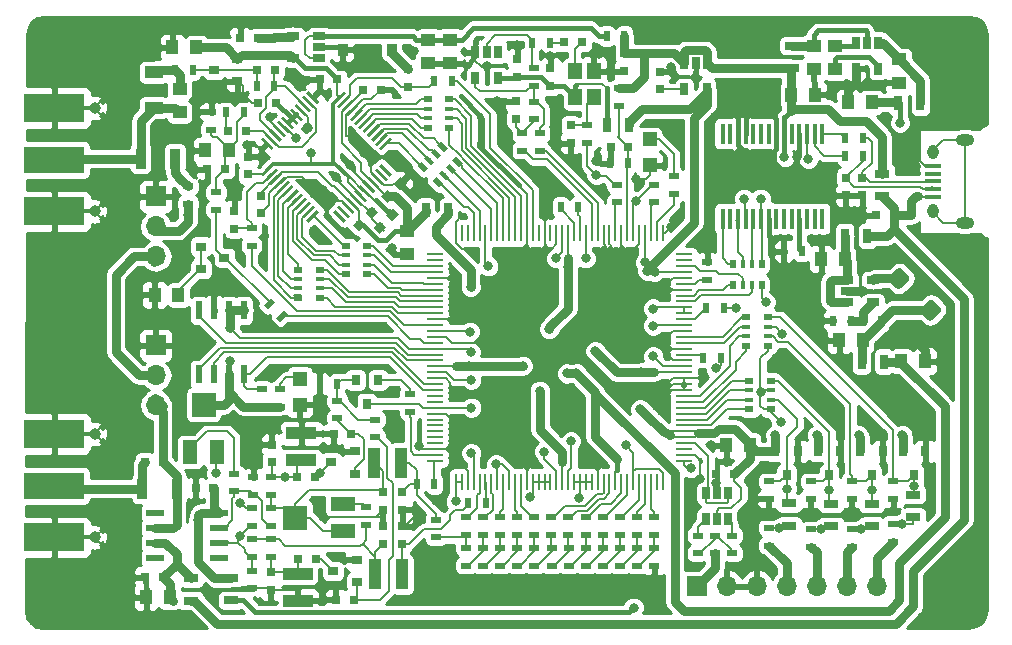
<source format=gtl>
G04 #@! TF.GenerationSoftware,KiCad,Pcbnew,(2018-01-26 revision 0d532b43d)-makepkg*
G04 #@! TF.CreationDate,2018-03-25T19:56:30-04:00*
G04 #@! TF.ProjectId,osa103k,6F73613130336B2E6B696361645F7063,rev?*
G04 #@! TF.SameCoordinates,PX38974e0PY5c3d480*
G04 #@! TF.FileFunction,Copper,L1,Top,Signal*
G04 #@! TF.FilePolarity,Positive*
%FSLAX46Y46*%
G04 Gerber Fmt 4.6, Leading zero omitted, Abs format (unit mm)*
G04 Created by KiCad (PCBNEW (2018-01-26 revision 0d532b43d)-makepkg) date 03/25/18 19:56:30*
%MOMM*%
%LPD*%
G01*
G04 APERTURE LIST*
%ADD10C,0.600000*%
%ADD11R,0.500000X0.900000*%
%ADD12C,4.500000*%
%ADD13C,0.500000*%
%ADD14C,0.100000*%
%ADD15R,0.750000X0.800000*%
%ADD16R,1.150000X1.400000*%
%ADD17R,1.450000X0.250000*%
%ADD18R,0.250000X1.450000*%
%ADD19R,0.600000X1.550000*%
%ADD20R,1.550000X0.600000*%
%ADD21R,1.000000X1.250000*%
%ADD22R,0.800000X0.900000*%
%ADD23R,1.250000X1.000000*%
%ADD24R,1.600000X1.000000*%
%ADD25R,0.800000X0.750000*%
%ADD26R,0.850000X1.000000*%
%ADD27C,0.750000*%
%ADD28R,0.900000X0.800000*%
%ADD29R,1.200000X1.200000*%
%ADD30R,0.890000X0.460000*%
%ADD31C,0.970000*%
%ADD32R,5.080000X2.420000*%
%ADD33R,5.080000X2.290000*%
%ADD34R,1.700000X1.700000*%
%ADD35O,1.700000X1.700000*%
%ADD36O,1.550000X1.000000*%
%ADD37O,0.950000X1.250000*%
%ADD38R,1.350000X0.400000*%
%ADD39R,2.540000X1.021080*%
%ADD40R,1.021080X2.540000*%
%ADD41R,0.700000X1.300000*%
%ADD42R,1.300000X0.700000*%
%ADD43C,1.400000*%
%ADD44R,0.900000X1.700000*%
%ADD45R,0.900000X0.500000*%
%ADD46R,0.800000X0.500000*%
%ADD47R,0.800000X0.400000*%
%ADD48C,0.400000*%
%ADD49R,0.500000X0.800000*%
%ADD50R,0.400000X0.800000*%
%ADD51R,1.300000X2.000000*%
%ADD52R,2.000000X2.000000*%
%ADD53R,2.000000X1.300000*%
%ADD54C,0.250000*%
%ADD55R,1.060000X0.650000*%
%ADD56R,0.650000X1.060000*%
%ADD57R,0.450000X1.750000*%
%ADD58C,0.800000*%
%ADD59C,0.200000*%
%ADD60C,0.750000*%
%ADD61C,0.400000*%
%ADD62C,0.300000*%
%ADD63C,0.254000*%
G04 APERTURE END LIST*
D10*
X27050000Y24650000D03*
D11*
X67510000Y44040000D03*
X66010000Y44040000D03*
D10*
X35150000Y43450000D03*
X63950000Y35350000D03*
X33550000Y37450000D03*
X60450000Y25250000D03*
X33900000Y50250000D03*
X29050000Y51550000D03*
X27950000Y47700000D03*
X10250000Y19550000D03*
X23450000Y24550000D03*
X27750000Y22550000D03*
X73350000Y27300000D03*
X6150000Y28850000D03*
X9800000Y33600000D03*
X4900000Y38400000D03*
D12*
X75250000Y51700000D03*
X75250000Y5150000D03*
X2650000Y51700000D03*
D11*
X41930000Y38220000D03*
X43430000Y38220000D03*
D10*
X17350000Y24190000D03*
X28040000Y19250000D03*
X13010000Y31620000D03*
X10690000Y26900000D03*
X58310000Y19710000D03*
X51850000Y43820000D03*
X41530000Y46840000D03*
X35070000Y45960000D03*
X41040000Y39910000D03*
X27820000Y42490000D03*
X22110000Y47800000D03*
X16730000Y42420000D03*
X52870000Y11950000D03*
X37100000Y44370000D03*
X30000000Y39740000D03*
X21550000Y35830000D03*
X16970000Y35780000D03*
X16910000Y33210000D03*
X14070000Y35120000D03*
X25800000Y28050000D03*
X21350000Y28000000D03*
X16650000Y28300000D03*
X76200000Y8950000D03*
X77510000Y14610000D03*
X77510000Y19610000D03*
X77510000Y24610000D03*
X77510000Y29610000D03*
X75850000Y34400000D03*
X75700000Y46800000D03*
X70500000Y53190000D03*
X59370000Y53210000D03*
X54370000Y53210000D03*
X49370000Y53210000D03*
X59470000Y47290000D03*
X54130000Y35200000D03*
X54770000Y41070000D03*
X66410000Y37600000D03*
X68920000Y33940000D03*
X72490000Y31560000D03*
X61550000Y30870000D03*
X63410000Y28190000D03*
X68660000Y23230000D03*
X70780000Y21510000D03*
X72610000Y19520000D03*
X63160000Y22800000D03*
X65330000Y20220000D03*
X67660000Y20260000D03*
X62800000Y16240000D03*
X70060000Y12530000D03*
X66570000Y12300000D03*
X63070000Y12280000D03*
X58010000Y11460000D03*
X58130000Y8320000D03*
X58030000Y14900000D03*
X50080000Y5950000D03*
X45500000Y5980000D03*
X40500000Y5980000D03*
X35500000Y5980000D03*
X30500000Y5980000D03*
X31290000Y8610000D03*
X23320000Y8590000D03*
X21730000Y6040000D03*
X22700000Y17880000D03*
X21580000Y21040000D03*
X15700000Y19060000D03*
X12440000Y47950000D03*
X9270000Y44420000D03*
X26240000Y50230000D03*
X27840000Y53870000D03*
X20340000Y53850000D03*
X6600000Y52700000D03*
X-1620000Y53120000D03*
X12090000Y53610000D03*
X-1620000Y49650000D03*
X5000000Y47980000D03*
X3100000Y44220000D03*
X60000Y21420000D03*
X10910000Y3220000D03*
X6490000Y3280000D03*
X-2260000Y3480000D03*
X-830000Y7060000D03*
X4860000Y9240000D03*
X3070000Y12420000D03*
X4070000Y16660000D03*
X4550000Y21330000D03*
X2910000Y24990000D03*
X-2090000Y24990000D03*
X2910000Y29990000D03*
X-2090000Y29990000D03*
X2910000Y34990000D03*
D12*
X2650000Y5200000D03*
D13*
X18340330Y28989670D03*
D14*
G36*
X18835305Y29131091D02*
X18198909Y28494695D01*
X17845355Y28848249D01*
X18481751Y29484645D01*
X18835305Y29131091D01*
X18835305Y29131091D01*
G37*
D13*
X17279670Y30050330D03*
D14*
G36*
X17774645Y30191751D02*
X17138249Y29555355D01*
X16784695Y29908909D01*
X17421091Y30545305D01*
X17774645Y30191751D01*
X17774645Y30191751D01*
G37*
D15*
X50310000Y49670000D03*
X50310000Y48170000D03*
D16*
X43135000Y47520000D03*
X43135000Y49720000D03*
X44735000Y49720000D03*
X44735000Y47520000D03*
D17*
X31260000Y16720000D03*
X31260000Y17220000D03*
X31260000Y17720000D03*
X31260000Y18220000D03*
X31260000Y18720000D03*
X31260000Y19220000D03*
X31260000Y19720000D03*
X31260000Y20220000D03*
X31260000Y20720000D03*
X31260000Y21220000D03*
X31260000Y21720000D03*
X31260000Y22220000D03*
X31260000Y22720000D03*
X31260000Y23220000D03*
X31260000Y23720000D03*
X31260000Y24220000D03*
X31260000Y24720000D03*
X31260000Y25220000D03*
X31260000Y25720000D03*
X31260000Y26220000D03*
X31260000Y26720000D03*
X31260000Y27220000D03*
X31260000Y27720000D03*
X31260000Y28220000D03*
X31260000Y28720000D03*
X31260000Y29220000D03*
X31260000Y29720000D03*
X31260000Y30220000D03*
X31260000Y30720000D03*
X31260000Y31220000D03*
X31260000Y31720000D03*
X31260000Y32220000D03*
X31260000Y32720000D03*
X31260000Y33220000D03*
X31260000Y33720000D03*
X31260000Y34220000D03*
D18*
X33060000Y36020000D03*
X33560000Y36020000D03*
X34060000Y36020000D03*
X34560000Y36020000D03*
X35060000Y36020000D03*
X35560000Y36020000D03*
X36060000Y36020000D03*
X36560000Y36020000D03*
X37060000Y36020000D03*
X37560000Y36020000D03*
X38060000Y36020000D03*
X38560000Y36020000D03*
X39060000Y36020000D03*
X39560000Y36020000D03*
X40060000Y36020000D03*
X40560000Y36020000D03*
X41060000Y36020000D03*
X41560000Y36020000D03*
X42060000Y36020000D03*
X42560000Y36020000D03*
X43060000Y36020000D03*
X43560000Y36020000D03*
X44060000Y36020000D03*
X44560000Y36020000D03*
X45060000Y36020000D03*
X45560000Y36020000D03*
X46060000Y36020000D03*
X46560000Y36020000D03*
X47060000Y36020000D03*
X47560000Y36020000D03*
X48060000Y36020000D03*
X48560000Y36020000D03*
X49060000Y36020000D03*
X49560000Y36020000D03*
X50060000Y36020000D03*
X50560000Y36020000D03*
D17*
X52360000Y34220000D03*
X52360000Y33720000D03*
X52360000Y33220000D03*
X52360000Y32720000D03*
X52360000Y32220000D03*
X52360000Y31720000D03*
X52360000Y31220000D03*
X52360000Y30720000D03*
X52360000Y30220000D03*
X52360000Y29720000D03*
X52360000Y29220000D03*
X52360000Y28720000D03*
X52360000Y28220000D03*
X52360000Y27720000D03*
X52360000Y27220000D03*
X52360000Y26720000D03*
X52360000Y26220000D03*
X52360000Y25720000D03*
X52360000Y25220000D03*
X52360000Y24720000D03*
X52360000Y24220000D03*
X52360000Y23720000D03*
X52360000Y23220000D03*
X52360000Y22720000D03*
X52360000Y22220000D03*
X52360000Y21720000D03*
X52360000Y21220000D03*
X52360000Y20720000D03*
X52360000Y20220000D03*
X52360000Y19720000D03*
X52360000Y19220000D03*
X52360000Y18720000D03*
X52360000Y18220000D03*
X52360000Y17720000D03*
X52360000Y17220000D03*
X52360000Y16720000D03*
D18*
X50560000Y14920000D03*
X50060000Y14920000D03*
X49560000Y14920000D03*
X49060000Y14920000D03*
X48560000Y14920000D03*
X48060000Y14920000D03*
X47560000Y14920000D03*
X47060000Y14920000D03*
X46560000Y14920000D03*
X46060000Y14920000D03*
X45560000Y14920000D03*
X45060000Y14920000D03*
X44560000Y14920000D03*
X44060000Y14920000D03*
X43560000Y14920000D03*
X43060000Y14920000D03*
X42560000Y14920000D03*
X42060000Y14920000D03*
X41560000Y14920000D03*
X41060000Y14920000D03*
X40560000Y14920000D03*
X40060000Y14920000D03*
X39560000Y14920000D03*
X39060000Y14920000D03*
X38560000Y14920000D03*
X38060000Y14920000D03*
X37560000Y14920000D03*
X37060000Y14920000D03*
X36560000Y14920000D03*
X36060000Y14920000D03*
X35560000Y14920000D03*
X35060000Y14920000D03*
X34560000Y14920000D03*
X34060000Y14920000D03*
X33560000Y14920000D03*
X33060000Y14920000D03*
D19*
X11305000Y29460000D03*
X12575000Y29460000D03*
X13845000Y29460000D03*
X15115000Y29460000D03*
X15115000Y24060000D03*
X13845000Y24060000D03*
X12575000Y24060000D03*
X11305000Y24060000D03*
D20*
X7610000Y8515000D03*
X7610000Y9785000D03*
X7610000Y11055000D03*
X7610000Y12325000D03*
X13010000Y12325000D03*
X13010000Y11055000D03*
X13010000Y9785000D03*
X13010000Y8515000D03*
D21*
X57960000Y18050000D03*
X55960000Y18050000D03*
D22*
X26460000Y23570000D03*
X24560000Y23570000D03*
X25510000Y21570000D03*
D23*
X9660000Y46220000D03*
X9660000Y48220000D03*
D24*
X7460000Y46620000D03*
X7460000Y49620000D03*
D25*
X13510000Y41420000D03*
X12010000Y41420000D03*
D21*
X13850000Y43000000D03*
X11850000Y43000000D03*
D25*
X6730000Y16610000D03*
X8230000Y16610000D03*
D21*
X7560000Y30770000D03*
X9560000Y30770000D03*
D25*
X13785000Y44620000D03*
X15285000Y44620000D03*
X16285000Y47045000D03*
X17785000Y47045000D03*
X17700000Y49820000D03*
X16200000Y49820000D03*
X6760000Y6870000D03*
X8260000Y6870000D03*
X12530000Y14424000D03*
X11030000Y14424000D03*
D15*
X28985000Y48395000D03*
X28985000Y49895000D03*
X14310000Y36390000D03*
X14310000Y37890000D03*
D26*
X23475000Y51530000D03*
X27625000Y51530000D03*
D25*
X22710000Y19020000D03*
X24210000Y19020000D03*
X24400000Y4980000D03*
X22900000Y4980000D03*
X21130000Y15350000D03*
X19630000Y15350000D03*
X19730000Y8450000D03*
X21230000Y8450000D03*
D23*
X28960000Y34220000D03*
X28960000Y36220000D03*
D27*
X26629670Y36489670D03*
D14*
G36*
X26647348Y37037678D02*
X27177678Y36507348D01*
X26611992Y35941662D01*
X26081662Y36471992D01*
X26647348Y37037678D01*
X26647348Y37037678D01*
G37*
D27*
X27690330Y37550330D03*
D14*
G36*
X27708008Y38098338D02*
X28238338Y37568008D01*
X27672652Y37002322D01*
X27142322Y37532652D01*
X27708008Y38098338D01*
X27708008Y38098338D01*
G37*
D25*
X25220000Y48130000D03*
X26720000Y48130000D03*
D15*
X17460000Y16595000D03*
X17460000Y18095000D03*
X17400000Y7290000D03*
X17400000Y5790000D03*
D25*
X23010000Y49020000D03*
X21510000Y49020000D03*
D27*
X24879670Y36689670D03*
D14*
G36*
X24861992Y36141662D02*
X24331662Y36671992D01*
X24897348Y37237678D01*
X25427678Y36707348D01*
X24861992Y36141662D01*
X24861992Y36141662D01*
G37*
D27*
X25940330Y37750330D03*
D14*
G36*
X25922652Y37202322D02*
X25392322Y37732652D01*
X25958008Y38298338D01*
X26488338Y37768008D01*
X25922652Y37202322D01*
X25922652Y37202322D01*
G37*
D15*
X15460000Y40970000D03*
X15460000Y42470000D03*
D27*
X27279670Y39139670D03*
D14*
G36*
X27261992Y38591662D02*
X26731662Y39121992D01*
X27297348Y39687678D01*
X27827678Y39157348D01*
X27261992Y38591662D01*
X27261992Y38591662D01*
G37*
D27*
X28340330Y40200330D03*
D14*
G36*
X28322652Y39652322D02*
X27792322Y40182652D01*
X28358008Y40748338D01*
X28888338Y40218008D01*
X28322652Y39652322D01*
X28322652Y39652322D01*
G37*
D21*
X9060000Y51720000D03*
X11060000Y51720000D03*
D15*
X26860000Y12600000D03*
X26860000Y14100000D03*
X26870000Y11170000D03*
X26870000Y9670000D03*
X16560000Y37670000D03*
X16560000Y39170000D03*
X28500000Y12580000D03*
X28500000Y14080000D03*
X28500000Y9670000D03*
X28500000Y11170000D03*
D23*
X32535000Y52395000D03*
X32535000Y50395000D03*
X30735000Y52395000D03*
X30735000Y50395000D03*
D15*
X42770000Y43620000D03*
X42770000Y45120000D03*
X38270000Y50730000D03*
X38270000Y49230000D03*
X41050000Y49960000D03*
X41050000Y48460000D03*
D25*
X43740000Y52170000D03*
X42240000Y52170000D03*
D15*
X38170000Y47180000D03*
X38170000Y45680000D03*
D25*
X47660000Y43320000D03*
X46160000Y43320000D03*
D21*
X70760000Y25150000D03*
X72760000Y25150000D03*
X68250000Y47070000D03*
X66250000Y47070000D03*
D23*
X70590000Y50720000D03*
X70590000Y48720000D03*
X63340000Y51880000D03*
X63340000Y49880000D03*
D21*
X65530000Y26950000D03*
X67530000Y26950000D03*
D23*
X65150000Y51880000D03*
X65150000Y49880000D03*
D25*
X55110000Y15570000D03*
X56610000Y15570000D03*
D21*
X63420000Y47710000D03*
X61420000Y47710000D03*
X65980000Y33810000D03*
X63980000Y33810000D03*
D15*
X47330000Y49720000D03*
X47330000Y51220000D03*
D21*
X8835000Y5195000D03*
X6835000Y5195000D03*
D15*
X66085000Y40695000D03*
X66085000Y39195000D03*
X67460000Y40695000D03*
X67460000Y39195000D03*
D25*
X70140000Y37500000D03*
X68640000Y37500000D03*
D28*
X12560000Y49820000D03*
X14560000Y50770000D03*
X14560000Y48870000D03*
X13460000Y33920000D03*
X11460000Y32970000D03*
X11460000Y34870000D03*
D29*
X49450000Y41750000D03*
X49450000Y43950000D03*
X19850000Y23660000D03*
X19850000Y21460000D03*
D22*
X71860000Y15520000D03*
X70910000Y17520000D03*
X72810000Y17520000D03*
X69210000Y17520000D03*
X67310000Y17520000D03*
X68260000Y15520000D03*
X64660000Y15520000D03*
X63710000Y17520000D03*
X65610000Y17520000D03*
X61060000Y15520000D03*
X60110000Y17520000D03*
X62010000Y17520000D03*
D30*
X2030000Y37840000D03*
X2030000Y46600000D03*
D31*
X2480000Y37840000D03*
X2480000Y46600000D03*
D32*
X-960000Y37840000D03*
X-960000Y46600000D03*
D33*
X-960000Y42220000D03*
X-960000Y14620000D03*
D32*
X-960000Y19000000D03*
X-960000Y10240000D03*
D31*
X2480000Y19000000D03*
X2480000Y10240000D03*
D30*
X2030000Y19000000D03*
X2030000Y10240000D03*
D34*
X7660000Y39120000D03*
D35*
X7660000Y36580000D03*
X7660000Y34040000D03*
X7660000Y21440000D03*
X7660000Y23980000D03*
D34*
X7660000Y26520000D03*
D35*
X68700000Y6120000D03*
X66160000Y6120000D03*
X63620000Y6120000D03*
X61080000Y6120000D03*
X58540000Y6120000D03*
X56000000Y6120000D03*
D34*
X53460000Y6120000D03*
D36*
X76150000Y43900000D03*
X76150000Y36900000D03*
D37*
X73450000Y42900000D03*
X73450000Y37900000D03*
D38*
X73450000Y41700000D03*
X73450000Y41050000D03*
X73450000Y40400000D03*
X73450000Y39750000D03*
X73450000Y39100000D03*
D39*
X19960000Y16774460D03*
X19960000Y19065540D03*
X19670000Y7155540D03*
X19670000Y4864460D03*
D40*
X28405540Y16570000D03*
X26114460Y16570000D03*
X26214460Y7120000D03*
X28505540Y7120000D03*
D41*
X32410000Y37920000D03*
X30510000Y37920000D03*
X45810000Y45120000D03*
X47710000Y45120000D03*
D42*
X14010000Y4920000D03*
X14010000Y6820000D03*
D41*
X70490000Y47000000D03*
X72390000Y47000000D03*
X69300000Y25130000D03*
X67400000Y25130000D03*
D14*
G36*
X73323164Y30355142D02*
X73357140Y30350102D01*
X73390458Y30341756D01*
X73422797Y30330185D01*
X73453847Y30315499D01*
X73483308Y30297841D01*
X73510896Y30277381D01*
X73536345Y30254314D01*
X74031320Y29759339D01*
X74054387Y29733890D01*
X74074847Y29706302D01*
X74092505Y29676841D01*
X74107191Y29645791D01*
X74118762Y29613452D01*
X74127108Y29580134D01*
X74132148Y29546158D01*
X74133833Y29511852D01*
X74132148Y29477546D01*
X74127108Y29443570D01*
X74118762Y29410252D01*
X74107191Y29377913D01*
X74092505Y29346863D01*
X74074847Y29317402D01*
X74054387Y29289814D01*
X74031320Y29264365D01*
X73465635Y28698680D01*
X73440186Y28675613D01*
X73412598Y28655153D01*
X73383137Y28637495D01*
X73352087Y28622809D01*
X73319748Y28611238D01*
X73286430Y28602892D01*
X73252454Y28597852D01*
X73218148Y28596167D01*
X73183842Y28597852D01*
X73149866Y28602892D01*
X73116548Y28611238D01*
X73084209Y28622809D01*
X73053159Y28637495D01*
X73023698Y28655153D01*
X72996110Y28675613D01*
X72970661Y28698680D01*
X72475686Y29193655D01*
X72452619Y29219104D01*
X72432159Y29246692D01*
X72414501Y29276153D01*
X72399815Y29307203D01*
X72388244Y29339542D01*
X72379898Y29372860D01*
X72374858Y29406836D01*
X72373173Y29441142D01*
X72374858Y29475448D01*
X72379898Y29509424D01*
X72388244Y29542742D01*
X72399815Y29575081D01*
X72414501Y29606131D01*
X72432159Y29635592D01*
X72452619Y29663180D01*
X72475686Y29688629D01*
X73041371Y30254314D01*
X73066820Y30277381D01*
X73094408Y30297841D01*
X73123869Y30315499D01*
X73154919Y30330185D01*
X73187258Y30341756D01*
X73220576Y30350102D01*
X73254552Y30355142D01*
X73288858Y30356827D01*
X73323164Y30355142D01*
X73323164Y30355142D01*
G37*
D43*
X73253503Y29476497D03*
D14*
G36*
X70636158Y33042148D02*
X70670134Y33037108D01*
X70703452Y33028762D01*
X70735791Y33017191D01*
X70766841Y33002505D01*
X70796302Y32984847D01*
X70823890Y32964387D01*
X70849339Y32941320D01*
X71344314Y32446345D01*
X71367381Y32420896D01*
X71387841Y32393308D01*
X71405499Y32363847D01*
X71420185Y32332797D01*
X71431756Y32300458D01*
X71440102Y32267140D01*
X71445142Y32233164D01*
X71446827Y32198858D01*
X71445142Y32164552D01*
X71440102Y32130576D01*
X71431756Y32097258D01*
X71420185Y32064919D01*
X71405499Y32033869D01*
X71387841Y32004408D01*
X71367381Y31976820D01*
X71344314Y31951371D01*
X70778629Y31385686D01*
X70753180Y31362619D01*
X70725592Y31342159D01*
X70696131Y31324501D01*
X70665081Y31309815D01*
X70632742Y31298244D01*
X70599424Y31289898D01*
X70565448Y31284858D01*
X70531142Y31283173D01*
X70496836Y31284858D01*
X70462860Y31289898D01*
X70429542Y31298244D01*
X70397203Y31309815D01*
X70366153Y31324501D01*
X70336692Y31342159D01*
X70309104Y31362619D01*
X70283655Y31385686D01*
X69788680Y31880661D01*
X69765613Y31906110D01*
X69745153Y31933698D01*
X69727495Y31963159D01*
X69712809Y31994209D01*
X69701238Y32026548D01*
X69692892Y32059866D01*
X69687852Y32093842D01*
X69686167Y32128148D01*
X69687852Y32162454D01*
X69692892Y32196430D01*
X69701238Y32229748D01*
X69712809Y32262087D01*
X69727495Y32293137D01*
X69745153Y32322598D01*
X69765613Y32350186D01*
X69788680Y32375635D01*
X70354365Y32941320D01*
X70379814Y32964387D01*
X70407402Y32984847D01*
X70436863Y33002505D01*
X70467913Y33017191D01*
X70500252Y33028762D01*
X70533570Y33037108D01*
X70567546Y33042148D01*
X70601852Y33043833D01*
X70636158Y33042148D01*
X70636158Y33042148D01*
G37*
D43*
X70566497Y32163503D03*
D42*
X61530000Y49970000D03*
X61530000Y51870000D03*
D41*
X65990000Y35760000D03*
X67890000Y35760000D03*
D42*
X10610000Y4895000D03*
X10610000Y6795000D03*
X69160000Y41030000D03*
X69160000Y39130000D03*
D28*
X24480000Y15640000D03*
X24480000Y17540000D03*
X22480000Y16590000D03*
X24670000Y6430000D03*
X24670000Y8330000D03*
X22670000Y7380000D03*
D44*
X6360000Y42320000D03*
X9260000Y42320000D03*
D45*
X10360000Y38470000D03*
X10360000Y39970000D03*
D11*
X10760000Y49820000D03*
X9260000Y49820000D03*
D44*
X6510000Y14370000D03*
X9410000Y14370000D03*
D45*
X12335000Y44770000D03*
X12335000Y46270000D03*
D11*
X15085000Y46220000D03*
X13585000Y46220000D03*
D45*
X12760000Y39470000D03*
X12760000Y37970000D03*
D11*
X16185000Y48420000D03*
X17685000Y48420000D03*
D45*
X15810000Y11195000D03*
X15810000Y12695000D03*
X15810000Y7420000D03*
X15810000Y5920000D03*
D11*
X31210000Y48845000D03*
X32710000Y48845000D03*
D45*
X15760000Y36420000D03*
X15760000Y34920000D03*
X14250000Y14130000D03*
X14250000Y15630000D03*
X15910000Y15340000D03*
X15910000Y13840000D03*
X17420000Y11210000D03*
X17420000Y12710000D03*
X15810000Y10070000D03*
X15810000Y8570000D03*
X25470000Y12780000D03*
X25470000Y11280000D03*
X23010000Y21820000D03*
X23010000Y20320000D03*
X26210000Y18720000D03*
X26210000Y20220000D03*
X16610000Y22820000D03*
X16610000Y21320000D03*
X17435000Y13845000D03*
X17435000Y15345000D03*
X17420000Y8580000D03*
X17420000Y10080000D03*
X17680000Y52580000D03*
X17680000Y51080000D03*
D25*
X14810000Y52520000D03*
X16310000Y52520000D03*
D11*
X35610000Y13190000D03*
X34110000Y13190000D03*
D45*
X31380000Y11740000D03*
X31380000Y10240000D03*
D11*
X29730000Y14750000D03*
X31230000Y14750000D03*
D45*
X49835000Y9345000D03*
X49835000Y7845000D03*
X48385000Y7845000D03*
X48385000Y9345000D03*
X46960000Y9345000D03*
X46960000Y7845000D03*
X45510000Y9345000D03*
X45510000Y7845000D03*
X44060000Y7845000D03*
X44060000Y9345000D03*
X42610000Y9345000D03*
X42610000Y7845000D03*
X41160000Y7845000D03*
X41160000Y9345000D03*
X39710000Y9345000D03*
X39710000Y7845000D03*
X38260000Y7845000D03*
X38260000Y9345000D03*
X36810000Y9345000D03*
X36810000Y7845000D03*
X35360000Y7845000D03*
X35360000Y9345000D03*
X33910000Y7845000D03*
X33910000Y9345000D03*
X46690000Y40100000D03*
X46690000Y38600000D03*
X49835000Y11945000D03*
X49835000Y10445000D03*
X48385000Y10445000D03*
X48385000Y11945000D03*
X46935000Y10445000D03*
X46935000Y11945000D03*
X45485000Y10445000D03*
X45485000Y11945000D03*
X44035000Y11945000D03*
X44035000Y10445000D03*
X42585000Y11945000D03*
X42585000Y10445000D03*
X41135000Y11945000D03*
X41135000Y10445000D03*
X39685000Y11945000D03*
X39685000Y10445000D03*
X38235000Y10445000D03*
X38235000Y11945000D03*
X36785000Y10445000D03*
X36785000Y11945000D03*
X35335000Y10445000D03*
X35335000Y11945000D03*
X33910000Y11945000D03*
X33910000Y10445000D03*
X44200000Y43670000D03*
X44200000Y45170000D03*
D11*
X23010000Y23270000D03*
X21510000Y23270000D03*
X47310000Y52680000D03*
X45810000Y52680000D03*
D45*
X29160000Y20870000D03*
X29160000Y22370000D03*
D11*
X41020000Y52140000D03*
X39520000Y52140000D03*
D45*
X39670000Y48460000D03*
X39670000Y49960000D03*
X39690000Y47140000D03*
X39690000Y45640000D03*
X40150000Y42950000D03*
X40150000Y44450000D03*
X38680000Y42970000D03*
X38680000Y44470000D03*
X49870000Y38600000D03*
X49870000Y40100000D03*
X46890000Y46800000D03*
X46890000Y48300000D03*
D11*
X47610000Y41920000D03*
X46110000Y41920000D03*
D45*
X51490000Y40820000D03*
X51490000Y39320000D03*
X18160000Y21320000D03*
X18160000Y22820000D03*
X54320000Y33570000D03*
X54320000Y32070000D03*
D11*
X69060000Y28540000D03*
X67560000Y28540000D03*
X64980000Y28580000D03*
X66480000Y28580000D03*
D45*
X56435000Y10395000D03*
X56435000Y8895000D03*
X53535000Y10395000D03*
X53535000Y8895000D03*
X54985000Y8895000D03*
X54985000Y10395000D03*
D11*
X62330000Y34460000D03*
X60830000Y34460000D03*
X54235000Y29695000D03*
X55735000Y29695000D03*
X54000000Y25460000D03*
X55500000Y25460000D03*
X66010000Y42560000D03*
X67510000Y42560000D03*
D45*
X70080000Y14990000D03*
X70080000Y13490000D03*
X66580000Y15020000D03*
X66580000Y13520000D03*
X63110000Y14995000D03*
X63110000Y13495000D03*
X59560000Y14995000D03*
X59560000Y13495000D03*
D42*
X71770000Y11970000D03*
X71770000Y13870000D03*
X68260000Y13110000D03*
X68260000Y11210000D03*
X64800000Y11200000D03*
X64800000Y13100000D03*
X61260000Y13120000D03*
X61260000Y11220000D03*
D45*
X70070000Y9890000D03*
X70070000Y11390000D03*
X66610000Y9460000D03*
X66610000Y10960000D03*
X63150000Y10940000D03*
X63150000Y9440000D03*
X59585000Y9545000D03*
X59585000Y11045000D03*
D46*
X32510000Y44920000D03*
D47*
X32510000Y45720000D03*
D46*
X32510000Y47320000D03*
D47*
X32510000Y46520000D03*
D46*
X30710000Y44920000D03*
D47*
X30710000Y46520000D03*
X30710000Y45720000D03*
D46*
X30710000Y47320000D03*
X19710000Y32920000D03*
D47*
X19710000Y31320000D03*
X19710000Y32120000D03*
D46*
X19710000Y30520000D03*
D47*
X21510000Y32120000D03*
D46*
X21510000Y32920000D03*
D47*
X21510000Y31320000D03*
D46*
X21510000Y30520000D03*
D13*
X31497868Y40335076D03*
D14*
G36*
X31038249Y40441142D02*
X31391802Y40794695D01*
X31957487Y40229010D01*
X31603934Y39875457D01*
X31038249Y40441142D01*
X31038249Y40441142D01*
G37*
D48*
X32063553Y40900761D03*
D14*
G36*
X31639289Y41042182D02*
X31922132Y41325025D01*
X32487817Y40759340D01*
X32204974Y40476497D01*
X31639289Y41042182D01*
X31639289Y41042182D01*
G37*
D13*
X33194924Y42032132D03*
D14*
G36*
X32735305Y42138198D02*
X33088858Y42491751D01*
X33654543Y41926066D01*
X33300990Y41572513D01*
X32735305Y42138198D01*
X32735305Y42138198D01*
G37*
D48*
X32629239Y41466447D03*
D14*
G36*
X32204975Y41607868D02*
X32487818Y41890711D01*
X33053503Y41325026D01*
X32770660Y41042183D01*
X32204975Y41607868D01*
X32204975Y41607868D01*
G37*
D13*
X30225076Y41607868D03*
D14*
G36*
X29765457Y41713934D02*
X30119010Y42067487D01*
X30684695Y41501802D01*
X30331142Y41148249D01*
X29765457Y41713934D01*
X29765457Y41713934D01*
G37*
D48*
X31356447Y42739239D03*
D14*
G36*
X30932183Y42880660D02*
X31215026Y43163503D01*
X31780711Y42597818D01*
X31497868Y42314975D01*
X30932183Y42880660D01*
X30932183Y42880660D01*
G37*
D48*
X30790761Y42173553D03*
D14*
G36*
X30366497Y42314974D02*
X30649340Y42597817D01*
X31215025Y42032132D01*
X30932182Y41749289D01*
X30366497Y42314974D01*
X30366497Y42314974D01*
G37*
D13*
X31922132Y43304924D03*
D14*
G36*
X31462513Y43410990D02*
X31816066Y43764543D01*
X32381751Y43198858D01*
X32028198Y42845305D01*
X31462513Y43410990D01*
X31462513Y43410990D01*
G37*
D46*
X25560000Y32520000D03*
D47*
X25560000Y33320000D03*
D46*
X25560000Y34920000D03*
D47*
X25560000Y34120000D03*
D46*
X23760000Y32520000D03*
D47*
X23760000Y34120000D03*
X23760000Y33320000D03*
D46*
X23760000Y34920000D03*
D49*
X56535000Y31620000D03*
D50*
X57335000Y31620000D03*
D49*
X58935000Y31620000D03*
D50*
X58135000Y31620000D03*
D49*
X56535000Y33420000D03*
D50*
X58135000Y33420000D03*
X57335000Y33420000D03*
D49*
X58935000Y33420000D03*
D46*
X59460000Y26470000D03*
D47*
X59460000Y28070000D03*
X59460000Y27270000D03*
D46*
X59460000Y28870000D03*
D47*
X57660000Y27270000D03*
D46*
X57660000Y26470000D03*
D47*
X57660000Y28070000D03*
D46*
X57660000Y28870000D03*
X59710000Y21095000D03*
D47*
X59710000Y22695000D03*
X59710000Y21895000D03*
D46*
X59710000Y23495000D03*
D47*
X57910000Y21895000D03*
D46*
X57910000Y21095000D03*
D47*
X57910000Y22695000D03*
D46*
X57910000Y23495000D03*
D51*
X10550000Y17470000D03*
D52*
X11700000Y21470000D03*
D51*
X12850000Y17470000D03*
D53*
X23470000Y13060000D03*
D52*
X19470000Y11910000D03*
D53*
X23470000Y10760000D03*
D54*
X23216371Y47490458D03*
D14*
G36*
X22845140Y46942450D02*
X22668363Y47119227D01*
X23587602Y48038466D01*
X23764379Y47861689D01*
X22845140Y46942450D01*
X22845140Y46942450D01*
G37*
D54*
X23569924Y47136905D03*
D14*
G36*
X23198693Y46588897D02*
X23021916Y46765674D01*
X23941155Y47684913D01*
X24117932Y47508136D01*
X23198693Y46588897D01*
X23198693Y46588897D01*
G37*
D54*
X23923478Y46783351D03*
D14*
G36*
X23552247Y46235343D02*
X23375470Y46412120D01*
X24294709Y47331359D01*
X24471486Y47154582D01*
X23552247Y46235343D01*
X23552247Y46235343D01*
G37*
D54*
X24277031Y46429798D03*
D14*
G36*
X23905800Y45881790D02*
X23729023Y46058567D01*
X24648262Y46977806D01*
X24825039Y46801029D01*
X23905800Y45881790D01*
X23905800Y45881790D01*
G37*
D54*
X24630584Y46076245D03*
D14*
G36*
X24259353Y45528237D02*
X24082576Y45705014D01*
X25001815Y46624253D01*
X25178592Y46447476D01*
X24259353Y45528237D01*
X24259353Y45528237D01*
G37*
D54*
X24984138Y45722691D03*
D14*
G36*
X24612907Y45174683D02*
X24436130Y45351460D01*
X25355369Y46270699D01*
X25532146Y46093922D01*
X24612907Y45174683D01*
X24612907Y45174683D01*
G37*
D54*
X25337691Y45369138D03*
D14*
G36*
X24966460Y44821130D02*
X24789683Y44997907D01*
X25708922Y45917146D01*
X25885699Y45740369D01*
X24966460Y44821130D01*
X24966460Y44821130D01*
G37*
D54*
X25691245Y45015584D03*
D14*
G36*
X25320014Y44467576D02*
X25143237Y44644353D01*
X26062476Y45563592D01*
X26239253Y45386815D01*
X25320014Y44467576D01*
X25320014Y44467576D01*
G37*
D54*
X26044798Y44662031D03*
D14*
G36*
X25673567Y44114023D02*
X25496790Y44290800D01*
X26416029Y45210039D01*
X26592806Y45033262D01*
X25673567Y44114023D01*
X25673567Y44114023D01*
G37*
D54*
X26398351Y44308478D03*
D14*
G36*
X26027120Y43760470D02*
X25850343Y43937247D01*
X26769582Y44856486D01*
X26946359Y44679709D01*
X26027120Y43760470D01*
X26027120Y43760470D01*
G37*
D54*
X26751905Y43954924D03*
D14*
G36*
X26380674Y43406916D02*
X26203897Y43583693D01*
X27123136Y44502932D01*
X27299913Y44326155D01*
X26380674Y43406916D01*
X26380674Y43406916D01*
G37*
D54*
X27105458Y43601371D03*
D14*
G36*
X26734227Y43053363D02*
X26557450Y43230140D01*
X27476689Y44149379D01*
X27653466Y43972602D01*
X26734227Y43053363D01*
X26734227Y43053363D01*
G37*
D54*
X27105458Y41338629D03*
D14*
G36*
X26557450Y41709860D02*
X26734227Y41886637D01*
X27653466Y40967398D01*
X27476689Y40790621D01*
X26557450Y41709860D01*
X26557450Y41709860D01*
G37*
D54*
X26751905Y40985076D03*
D14*
G36*
X26203897Y41356307D02*
X26380674Y41533084D01*
X27299913Y40613845D01*
X27123136Y40437068D01*
X26203897Y41356307D01*
X26203897Y41356307D01*
G37*
D54*
X26398351Y40631522D03*
D14*
G36*
X25850343Y41002753D02*
X26027120Y41179530D01*
X26946359Y40260291D01*
X26769582Y40083514D01*
X25850343Y41002753D01*
X25850343Y41002753D01*
G37*
D54*
X26044798Y40277969D03*
D14*
G36*
X25496790Y40649200D02*
X25673567Y40825977D01*
X26592806Y39906738D01*
X26416029Y39729961D01*
X25496790Y40649200D01*
X25496790Y40649200D01*
G37*
D54*
X25691245Y39924416D03*
D14*
G36*
X25143237Y40295647D02*
X25320014Y40472424D01*
X26239253Y39553185D01*
X26062476Y39376408D01*
X25143237Y40295647D01*
X25143237Y40295647D01*
G37*
D54*
X25337691Y39570862D03*
D14*
G36*
X24789683Y39942093D02*
X24966460Y40118870D01*
X25885699Y39199631D01*
X25708922Y39022854D01*
X24789683Y39942093D01*
X24789683Y39942093D01*
G37*
D54*
X24984138Y39217309D03*
D14*
G36*
X24436130Y39588540D02*
X24612907Y39765317D01*
X25532146Y38846078D01*
X25355369Y38669301D01*
X24436130Y39588540D01*
X24436130Y39588540D01*
G37*
D54*
X24630584Y38863755D03*
D14*
G36*
X24082576Y39234986D02*
X24259353Y39411763D01*
X25178592Y38492524D01*
X25001815Y38315747D01*
X24082576Y39234986D01*
X24082576Y39234986D01*
G37*
D54*
X24277031Y38510202D03*
D14*
G36*
X23729023Y38881433D02*
X23905800Y39058210D01*
X24825039Y38138971D01*
X24648262Y37962194D01*
X23729023Y38881433D01*
X23729023Y38881433D01*
G37*
D54*
X23923478Y38156649D03*
D14*
G36*
X23375470Y38527880D02*
X23552247Y38704657D01*
X24471486Y37785418D01*
X24294709Y37608641D01*
X23375470Y38527880D01*
X23375470Y38527880D01*
G37*
D54*
X23569924Y37803095D03*
D14*
G36*
X23021916Y38174326D02*
X23198693Y38351103D01*
X24117932Y37431864D01*
X23941155Y37255087D01*
X23021916Y38174326D01*
X23021916Y38174326D01*
G37*
D54*
X23216371Y37449542D03*
D14*
G36*
X22668363Y37820773D02*
X22845140Y37997550D01*
X23764379Y37078311D01*
X23587602Y36901534D01*
X22668363Y37820773D01*
X22668363Y37820773D01*
G37*
D54*
X20953629Y37449542D03*
D14*
G36*
X20582398Y36901534D02*
X20405621Y37078311D01*
X21324860Y37997550D01*
X21501637Y37820773D01*
X20582398Y36901534D01*
X20582398Y36901534D01*
G37*
D54*
X20600076Y37803095D03*
D14*
G36*
X20228845Y37255087D02*
X20052068Y37431864D01*
X20971307Y38351103D01*
X21148084Y38174326D01*
X20228845Y37255087D01*
X20228845Y37255087D01*
G37*
D54*
X20246522Y38156649D03*
D14*
G36*
X19875291Y37608641D02*
X19698514Y37785418D01*
X20617753Y38704657D01*
X20794530Y38527880D01*
X19875291Y37608641D01*
X19875291Y37608641D01*
G37*
D54*
X19892969Y38510202D03*
D14*
G36*
X19521738Y37962194D02*
X19344961Y38138971D01*
X20264200Y39058210D01*
X20440977Y38881433D01*
X19521738Y37962194D01*
X19521738Y37962194D01*
G37*
D54*
X19539416Y38863755D03*
D14*
G36*
X19168185Y38315747D02*
X18991408Y38492524D01*
X19910647Y39411763D01*
X20087424Y39234986D01*
X19168185Y38315747D01*
X19168185Y38315747D01*
G37*
D54*
X19185862Y39217309D03*
D14*
G36*
X18814631Y38669301D02*
X18637854Y38846078D01*
X19557093Y39765317D01*
X19733870Y39588540D01*
X18814631Y38669301D01*
X18814631Y38669301D01*
G37*
D54*
X18832309Y39570862D03*
D14*
G36*
X18461078Y39022854D02*
X18284301Y39199631D01*
X19203540Y40118870D01*
X19380317Y39942093D01*
X18461078Y39022854D01*
X18461078Y39022854D01*
G37*
D54*
X18478755Y39924416D03*
D14*
G36*
X18107524Y39376408D02*
X17930747Y39553185D01*
X18849986Y40472424D01*
X19026763Y40295647D01*
X18107524Y39376408D01*
X18107524Y39376408D01*
G37*
D54*
X18125202Y40277969D03*
D14*
G36*
X17753971Y39729961D02*
X17577194Y39906738D01*
X18496433Y40825977D01*
X18673210Y40649200D01*
X17753971Y39729961D01*
X17753971Y39729961D01*
G37*
D54*
X17771649Y40631522D03*
D14*
G36*
X17400418Y40083514D02*
X17223641Y40260291D01*
X18142880Y41179530D01*
X18319657Y41002753D01*
X17400418Y40083514D01*
X17400418Y40083514D01*
G37*
D54*
X17418095Y40985076D03*
D14*
G36*
X17046864Y40437068D02*
X16870087Y40613845D01*
X17789326Y41533084D01*
X17966103Y41356307D01*
X17046864Y40437068D01*
X17046864Y40437068D01*
G37*
D54*
X17064542Y41338629D03*
D14*
G36*
X16693311Y40790621D02*
X16516534Y40967398D01*
X17435773Y41886637D01*
X17612550Y41709860D01*
X16693311Y40790621D01*
X16693311Y40790621D01*
G37*
D54*
X17064542Y43601371D03*
D14*
G36*
X16516534Y43972602D02*
X16693311Y44149379D01*
X17612550Y43230140D01*
X17435773Y43053363D01*
X16516534Y43972602D01*
X16516534Y43972602D01*
G37*
D54*
X17418095Y43954924D03*
D14*
G36*
X16870087Y44326155D02*
X17046864Y44502932D01*
X17966103Y43583693D01*
X17789326Y43406916D01*
X16870087Y44326155D01*
X16870087Y44326155D01*
G37*
D54*
X17771649Y44308478D03*
D14*
G36*
X17223641Y44679709D02*
X17400418Y44856486D01*
X18319657Y43937247D01*
X18142880Y43760470D01*
X17223641Y44679709D01*
X17223641Y44679709D01*
G37*
D54*
X18125202Y44662031D03*
D14*
G36*
X17577194Y45033262D02*
X17753971Y45210039D01*
X18673210Y44290800D01*
X18496433Y44114023D01*
X17577194Y45033262D01*
X17577194Y45033262D01*
G37*
D54*
X18478755Y45015584D03*
D14*
G36*
X17930747Y45386815D02*
X18107524Y45563592D01*
X19026763Y44644353D01*
X18849986Y44467576D01*
X17930747Y45386815D01*
X17930747Y45386815D01*
G37*
D54*
X18832309Y45369138D03*
D14*
G36*
X18284301Y45740369D02*
X18461078Y45917146D01*
X19380317Y44997907D01*
X19203540Y44821130D01*
X18284301Y45740369D01*
X18284301Y45740369D01*
G37*
D54*
X19185862Y45722691D03*
D14*
G36*
X18637854Y46093922D02*
X18814631Y46270699D01*
X19733870Y45351460D01*
X19557093Y45174683D01*
X18637854Y46093922D01*
X18637854Y46093922D01*
G37*
D54*
X19539416Y46076245D03*
D14*
G36*
X18991408Y46447476D02*
X19168185Y46624253D01*
X20087424Y45705014D01*
X19910647Y45528237D01*
X18991408Y46447476D01*
X18991408Y46447476D01*
G37*
D54*
X19892969Y46429798D03*
D14*
G36*
X19344961Y46801029D02*
X19521738Y46977806D01*
X20440977Y46058567D01*
X20264200Y45881790D01*
X19344961Y46801029D01*
X19344961Y46801029D01*
G37*
D54*
X20246522Y46783351D03*
D14*
G36*
X19698514Y47154582D02*
X19875291Y47331359D01*
X20794530Y46412120D01*
X20617753Y46235343D01*
X19698514Y47154582D01*
X19698514Y47154582D01*
G37*
D54*
X20600076Y47136905D03*
D14*
G36*
X20052068Y47508136D02*
X20228845Y47684913D01*
X21148084Y46765674D01*
X20971307Y46588897D01*
X20052068Y47508136D01*
X20052068Y47508136D01*
G37*
D54*
X20953629Y47490458D03*
D14*
G36*
X20405621Y47861689D02*
X20582398Y48038466D01*
X21501637Y47119227D01*
X21324860Y46942450D01*
X20405621Y47861689D01*
X20405621Y47861689D01*
G37*
D55*
X21450000Y50800000D03*
X21450000Y51750000D03*
X21450000Y52700000D03*
X19250000Y52700000D03*
X19250000Y50800000D03*
D56*
X36610000Y49120000D03*
X34710000Y49120000D03*
X34710000Y51320000D03*
X35660000Y51320000D03*
X36610000Y51320000D03*
X55160000Y11770000D03*
X56110000Y11770000D03*
X54210000Y11770000D03*
X54210000Y13970000D03*
X55160000Y13970000D03*
X56110000Y13970000D03*
X68810000Y49920000D03*
X66910000Y49920000D03*
X66910000Y52120000D03*
X67860000Y52120000D03*
X68810000Y52120000D03*
D55*
X68360000Y32040000D03*
X68360000Y30140000D03*
X66160000Y30140000D03*
X66160000Y31090000D03*
X66160000Y32040000D03*
D56*
X54310000Y50370000D03*
X53360000Y50370000D03*
X52410000Y50370000D03*
X52410000Y48170000D03*
X54310000Y48170000D03*
D57*
X55635000Y44420000D03*
X56285000Y44420000D03*
X56935000Y44420000D03*
X57585000Y44420000D03*
X58235000Y44420000D03*
X58885000Y44420000D03*
X59535000Y44420000D03*
X60185000Y44420000D03*
X60835000Y44420000D03*
X61485000Y44420000D03*
X62135000Y44420000D03*
X62785000Y44420000D03*
X63435000Y44420000D03*
X64085000Y44420000D03*
X64085000Y37220000D03*
X63435000Y37220000D03*
X62785000Y37220000D03*
X62135000Y37220000D03*
X61485000Y37220000D03*
X60835000Y37220000D03*
X60185000Y37220000D03*
X59535000Y37220000D03*
X58885000Y37220000D03*
X58235000Y37220000D03*
X57585000Y37220000D03*
X56935000Y37220000D03*
X56285000Y37220000D03*
X55635000Y37220000D03*
D10*
X-2090000Y34990000D03*
D58*
X54047470Y23838330D03*
X71460000Y27445000D03*
X29916091Y17939372D03*
X55110000Y14830000D03*
X61909098Y42428011D03*
X27650469Y34775863D03*
X71800000Y42650000D03*
X51300000Y50050000D03*
X53709985Y15150000D03*
X54644010Y18069979D03*
X40736000Y26616000D03*
X42514000Y25346000D03*
X67485000Y31095000D03*
X13035000Y31695000D03*
X51285000Y36520000D03*
X31385000Y13295000D03*
X57260000Y46570000D03*
X66610000Y48470000D03*
X41060000Y51020000D03*
X48310000Y40620000D03*
X42760000Y42220000D03*
X44910000Y42120000D03*
X35660000Y50120000D03*
X45160000Y51170000D03*
X38210000Y51970000D03*
X36510000Y47170000D03*
X14260000Y39070000D03*
X17328453Y45797947D03*
X15410000Y43470000D03*
X11060000Y15570000D03*
X21810000Y11970000D03*
X29760000Y12220000D03*
X24910000Y51520000D03*
X19760000Y49070000D03*
X20510000Y44870000D03*
X20810000Y40120000D03*
X24360000Y44070000D03*
X25260000Y42820000D03*
X24060000Y41770000D03*
X22910000Y40720000D03*
X21810000Y39670000D03*
X9410000Y11330000D03*
X9410000Y7995000D03*
X11260000Y11720000D03*
X18550000Y15345000D03*
X21590000Y15700000D03*
X20810000Y42770000D03*
X19560000Y44020000D03*
X34350000Y32850000D03*
X34300004Y31450000D03*
X42810000Y18400000D03*
X47420000Y18060000D03*
X35800000Y33200000D03*
X54310000Y46890000D03*
X34331937Y25916937D03*
X49760000Y25559010D03*
X40522990Y17508235D03*
X67160010Y18895000D03*
X60110000Y18870000D03*
X70860000Y18895000D03*
X63610000Y18870000D03*
X44035000Y33870000D03*
X34260000Y27670000D03*
X13954982Y25169968D03*
X13910000Y27970000D03*
X34360000Y23570000D03*
X34360000Y21220000D03*
X34360000Y17370000D03*
X49760000Y28170000D03*
X49760000Y29620000D03*
X41560000Y33870000D03*
X49910000Y32720000D03*
X49060000Y33520000D03*
X48660000Y21120000D03*
X49360000Y20420000D03*
X49260000Y32820000D03*
X44950000Y40930000D03*
X33050000Y13300000D03*
X36450000Y16449998D03*
X39358862Y13620730D03*
X43450000Y13599994D03*
X48320000Y38750000D03*
X52984791Y16098927D03*
X59278000Y30172000D03*
X46660000Y16920000D03*
X42560000Y33150000D03*
X34150000Y24720000D03*
X48750000Y24220000D03*
X70650000Y45350000D03*
X48100000Y4300000D03*
X60860000Y42420000D03*
X56738000Y29664000D03*
X55055021Y24544985D03*
X60693000Y27500000D03*
X58913026Y22544904D03*
X62905516Y42316131D03*
X70850000Y11390000D03*
X71860000Y14600000D03*
X68260000Y14250000D03*
X67350000Y10960000D03*
X64660000Y14250000D03*
X63950000Y10940000D03*
X60450000Y11045000D03*
X61060000Y14350000D03*
X10360000Y37500000D03*
X9730000Y40600000D03*
X58860000Y38920000D03*
X57460000Y38920000D03*
X60548000Y20012000D03*
X14759998Y10320000D03*
X40160000Y22670000D03*
X44860000Y26020000D03*
X40960000Y27870000D03*
X38710000Y24770000D03*
X43260000Y24120000D03*
X42460000Y24120000D03*
X12760000Y15670000D03*
X14810000Y13170000D03*
D59*
X52360000Y23720000D02*
X53929140Y23720000D01*
X53929140Y23720000D02*
X54047470Y23838330D01*
D60*
X72760000Y26145000D02*
X71460000Y27445000D01*
X72760000Y25150000D02*
X72760000Y26145000D01*
D59*
X39060000Y36945000D02*
X39050000Y36955000D01*
X39060000Y36020000D02*
X39060000Y36945000D01*
X39050000Y36955000D02*
X39050000Y39350000D01*
X39050000Y39350000D02*
X38350000Y40050000D01*
X30135463Y17720000D02*
X29916091Y17939372D01*
X31260000Y17720000D02*
X30135463Y17720000D01*
D61*
X35050000Y43650000D02*
X35050000Y43383314D01*
X35050000Y43383314D02*
X38386555Y40046759D01*
X35070000Y45960000D02*
X33450000Y47580000D01*
D60*
X7460000Y46620000D02*
X9260000Y46620000D01*
X9260000Y46620000D02*
X9660000Y46220000D01*
X6360000Y42320000D02*
X6360000Y45520000D01*
X6360000Y45520000D02*
X7460000Y46620000D01*
X6360000Y42320000D02*
X-700000Y42320000D01*
X-700000Y42320000D02*
X-790000Y42410000D01*
X9260000Y49820000D02*
X7660000Y49820000D01*
X7660000Y49820000D02*
X7460000Y49620000D01*
X9660000Y48220000D02*
X9660000Y49420000D01*
X9660000Y49420000D02*
X9260000Y49820000D01*
D59*
X12855000Y44120000D02*
X12535000Y44120000D01*
X12535000Y44120000D02*
X12335000Y44320000D01*
X12335000Y44320000D02*
X12335000Y44770000D01*
X13850000Y43125000D02*
X12855000Y44120000D01*
X13850000Y43125000D02*
X14510000Y43785000D01*
X13850000Y43000000D02*
X13850000Y43125000D01*
X14510000Y43785000D02*
X14510000Y45445000D01*
X14510000Y45445000D02*
X15085000Y46020000D01*
X15085000Y46020000D02*
X15085000Y46220000D01*
X13510000Y41420000D02*
X13510000Y42660000D01*
X13510000Y42660000D02*
X13850000Y43000000D01*
X12760000Y39470000D02*
X12760000Y40695000D01*
X12760000Y40695000D02*
X13485000Y41420000D01*
X13485000Y41420000D02*
X13510000Y41420000D01*
D61*
X56935000Y43465000D02*
X59280002Y41119998D01*
X56935000Y44420000D02*
X56935000Y43465000D01*
X59280002Y41119998D02*
X61344002Y41119998D01*
D59*
X33050000Y35139998D02*
X33569998Y34620000D01*
X33050000Y36010000D02*
X33050000Y35139998D01*
X33060000Y36020000D02*
X33050000Y36010000D01*
X33569998Y34620000D02*
X34535000Y34620000D01*
X52360000Y22720000D02*
X52360000Y23720000D01*
X52360000Y23720000D02*
X52360000Y23220000D01*
X32100000Y15885000D02*
X32100000Y14010000D01*
X33060000Y16845000D02*
X32100000Y15885000D01*
X32100000Y14010000D02*
X31385000Y13295000D01*
X40570000Y36955000D02*
X40570000Y37390000D01*
X40560000Y36020000D02*
X40560000Y36945000D01*
X40560000Y36945000D02*
X40570000Y36955000D01*
X2994999Y9755001D02*
X3130000Y9620000D01*
X2480000Y10240000D02*
X2964999Y9755001D01*
X2964999Y9755001D02*
X2994999Y9755001D01*
X2480000Y10240000D02*
X2964999Y10724999D01*
X2964999Y10724999D02*
X2974999Y10724999D01*
X2480000Y19000000D02*
X3150000Y18330000D01*
X2480000Y19000000D02*
X2964999Y19484999D01*
X2964999Y19484999D02*
X2964999Y19494999D01*
X2964999Y37355001D02*
X3110000Y37210000D01*
X2480000Y37840000D02*
X2964999Y37355001D01*
X2964999Y38324999D02*
X3120000Y38480000D01*
X2480000Y37840000D02*
X2964999Y38324999D01*
X2964999Y46115001D02*
X3050000Y46030000D01*
X2480000Y46600000D02*
X2964999Y46115001D01*
X2480000Y46600000D02*
X2964999Y47084999D01*
X55110000Y15570000D02*
X55110000Y14830000D01*
X55160000Y13970000D02*
X55160000Y14780000D01*
X55160000Y14780000D02*
X55110000Y14830000D01*
D61*
X62135000Y42653913D02*
X61909098Y42428011D01*
X62135000Y44420000D02*
X62135000Y42653913D01*
X61344002Y41119998D02*
X61909098Y41685094D01*
X61909098Y41685094D02*
X61909098Y42428011D01*
D59*
X19670000Y5575000D02*
X19670000Y4864460D01*
X19455000Y5790000D02*
X19670000Y5575000D01*
X17400000Y5790000D02*
X19455000Y5790000D01*
X52360000Y25220000D02*
X51435000Y25220000D01*
X51435000Y25220000D02*
X50710000Y25945000D01*
X50710000Y25945000D02*
X50710000Y26495000D01*
X28960000Y34220000D02*
X28135000Y34220000D01*
X27650469Y34704531D02*
X27650469Y34775863D01*
X28135000Y34220000D02*
X27650469Y34704531D01*
X73450000Y41700000D02*
X72750000Y41700000D01*
X72750000Y41700000D02*
X71800000Y42650000D01*
X50920000Y49670000D02*
X51300000Y50050000D01*
X50310000Y49670000D02*
X50920000Y49670000D01*
X53285000Y17220000D02*
X53709985Y16795015D01*
X52360000Y17220000D02*
X53285000Y17220000D01*
X53709985Y16795015D02*
X53709985Y15150000D01*
X44600000Y16305000D02*
X44600000Y16950000D01*
X45060000Y14920000D02*
X45060000Y15845000D01*
X45060000Y15845000D02*
X44600000Y16305000D01*
D61*
X59959998Y42919998D02*
X59959998Y42035998D01*
X59959998Y42035998D02*
X60875998Y41119998D01*
X60185000Y43145000D02*
X59959998Y42919998D01*
X60185000Y44420000D02*
X60185000Y43145000D01*
X60875998Y41119998D02*
X61344002Y41119998D01*
D59*
X55960000Y18050000D02*
X54663989Y18050000D01*
X54663989Y18050000D02*
X54644010Y18069979D01*
X3144999Y19804999D02*
X3190999Y19804999D01*
X2660000Y10560000D02*
X2660000Y9874107D01*
X2660000Y9874107D02*
X2682107Y9852000D01*
D60*
X67480000Y31090000D02*
X67485000Y31095000D01*
X66160000Y31090000D02*
X67480000Y31090000D01*
D61*
X34710000Y51115000D02*
X34060000Y50145000D01*
X33890000Y50295000D02*
X33910000Y50295000D01*
X33910000Y50295000D02*
X34060000Y50145000D01*
X34710000Y51320000D02*
X34710000Y51115000D01*
D59*
X12575000Y31235000D02*
X13035000Y31695000D01*
X12575000Y29460000D02*
X12575000Y31235000D01*
X33060000Y36970000D02*
X33610000Y37520000D01*
X33060000Y36020000D02*
X33060000Y36970000D01*
X52360000Y22720000D02*
X50835000Y22720000D01*
X50835000Y22720000D02*
X50785000Y22670000D01*
X50885000Y22670000D02*
X50785000Y22670000D01*
X52360000Y23220000D02*
X51435000Y23220000D01*
X51435000Y23220000D02*
X50885000Y22670000D01*
X50660000Y22945000D02*
X50510000Y22945000D01*
X52360000Y23720000D02*
X51435000Y23720000D01*
X51435000Y23720000D02*
X50660000Y22945000D01*
X52360000Y27720000D02*
X51435000Y27720000D01*
X51435000Y27720000D02*
X50735000Y27020000D01*
X50985000Y26220000D02*
X50710000Y26495000D01*
X52360000Y26220000D02*
X50985000Y26220000D01*
X51410000Y31245000D02*
X50810000Y31245000D01*
X52360000Y31220000D02*
X51435000Y31220000D01*
X51435000Y31220000D02*
X51410000Y31245000D01*
X52360000Y32220000D02*
X51435000Y32220000D01*
X51435000Y32220000D02*
X50935000Y31720000D01*
X48035000Y34570000D02*
X47910000Y34570000D01*
X48560000Y36020000D02*
X48560000Y35095000D01*
X48560000Y35095000D02*
X48035000Y34570000D01*
X50785000Y36020000D02*
X51285000Y36520000D01*
X50560000Y36020000D02*
X50785000Y36020000D01*
X40960000Y34695000D02*
X40560000Y35095000D01*
X40560000Y35095000D02*
X40560000Y36020000D01*
X41160000Y34695000D02*
X40960000Y34695000D01*
X41560000Y36020000D02*
X41560000Y35095000D01*
X41560000Y35095000D02*
X41160000Y34695000D01*
X45785000Y34870000D02*
X45785000Y34395000D01*
X45560000Y36020000D02*
X45560000Y35095000D01*
X45560000Y35095000D02*
X45785000Y34870000D01*
X46160000Y34995000D02*
X46160000Y34295000D01*
X46060000Y36020000D02*
X46060000Y35095000D01*
X46060000Y35095000D02*
X46160000Y34995000D01*
X47010000Y35045000D02*
X47010000Y34420000D01*
X47060000Y36020000D02*
X47060000Y35095000D01*
X47060000Y35095000D02*
X47010000Y35045000D01*
X38835000Y34020000D02*
X38760000Y33945000D01*
X38835000Y34870000D02*
X38835000Y34020000D01*
X39060000Y36020000D02*
X39060000Y35095000D01*
X39060000Y35095000D02*
X38835000Y34870000D01*
X31260000Y32220000D02*
X32810000Y32220000D01*
X32185000Y27220000D02*
X32710000Y26695000D01*
X31260000Y27220000D02*
X32185000Y27220000D01*
X32710000Y26695000D02*
X34935000Y26695000D01*
X34935000Y26695000D02*
X35285000Y27045000D01*
X31260000Y28720000D02*
X32785000Y28720000D01*
X33060000Y16845000D02*
X34060000Y15845000D01*
X32185000Y17720000D02*
X33060000Y16845000D01*
X39060000Y16099696D02*
X39010952Y16148744D01*
X39060000Y14920000D02*
X39060000Y16099696D01*
X31260000Y17720000D02*
X32185000Y17720000D01*
X34060000Y15845000D02*
X34060000Y14920000D01*
X32185000Y20720000D02*
X32660000Y20245000D01*
X31260000Y20720000D02*
X32185000Y20720000D01*
X32660000Y20245000D02*
X32660000Y18195000D01*
X32660000Y18195000D02*
X32185000Y17720000D01*
X32185000Y23720000D02*
X32585002Y23319998D01*
X31260000Y23720000D02*
X32185000Y23720000D01*
X32585002Y23319998D02*
X32585002Y22770000D01*
D61*
X59535000Y35755000D02*
X59535000Y37220000D01*
X60185000Y44420000D02*
X60185000Y45695000D01*
X60185000Y45695000D02*
X59310000Y46570000D01*
X59310000Y46570000D02*
X57260000Y46570000D01*
X57585000Y44420000D02*
X57585000Y46245000D01*
X57585000Y46245000D02*
X57260000Y46570000D01*
X56935000Y46245000D02*
X57260000Y46570000D01*
X56935000Y44420000D02*
X56935000Y46245000D01*
X64320000Y47710000D02*
X65080000Y48470000D01*
X63420000Y47710000D02*
X64320000Y47710000D01*
X65080000Y48470000D02*
X66610000Y48470000D01*
X63340000Y49880000D02*
X63340000Y47790000D01*
X63340000Y47790000D02*
X63420000Y47710000D01*
D60*
X66910000Y49920000D02*
X66910000Y48770000D01*
X66910000Y48770000D02*
X66610000Y48470000D01*
X66250000Y48110000D02*
X66610000Y48470000D01*
X66250000Y47070000D02*
X66250000Y48110000D01*
D59*
X51335000Y49220000D02*
X52940000Y49220000D01*
X52940000Y49220000D02*
X53360000Y49640000D01*
X53360000Y49640000D02*
X53360000Y50370000D01*
X50310000Y49670000D02*
X50885000Y49670000D01*
X50885000Y49670000D02*
X51335000Y49220000D01*
X41050000Y51010000D02*
X41060000Y51020000D01*
X41050000Y49960000D02*
X41050000Y51010000D01*
X49450000Y40950000D02*
X49120000Y40620000D01*
X49450000Y41750000D02*
X49450000Y40950000D01*
X49120000Y40620000D02*
X48310000Y40620000D01*
X42770000Y42230000D02*
X42760000Y42220000D01*
X42770000Y43620000D02*
X42770000Y42230000D01*
X45110000Y41920000D02*
X44910000Y42120000D01*
X46110000Y41920000D02*
X45110000Y41920000D01*
X34710000Y50590000D02*
X35180000Y50120000D01*
X34710000Y51320000D02*
X34710000Y50590000D01*
X35180000Y50120000D02*
X35660000Y50120000D01*
X44735000Y50745000D02*
X45160000Y51170000D01*
X44735000Y49720000D02*
X44735000Y50745000D01*
X38270000Y51910000D02*
X38210000Y51970000D01*
X38270000Y50730000D02*
X38270000Y51910000D01*
X36520000Y47180000D02*
X36510000Y47170000D01*
X38170000Y47180000D02*
X36520000Y47180000D01*
X16560000Y37670000D02*
X16560000Y37695000D01*
X16560000Y37695000D02*
X17235001Y38370001D01*
X17235001Y38370001D02*
X17235001Y39387768D01*
X17235001Y39387768D02*
X18125202Y40277969D01*
X14310000Y39020000D02*
X14260000Y39070000D01*
X14310000Y37890000D02*
X14310000Y39020000D01*
X18125202Y44662031D02*
X17328453Y45458780D01*
X17328453Y45458780D02*
X17328453Y45797947D01*
X18092969Y44662031D02*
X18125202Y44662031D01*
X15541371Y43601371D02*
X15410000Y43470000D01*
X26629670Y36489670D02*
X26965545Y36153795D01*
X25940330Y37750330D02*
X25940330Y37179010D01*
X25940330Y37179010D02*
X26629670Y36489670D01*
X15460000Y43420000D02*
X15410000Y43470000D01*
X15460000Y42470000D02*
X15460000Y43420000D01*
X14610000Y48870000D02*
X15060000Y48420000D01*
X14560000Y48870000D02*
X14610000Y48870000D01*
X15060000Y48420000D02*
X15060000Y47770000D01*
X15060000Y47770000D02*
X15785000Y47045000D01*
X15785000Y47045000D02*
X16285000Y47045000D01*
X11110000Y15520000D02*
X11060000Y15570000D01*
X11110000Y14440000D02*
X11110000Y15520000D01*
X15910000Y15340000D02*
X15910000Y17120000D01*
X15910000Y17120000D02*
X16885000Y18095000D01*
X16885000Y18095000D02*
X17460000Y18095000D01*
X26870000Y11170000D02*
X26870000Y11770000D01*
X26870000Y11770000D02*
X26670000Y11970000D01*
X26670000Y11970000D02*
X26255000Y11970000D01*
X15810000Y5920000D02*
X17270000Y5920000D01*
X17270000Y5920000D02*
X17400000Y5790000D01*
X26860000Y12575000D02*
X26255000Y11970000D01*
X26860000Y12600000D02*
X26860000Y12575000D01*
X26255000Y11970000D02*
X21810000Y11970000D01*
X28710000Y11170000D02*
X29760000Y12220000D01*
X28500000Y11170000D02*
X28710000Y11170000D01*
X24900000Y51530000D02*
X24910000Y51520000D01*
X23475000Y51530000D02*
X24900000Y51530000D01*
X19810000Y49020000D02*
X19760000Y49070000D01*
X21510000Y49020000D02*
X19810000Y49020000D01*
X21510000Y49020000D02*
X21510000Y48046829D01*
X21510000Y48046829D02*
X20953629Y47490458D01*
D61*
X21450000Y51750000D02*
X23255000Y51750000D01*
X23255000Y51750000D02*
X23475000Y51530000D01*
D59*
X24277031Y46429798D02*
X25167241Y47320008D01*
X25167241Y47320008D02*
X25885008Y47320008D01*
X25885008Y47320008D02*
X26695000Y48130000D01*
X26695000Y48130000D02*
X26720000Y48130000D01*
X19892969Y46429798D02*
X20510000Y45812767D01*
X20510000Y45812767D02*
X20510000Y44870000D01*
X20660000Y40120000D02*
X20810000Y40120000D01*
X24187434Y44242566D02*
X24360000Y44070000D01*
X24187434Y44247434D02*
X24187434Y44242566D01*
X23782566Y44247434D02*
X24187434Y44247434D01*
X23782566Y46041383D02*
X23782566Y44247434D01*
X24277031Y46429798D02*
X24170981Y46429798D01*
X24170981Y46429798D02*
X23782566Y46041383D01*
X20007566Y40772434D02*
X20660000Y40120000D01*
X18125202Y40277969D02*
X18231252Y40277969D01*
X18231252Y40277969D02*
X18725717Y40772434D01*
X18725717Y40772434D02*
X20007566Y40772434D01*
X25868022Y41161851D02*
X25868022Y42211978D01*
X26398351Y40631522D02*
X25868022Y41161851D01*
X25868022Y42211978D02*
X25260000Y42820000D01*
X24060000Y41555661D02*
X24060000Y41770000D01*
X25691245Y39924416D02*
X24060000Y41555661D01*
X22793022Y38686978D02*
X21810000Y39670000D01*
X23393149Y38686978D02*
X22793022Y38686978D01*
X23923478Y38156649D02*
X23393149Y38686978D01*
X24630584Y38863755D02*
X22910000Y40584339D01*
X22910000Y40584339D02*
X22910000Y40720000D01*
X25940330Y37750330D02*
X25744009Y37750330D01*
X25744009Y37750330D02*
X24630584Y38863755D01*
X26398351Y40631522D02*
X26928680Y40101193D01*
X26928680Y40101193D02*
X27610863Y40101193D01*
X27610863Y40101193D02*
X27710000Y40200330D01*
X27710000Y40200330D02*
X28340330Y40200330D01*
D60*
X6510000Y14370000D02*
X-710000Y14370000D01*
X-710000Y14370000D02*
X-960000Y14620000D01*
X6510000Y14370000D02*
X6510000Y16390000D01*
X6510000Y16390000D02*
X6730000Y16610000D01*
X7660000Y21440000D02*
X8230000Y20870000D01*
X8230000Y20870000D02*
X8230000Y16610000D01*
X8230000Y21395000D02*
X7585000Y22040000D01*
X9410000Y14370000D02*
X9410000Y15430000D01*
X9410000Y15430000D02*
X8230000Y16610000D01*
X9410000Y14370000D02*
X9410000Y11330000D01*
X9410000Y11330000D02*
X9135000Y11055000D01*
X9135000Y11055000D02*
X7610000Y11055000D01*
D59*
X9410000Y14370000D02*
X9410000Y13970000D01*
X11460000Y32970000D02*
X11460000Y34870000D01*
X11460000Y32970000D02*
X11410000Y32970000D01*
X11410000Y32970000D02*
X9560000Y31120000D01*
X9560000Y31120000D02*
X9560000Y30770000D01*
X13585000Y46220000D02*
X13585000Y44820000D01*
X13585000Y44820000D02*
X13785000Y44620000D01*
X16753019Y44620000D02*
X17253019Y44120000D01*
X15285000Y44620000D02*
X16753019Y44620000D01*
X17253019Y44120000D02*
X17359071Y44120000D01*
X19996002Y43319998D02*
X18053021Y43319998D01*
X20600076Y47136905D02*
X21210002Y46526979D01*
X21210002Y46526979D02*
X21210002Y44533998D01*
X21210002Y44533998D02*
X19996002Y43319998D01*
X18053021Y43319998D02*
X17418095Y43954924D01*
D61*
X19185862Y45722691D02*
X18875146Y45411975D01*
X19185862Y45722691D02*
X19521730Y46058559D01*
X17785000Y47045000D02*
X17863553Y47045000D01*
X17863553Y47045000D02*
X19185862Y45722691D01*
D59*
X16509998Y45570129D02*
X17771649Y44308478D01*
X16509998Y46056002D02*
X16509998Y45570129D01*
X17010000Y46556004D02*
X16509998Y46056002D01*
X17010000Y47545000D02*
X17010000Y46556004D01*
X17685000Y48420000D02*
X17685000Y48220000D01*
X17685000Y48220000D02*
X17010000Y47545000D01*
X17685000Y48420000D02*
X17685000Y49805000D01*
X17685000Y49805000D02*
X17700000Y49820000D01*
X17685000Y48420000D02*
X18609873Y48420000D01*
X18609873Y48420000D02*
X20246522Y46783351D01*
X12560000Y49820000D02*
X10760000Y49820000D01*
X16200000Y49820000D02*
X12560000Y49820000D01*
X16185000Y48420000D02*
X16185000Y49805000D01*
X16185000Y49805000D02*
X16200000Y49820000D01*
D60*
X10610000Y6795000D02*
X9410000Y7995000D01*
X7610000Y9785000D02*
X8450002Y9785000D01*
X8450002Y9785000D02*
X9410000Y8825002D01*
X9410000Y8825002D02*
X9410000Y7995000D01*
X9410000Y7995000D02*
X8285000Y6870000D01*
X8285000Y6870000D02*
X8260000Y6870000D01*
X8835000Y5195000D02*
X8835000Y6295000D01*
X8835000Y6295000D02*
X8260000Y6870000D01*
X9135000Y4895000D02*
X8835000Y5195000D01*
X11260000Y11720000D02*
X11260000Y8154998D01*
X11260000Y12100000D02*
X11260000Y11720000D01*
X11260000Y8154998D02*
X12594998Y6820000D01*
X12594998Y6820000D02*
X14010000Y6820000D01*
X13010000Y12325000D02*
X11485000Y12325000D01*
X11485000Y12325000D02*
X11260000Y12100000D01*
X12610000Y14440000D02*
X12610000Y12725000D01*
X12610000Y12725000D02*
X13010000Y12325000D01*
D59*
X28985000Y48395000D02*
X28410000Y48395000D01*
X28410000Y48395000D02*
X27685000Y49120000D01*
X27685000Y49120000D02*
X24660000Y49120000D01*
X28985000Y48395000D02*
X30760000Y48395000D01*
X30760000Y48395000D02*
X31210000Y48845000D01*
X31210000Y48845000D02*
X30935000Y49120000D01*
X24660000Y49120000D02*
X24100253Y48560253D01*
X24100253Y48560253D02*
X24100253Y47667234D01*
X24100253Y47667234D02*
X23569924Y47136905D01*
D60*
X27625000Y51530000D02*
X27625000Y51255000D01*
X27625000Y51255000D02*
X28985000Y49895000D01*
D59*
X16703018Y40269999D02*
X16159999Y40269999D01*
X17418095Y40985076D02*
X16703018Y40269999D01*
X16159999Y40269999D02*
X15410000Y39520000D01*
X15410000Y39520000D02*
X15410000Y37220000D01*
X15410000Y37220000D02*
X15760000Y36870000D01*
X15760000Y36870000D02*
X15760000Y36420000D01*
X15760000Y36420000D02*
X14340000Y36420000D01*
X14340000Y36420000D02*
X14310000Y36390000D01*
X24480000Y16090000D02*
X25285000Y16895000D01*
X24480000Y15640000D02*
X24480000Y16090000D01*
X25285000Y16895000D02*
X25285000Y18545000D01*
X25285000Y18545000D02*
X24810000Y19020000D01*
X24810000Y19020000D02*
X24210000Y19020000D01*
X23010000Y20320000D02*
X23010000Y20220000D01*
X23010000Y20220000D02*
X24210000Y19020000D01*
X27710000Y8645002D02*
X27710000Y14820000D01*
X27260000Y15270000D02*
X27710000Y14820000D01*
X27360000Y8295002D02*
X27710000Y8645002D01*
X27360000Y5720000D02*
X27360000Y8295002D01*
X24400000Y4980000D02*
X26620000Y4980000D01*
X26620000Y4980000D02*
X27360000Y5720000D01*
X27260000Y15270000D02*
X27260000Y17870000D01*
X27260000Y17870000D02*
X26410000Y18720000D01*
X26410000Y18720000D02*
X26210000Y18720000D01*
X24670000Y6430000D02*
X24670000Y5250000D01*
X24670000Y5250000D02*
X24400000Y4980000D01*
X18550000Y15345000D02*
X19625000Y15345000D01*
X17435000Y15345000D02*
X18550000Y15345000D01*
X19630000Y15350000D02*
X19630000Y16444460D01*
X19630000Y16444460D02*
X19960000Y16774460D01*
X19625000Y15345000D02*
X19630000Y15350000D01*
X17460000Y16595000D02*
X17460000Y15370000D01*
X17460000Y15370000D02*
X17435000Y15345000D01*
X21590000Y15700000D02*
X22480000Y16590000D01*
X21240000Y15350000D02*
X21590000Y15700000D01*
X21130000Y15350000D02*
X21240000Y15350000D01*
X19670000Y7155540D02*
X19670000Y8390000D01*
X19670000Y8390000D02*
X19730000Y8450000D01*
X17400000Y7290000D02*
X19535540Y7290000D01*
X19535540Y7290000D02*
X19670000Y7155540D01*
X17420000Y8580000D02*
X17420000Y7310000D01*
X17420000Y7310000D02*
X17400000Y7290000D01*
X21230000Y8450000D02*
X21600000Y8450000D01*
X21600000Y8450000D02*
X22670000Y7380000D01*
X23933351Y46783351D02*
X25220000Y48070000D01*
X23923478Y46783351D02*
X23933351Y46783351D01*
X25220000Y48070000D02*
X25220000Y48130000D01*
D61*
X26450002Y35400000D02*
X27115000Y35400000D01*
X27115000Y35400000D02*
X27935000Y36220000D01*
X27935000Y36220000D02*
X28960000Y36220000D01*
X24879670Y36689670D02*
X25160332Y36689670D01*
X25160332Y36689670D02*
X26450002Y35400000D01*
D59*
X26044798Y40255202D02*
X27160330Y39139670D01*
X26044798Y40277969D02*
X26044798Y40255202D01*
X27160330Y39139670D02*
X27279670Y39139670D01*
X16560000Y39170000D02*
X16560000Y39419873D01*
X16560000Y39419873D02*
X17771649Y40631522D01*
X23382555Y46242428D02*
X23382555Y43597445D01*
X23923478Y46783351D02*
X23382555Y46242428D01*
X23382555Y43597445D02*
X25060000Y41920000D01*
X25060000Y41920000D02*
X25060000Y41262767D01*
X25060000Y41262767D02*
X26044798Y40277969D01*
X22767235Y40019998D02*
X22573998Y40019998D01*
X24277031Y38510202D02*
X22767235Y40019998D01*
X22573998Y40019998D02*
X21421551Y41172445D01*
X21421551Y41172445D02*
X18312572Y41172445D01*
X18312572Y41172445D02*
X17771649Y40631522D01*
X26110000Y40212767D02*
X26044798Y40277969D01*
X24277031Y38510202D02*
X24879670Y37907563D01*
X24879670Y37907563D02*
X24879670Y36689670D01*
D60*
X28960000Y36220000D02*
X28960000Y38089670D01*
X28960000Y38089670D02*
X27910000Y39139670D01*
X27910000Y39139670D02*
X27279670Y39139670D01*
X30510000Y37920000D02*
X30510000Y37770000D01*
X30510000Y37770000D02*
X28960000Y36220000D01*
D59*
X26138553Y38770000D02*
X25337691Y39570862D01*
X26310000Y38770000D02*
X26138553Y38770000D01*
D62*
X22856910Y41883094D02*
X22746906Y41883094D01*
X22746906Y41883094D02*
X22660000Y41970000D01*
X20810000Y41883094D02*
X22856910Y41883094D01*
X22856910Y41883094D02*
X24015002Y40725002D01*
D59*
X15460000Y40970000D02*
X16695913Y40970000D01*
X16695913Y40970000D02*
X17064542Y41338629D01*
X23010000Y47696829D02*
X23216371Y47490458D01*
X23010000Y49020000D02*
X23010000Y47696829D01*
D60*
X17680000Y51080000D02*
X18970000Y51080000D01*
X18970000Y51080000D02*
X19250000Y50800000D01*
X14910000Y51120000D02*
X17640000Y51120000D01*
X14560000Y50770000D02*
X14910000Y51120000D01*
X17640000Y51120000D02*
X17680000Y51080000D01*
X11060000Y51720000D02*
X13610000Y51720000D01*
X13610000Y51720000D02*
X14560000Y50770000D01*
D61*
X19455000Y50800000D02*
X20285000Y49970000D01*
X19250000Y50800000D02*
X19455000Y50800000D01*
X20285000Y49970000D02*
X22035000Y49970000D01*
X22035000Y49970000D02*
X22985000Y49020000D01*
X22985000Y49020000D02*
X23010000Y49020000D01*
D62*
X17609007Y41883094D02*
X20810000Y41883094D01*
D59*
X20810000Y42770000D02*
X20810000Y41883094D01*
X18478755Y45015584D02*
X18564416Y45015584D01*
X18564416Y45015584D02*
X19560000Y44020000D01*
X23910000Y40620000D02*
X23910000Y40291447D01*
X24015002Y40725002D02*
X23910000Y40620000D01*
X23910000Y40291447D02*
X24984138Y39217309D01*
X24054998Y40725002D02*
X25209138Y39570862D01*
X24015002Y40725002D02*
X24054998Y40725002D01*
X25209138Y39570862D02*
X25337691Y39570862D01*
D62*
X22660000Y46934087D02*
X22660000Y41970000D01*
X23216371Y47490458D02*
X22660000Y46934087D01*
X22660000Y41970000D02*
X22671906Y41958094D01*
X17064542Y41338629D02*
X17609007Y41883094D01*
D61*
X27193795Y37886205D02*
X26310000Y38770000D01*
X27690330Y37550330D02*
X27354455Y37886205D01*
X27354455Y37886205D02*
X27193795Y37886205D01*
D59*
X17420000Y12710000D02*
X18670000Y12710000D01*
X18670000Y12710000D02*
X19470000Y11910000D01*
X17420000Y12710000D02*
X17420000Y13830000D01*
X17420000Y13830000D02*
X17435000Y13845000D01*
X26860000Y15824460D02*
X26114460Y16570000D01*
X26860000Y14100000D02*
X26860000Y15824460D01*
X26690000Y14270000D02*
X20630000Y14270000D01*
X26860000Y14100000D02*
X26690000Y14270000D01*
X20630000Y14270000D02*
X19470000Y13110000D01*
X19470000Y13110000D02*
X19470000Y11910000D01*
X20670000Y11910000D02*
X21820000Y10760000D01*
X19470000Y11910000D02*
X20670000Y11910000D01*
X21820000Y10760000D02*
X23470000Y10760000D01*
X26870000Y9670000D02*
X26870000Y9645000D01*
X26870000Y9645000D02*
X26214460Y8989460D01*
X26214460Y8989460D02*
X26214460Y8590000D01*
X25160000Y9720000D02*
X25470000Y10030000D01*
X24960000Y9520000D02*
X25160000Y9720000D01*
X26214460Y7120000D02*
X26214460Y8590000D01*
X26214460Y8590000D02*
X25160000Y9644460D01*
X25160000Y9644460D02*
X25160000Y9720000D01*
X26760000Y11280000D02*
X26870000Y11170000D01*
X25470000Y10030000D02*
X25470000Y11280000D01*
X18630000Y9520000D02*
X24960000Y9520000D01*
X17420000Y10080000D02*
X18070000Y10080000D01*
X18070000Y10080000D02*
X18630000Y9520000D01*
X15810000Y10070000D02*
X17410000Y10070000D01*
X17410000Y10070000D02*
X17420000Y10080000D01*
D60*
X33385389Y33850000D02*
X33385389Y33814611D01*
X33385389Y33814611D02*
X34350000Y32850000D01*
X31350000Y35850000D02*
X31385389Y35850000D01*
X31385389Y35850000D02*
X33385389Y33850000D01*
X32410000Y37620000D02*
X31350000Y36560000D01*
X32410000Y37920000D02*
X32410000Y37620000D01*
X31350000Y36560000D02*
X31350000Y35850000D01*
X34300004Y31450000D02*
X34300004Y32800004D01*
X34300004Y32800004D02*
X34350000Y32850000D01*
D59*
X48285000Y16070000D02*
X48060000Y15845000D01*
X50225392Y16070000D02*
X48285000Y16070000D01*
X50560000Y14920000D02*
X50560000Y15735392D01*
X50560000Y15735392D02*
X50225392Y16070000D01*
X48060000Y15845000D02*
X48060000Y14920000D01*
X28177054Y27110044D02*
X29067098Y26220000D01*
X30335000Y26220000D02*
X31260000Y26220000D01*
X14769956Y27110044D02*
X28177054Y27110044D01*
X29067098Y26220000D02*
X30335000Y26220000D01*
X13910000Y27970000D02*
X14769956Y27110044D01*
X56370000Y12690000D02*
X57210000Y13530000D01*
X57210000Y13530000D02*
X57210000Y14395000D01*
X57210000Y14395000D02*
X56610000Y14995000D01*
X56610000Y14995000D02*
X56610000Y15570000D01*
X55350000Y12690000D02*
X56370000Y12690000D01*
X55160000Y11770000D02*
X55160000Y12500000D01*
X55160000Y12500000D02*
X55350000Y12690000D01*
X42560000Y14920000D02*
X42560000Y15845000D01*
X42560000Y15845000D02*
X42810000Y16095000D01*
X42810000Y17834315D02*
X42810000Y18400000D01*
X42810000Y16095000D02*
X42810000Y17834315D01*
X48060000Y14920000D02*
X48060000Y17420000D01*
X48060000Y17420000D02*
X47420000Y18060000D01*
D60*
X13910000Y27970000D02*
X13910000Y29395000D01*
X13910000Y29395000D02*
X13845000Y29460000D01*
X13845000Y29460000D02*
X15115000Y29460000D01*
D59*
X35560000Y36020000D02*
X35560000Y33440000D01*
X35560000Y33440000D02*
X35800000Y33200000D01*
X31260000Y26220000D02*
X34028874Y26220000D01*
X34028874Y26220000D02*
X34331937Y25916937D01*
X50599010Y24720000D02*
X49760000Y25559010D01*
X52360000Y24720000D02*
X50599010Y24720000D01*
X40522990Y16882010D02*
X40522990Y17508235D01*
X41560000Y15845000D02*
X40522990Y16882010D01*
X41560000Y14920000D02*
X41560000Y15845000D01*
D60*
X55319609Y19425000D02*
X54939598Y19044989D01*
X57960000Y18050000D02*
X57960000Y18175000D01*
X57960000Y18175000D02*
X56710000Y19425000D01*
X54939598Y19044989D02*
X53569991Y19044989D01*
X56710000Y19425000D02*
X55319609Y19425000D01*
X67310000Y18745010D02*
X67160010Y18895000D01*
X67310000Y17520000D02*
X67310000Y18745010D01*
X60110000Y17520000D02*
X60110000Y18870000D01*
X70910000Y18845000D02*
X70860000Y18895000D01*
X70910000Y17520000D02*
X70910000Y18845000D01*
X63710000Y18770000D02*
X63610000Y18870000D01*
X63710000Y17520000D02*
X63710000Y18770000D01*
X16610000Y21320000D02*
X18160000Y21320000D01*
X13845000Y24060000D02*
X13845000Y22535000D01*
X13845000Y22535000D02*
X15060000Y21320000D01*
X15060000Y21320000D02*
X16610000Y21320000D01*
X11700000Y21470000D02*
X13450000Y21470000D01*
X13450000Y21470000D02*
X13845000Y21865000D01*
X13845000Y21865000D02*
X13845000Y22535000D01*
D59*
X44060000Y33895000D02*
X44035000Y33870000D01*
X44060000Y36020000D02*
X44060000Y33895000D01*
D60*
X57960000Y18050000D02*
X57960000Y16920000D01*
X57960000Y16920000D02*
X56610000Y15570000D01*
D59*
X34210000Y27720000D02*
X34260000Y27670000D01*
X31260000Y27720000D02*
X34210000Y27720000D01*
X32900700Y23570000D02*
X34360000Y23570000D01*
X31260000Y24220000D02*
X32250700Y24220000D01*
X32250700Y24220000D02*
X32900700Y23570000D01*
X13845000Y25059986D02*
X13954982Y25169968D01*
X13845000Y24060000D02*
X13845000Y25059986D01*
X16610000Y21320000D02*
X15960000Y21320000D01*
X13845000Y23435000D02*
X13845000Y24060000D01*
X29960000Y21570000D02*
X30310000Y21220000D01*
X30310000Y21220000D02*
X31260000Y21220000D01*
X25510000Y21570000D02*
X29960000Y21570000D01*
X31260000Y21220000D02*
X34360000Y21220000D01*
X34560000Y17170000D02*
X34360000Y17370000D01*
X34560000Y14920000D02*
X34560000Y17170000D01*
X49810000Y28220000D02*
X49760000Y28170000D01*
X52360000Y28220000D02*
X49810000Y28220000D01*
X49860000Y29720000D02*
X49760000Y29620000D01*
X52360000Y29720000D02*
X49860000Y29720000D01*
X52360000Y29220000D02*
X52360000Y29720000D01*
X42060000Y34370000D02*
X41560000Y33870000D01*
X42060000Y36020000D02*
X42060000Y34370000D01*
X52360000Y32720000D02*
X49910000Y32720000D01*
X49060000Y36020000D02*
X49060000Y33520000D01*
D60*
X50560000Y19220000D02*
X51210000Y18945000D01*
X48660000Y21120000D02*
X49360000Y20420000D01*
X50560000Y19220000D02*
X49360000Y20420000D01*
D59*
X52360000Y18720000D02*
X51435000Y18720000D01*
X51435000Y18720000D02*
X51110000Y19045000D01*
X51110000Y19045000D02*
X51110000Y19220000D01*
X52360000Y19220000D02*
X51110000Y19220000D01*
X52360000Y18720000D02*
X53285000Y18720000D01*
X53285000Y18720000D02*
X53495002Y18930002D01*
X53495002Y18930002D02*
X53495002Y19009998D01*
X53495002Y19009998D02*
X53285000Y19220000D01*
X53285000Y19220000D02*
X52360000Y19220000D01*
D60*
X60110000Y17520000D02*
X58490000Y17520000D01*
X58490000Y17520000D02*
X57960000Y18050000D01*
X54310000Y46890000D02*
X53210000Y45790000D01*
X54310000Y48170000D02*
X54310000Y46890000D01*
X53210000Y45790000D02*
X53210000Y36870000D01*
X53210000Y36870000D02*
X49260000Y32920000D01*
X49260000Y32920000D02*
X49260000Y32820000D01*
X54310000Y48170000D02*
X54310000Y47965000D01*
X54310000Y47965000D02*
X52865000Y46520000D01*
X52865000Y46520000D02*
X48810000Y46520000D01*
X48810000Y46520000D02*
X47710000Y45420000D01*
X47710000Y45420000D02*
X47710000Y45120000D01*
D59*
X28405540Y16570000D02*
X29116080Y16570000D01*
X29116080Y16570000D02*
X29730000Y15956080D01*
X29730000Y15956080D02*
X29730000Y14750000D01*
X29730000Y14750000D02*
X29170000Y14750000D01*
X29170000Y14750000D02*
X28500000Y14080000D01*
X31380000Y12190000D02*
X29730000Y13840000D01*
X31380000Y11740000D02*
X31380000Y12190000D01*
X29730000Y13840000D02*
X29730000Y14750000D01*
X32585000Y11704998D02*
X31830002Y10950000D01*
X32585000Y12115000D02*
X32585000Y11704998D01*
X33010000Y12540000D02*
X32585000Y12115000D01*
X33660000Y12540000D02*
X33010000Y12540000D01*
X34110000Y13190000D02*
X34110000Y12990000D01*
X34110000Y12990000D02*
X33660000Y12540000D01*
X31830002Y10950000D02*
X30355000Y10950000D01*
X30355000Y10950000D02*
X29075000Y9670000D01*
X29075000Y9670000D02*
X28500000Y9670000D01*
X28500000Y9670000D02*
X28500000Y7125540D01*
X28500000Y7125540D02*
X28505540Y7120000D01*
D61*
X45160000Y52680000D02*
X44470000Y53370000D01*
X45810000Y52680000D02*
X45160000Y52680000D01*
X44470000Y53370000D02*
X34535000Y53370000D01*
X34535000Y53370000D02*
X33560000Y52395000D01*
X33560000Y52395000D02*
X32535000Y52395000D01*
X30735000Y52395000D02*
X29710000Y52395000D01*
X29710000Y52395000D02*
X29405000Y52700000D01*
X29405000Y52700000D02*
X21450000Y52700000D01*
X32535000Y52395000D02*
X30735000Y52395000D01*
D59*
X20310000Y52364998D02*
X20310000Y51210000D01*
X20310000Y51210000D02*
X20720000Y50800000D01*
X20720000Y50800000D02*
X21450000Y50800000D01*
X21450000Y52700000D02*
X20645002Y52700000D01*
X20645002Y52700000D02*
X20310000Y52364998D01*
X44950000Y40930000D02*
X44200000Y41680000D01*
X45060000Y40820000D02*
X44950000Y40930000D01*
X44200000Y41680000D02*
X44200000Y43670000D01*
X45770000Y40820000D02*
X45060000Y40820000D01*
X46690000Y40100000D02*
X46490000Y40100000D01*
X46490000Y40100000D02*
X45770000Y40820000D01*
X44200000Y45170000D02*
X44200000Y46985000D01*
X44200000Y46985000D02*
X44735000Y47520000D01*
X42770000Y45120000D02*
X44150000Y45120000D01*
X44150000Y45120000D02*
X44200000Y45170000D01*
X33060000Y13310000D02*
X33050000Y13300000D01*
X33060000Y14920000D02*
X33060000Y13310000D01*
X33560000Y14920000D02*
X33060000Y14920000D01*
X36560000Y14920000D02*
X36560000Y16339998D01*
X36560000Y16339998D02*
X36450000Y16449998D01*
X37560000Y15845000D02*
X36955002Y16449998D01*
X36955002Y16449998D02*
X36450000Y16449998D01*
X37560000Y14920000D02*
X37560000Y15845000D01*
X40560000Y14920000D02*
X41060000Y14920000D01*
X39560000Y14920000D02*
X40060000Y14920000D01*
X39560000Y14920000D02*
X39560000Y13821868D01*
X39560000Y13821868D02*
X39358862Y13620730D01*
X39560000Y14920000D02*
X41060000Y14920000D01*
X39690000Y45640000D02*
X39690000Y45480000D01*
X39690000Y45480000D02*
X38680000Y44470000D01*
X38170000Y45680000D02*
X38170000Y44980000D01*
X38170000Y44980000D02*
X38680000Y44470000D01*
X43560000Y13709994D02*
X43450000Y13599994D01*
X43560000Y14920000D02*
X43560000Y13709994D01*
X43060000Y14920000D02*
X43560000Y14920000D01*
X43060000Y14920000D02*
X44060000Y14920000D01*
X43060000Y14920000D02*
X44560000Y14920000D01*
X48320000Y38750000D02*
X49670000Y40100000D01*
X48060000Y38490000D02*
X48320000Y38750000D01*
X52360000Y16395000D02*
X52656073Y16098927D01*
X52656073Y16098927D02*
X52984791Y16098927D01*
X52360000Y16720000D02*
X52360000Y16395000D01*
X58935000Y30515000D02*
X59278000Y30172000D01*
X58935000Y31620000D02*
X58935000Y30515000D01*
D60*
X69750000Y4050000D02*
X70600000Y4900000D01*
X52330000Y4050000D02*
X69750000Y4050000D01*
X51585000Y4795000D02*
X52330000Y4050000D01*
X51585000Y15665000D02*
X51585000Y4795000D01*
X44852501Y22512501D02*
X44852501Y22397499D01*
X70760000Y25025000D02*
X70760000Y25150000D01*
X44852501Y22397499D02*
X51585000Y15665000D01*
X74460000Y21325000D02*
X70760000Y25025000D01*
X70600000Y4900000D02*
X70600000Y8100000D01*
X70600000Y8100000D02*
X74460000Y11960000D01*
X74460000Y11960000D02*
X74460000Y21325000D01*
X40160000Y19376996D02*
X40160000Y22104315D01*
X42060000Y16620000D02*
X42060000Y17476996D01*
X42060000Y17476996D02*
X40160000Y19376996D01*
X40160000Y22104315D02*
X40160000Y22670000D01*
X33060000Y24720000D02*
X34150000Y24720000D01*
X42560000Y33150000D02*
X42560000Y29620000D01*
X42560000Y33870000D02*
X42560000Y33150000D01*
X48750000Y24220000D02*
X46660000Y24220000D01*
X49860000Y24220000D02*
X48750000Y24220000D01*
X69300000Y25130000D02*
X70740000Y25130000D01*
X70740000Y25130000D02*
X70760000Y25150000D01*
D61*
X70650000Y45350000D02*
X70650000Y46840000D01*
X70650000Y46840000D02*
X70490000Y47000000D01*
X14010000Y4920000D02*
X15060000Y4920000D01*
X16079999Y3900001D02*
X47700001Y3900001D01*
X47700001Y3900001D02*
X48100000Y4300000D01*
X15060000Y4920000D02*
X16079999Y3900001D01*
D60*
X67400000Y25130000D02*
X67400000Y26820000D01*
X67400000Y26820000D02*
X67530000Y26950000D01*
X69060000Y28540000D02*
X69060000Y28480000D01*
X69060000Y28480000D02*
X67530000Y26950000D01*
X73253503Y29476497D02*
X69996497Y29476497D01*
X69996497Y29476497D02*
X69060000Y28540000D01*
D61*
X60835000Y42445000D02*
X60860000Y42420000D01*
X60835000Y44420000D02*
X60835000Y42445000D01*
D60*
X52410000Y50370000D02*
X52410000Y51310002D01*
X52410000Y51310002D02*
X52574999Y51475001D01*
X52574999Y51475001D02*
X54145001Y51475001D01*
X54145001Y51475001D02*
X54310000Y51310002D01*
X54310000Y51310002D02*
X54310000Y50370000D01*
X69160000Y44125002D02*
X67790002Y45495000D01*
X69160000Y41030000D02*
X69160000Y44125002D01*
X67790002Y45495000D02*
X65604611Y45495000D01*
X65604611Y45495000D02*
X64604600Y46495011D01*
X64604600Y46495011D02*
X61580011Y46495011D01*
X61580011Y46495011D02*
X61420000Y46335000D01*
X65980000Y33810000D02*
X65980000Y35750000D01*
X65980000Y35750000D02*
X65990000Y35760000D01*
X66160000Y32040000D02*
X66160000Y33630000D01*
X66160000Y33630000D02*
X65980000Y33810000D01*
X64735000Y30285000D02*
X64735000Y31895000D01*
X64735000Y31895000D02*
X64880000Y32040000D01*
X64880000Y32040000D02*
X66160000Y32040000D01*
X66160000Y30140000D02*
X64880000Y30140000D01*
X64880000Y30140000D02*
X64735000Y30285000D01*
D59*
X56707000Y29695000D02*
X56738000Y29664000D01*
X55735000Y29695000D02*
X56707000Y29695000D01*
X55500000Y25460000D02*
X55500000Y24810000D01*
X55234985Y24544985D02*
X55055021Y24544985D01*
X55500000Y24810000D02*
X55234985Y24544985D01*
X59460000Y28070000D02*
X60123000Y28070000D01*
X60123000Y28070000D02*
X60693000Y27500000D01*
X58913026Y22544904D02*
X58835000Y22420000D01*
X59110000Y22695000D02*
X58913026Y22544904D01*
X62785000Y44420000D02*
X62785000Y42436647D01*
X62785000Y42436647D02*
X62905516Y42316131D01*
X57550000Y38830000D02*
X57550000Y37255000D01*
X57460000Y38920000D02*
X57550000Y38830000D01*
X57550000Y37255000D02*
X57585000Y37220000D01*
X66085000Y40695000D02*
X66085000Y40720000D01*
X66085000Y40720000D02*
X67510000Y42145000D01*
X67510000Y42145000D02*
X67510000Y42560000D01*
X66805000Y39950000D02*
X72375000Y39950000D01*
X72375000Y39950000D02*
X72575000Y39750000D01*
X72575000Y39750000D02*
X73450000Y39750000D01*
X66085000Y40670000D02*
X66805000Y39950000D01*
X66085000Y40670000D02*
X66085000Y40695000D01*
X67960000Y44040000D02*
X68250000Y43750000D01*
X67510000Y44040000D02*
X67960000Y44040000D01*
X68250000Y43750000D02*
X68250000Y41950000D01*
X68250000Y41950000D02*
X67460000Y41160000D01*
X67460000Y41160000D02*
X67460000Y40695000D01*
X67805000Y40695000D02*
X68145010Y40354990D01*
X67460000Y40695000D02*
X67805000Y40695000D01*
X68145010Y40354990D02*
X73404990Y40354990D01*
X73404990Y40354990D02*
X73450000Y40400000D01*
X67460000Y40695000D02*
X67460000Y40670000D01*
X67460000Y40695000D02*
X67460001Y40439999D01*
X73465000Y40300000D02*
X73660000Y40495000D01*
X73304999Y39895001D02*
X73329991Y39870009D01*
X73329991Y39870009D02*
X73450000Y39870009D01*
X73609999Y39895001D02*
X73660000Y39845000D01*
X70850000Y11390000D02*
X71740000Y11390000D01*
X70070000Y11390000D02*
X70850000Y11390000D01*
X70080000Y19306004D02*
X70080000Y14990000D01*
X60516004Y28870000D02*
X70080000Y19306004D01*
X59460000Y28870000D02*
X60516004Y28870000D01*
X71860000Y14600000D02*
X71860000Y13960000D01*
X71860000Y15520000D02*
X71860000Y14600000D01*
X66580000Y15020000D02*
X66580000Y15470000D01*
X66580000Y15470000D02*
X66460000Y15590000D01*
X66460000Y15590000D02*
X66460000Y21526000D01*
X61186002Y26799998D02*
X60356998Y26799998D01*
X66460000Y21526000D02*
X61186002Y26799998D01*
X59886996Y27270000D02*
X59460000Y27270000D01*
X60356998Y26799998D02*
X59886996Y27270000D01*
X68260000Y14250000D02*
X68260000Y13110000D01*
X68260000Y15520000D02*
X68260000Y14250000D01*
X67350000Y10960000D02*
X68010000Y10960000D01*
X66610000Y10960000D02*
X67350000Y10960000D01*
X64660000Y14250000D02*
X64660000Y13240000D01*
X64660000Y15520000D02*
X64660000Y14250000D01*
X63950000Y10940000D02*
X64540000Y10940000D01*
X63150000Y10940000D02*
X63950000Y10940000D01*
X60450000Y11045000D02*
X61085000Y11045000D01*
X59585000Y11045000D02*
X60450000Y11045000D01*
X61060000Y15520000D02*
X61060000Y14350000D01*
X61060000Y14350000D02*
X61060000Y13320000D01*
X61060000Y13320000D02*
X61260000Y13120000D01*
X61950000Y19600000D02*
X61950000Y20255000D01*
X61950000Y20255000D02*
X60310000Y21895000D01*
X60310000Y21895000D02*
X59710000Y21895000D01*
X61060000Y18710000D02*
X61950000Y19600000D01*
X61060000Y15520000D02*
X61060000Y18710000D01*
X76150000Y36900000D02*
X74300000Y36900000D01*
X74300000Y36900000D02*
X73450000Y37750000D01*
X73450000Y37750000D02*
X73450000Y37900000D01*
X76150000Y43900000D02*
X76150000Y36900000D01*
X76150000Y43900000D02*
X74300000Y43900000D01*
X74300000Y43900000D02*
X73450000Y43050000D01*
X73450000Y43050000D02*
X73450000Y42900000D01*
D60*
X71750000Y7400000D02*
X76060000Y11710000D01*
X71750000Y4400000D02*
X71750000Y7400000D01*
X70300000Y2950000D02*
X71750000Y4400000D01*
X12855000Y2950000D02*
X70300000Y2950000D01*
X10610000Y4895000D02*
X10910000Y4895000D01*
X10910000Y4895000D02*
X12855000Y2950000D01*
X76060000Y11710000D02*
X76060000Y30455000D01*
X76060000Y30455000D02*
X70140000Y36375000D01*
D59*
X73450000Y39100000D02*
X72575000Y39100000D01*
X72575000Y39100000D02*
X72525000Y39150000D01*
X72525000Y39150000D02*
X72050000Y39150000D01*
D60*
X72050000Y39150000D02*
X72199999Y39150000D01*
X71589999Y38689999D02*
X72050000Y39150000D01*
X71589999Y37500000D02*
X71589999Y38689999D01*
D59*
X13460000Y33920000D02*
X13510000Y33920000D01*
X13510000Y33920000D02*
X17279670Y30150330D01*
X17279670Y30150330D02*
X17279670Y30050330D01*
X12760000Y37970000D02*
X12760000Y34570000D01*
X12760000Y34570000D02*
X13410000Y33920000D01*
X13410000Y33920000D02*
X13460000Y33920000D01*
D60*
X10360000Y37500000D02*
X10360000Y36970000D01*
X10360000Y38470000D02*
X10360000Y37500000D01*
X5790000Y34040000D02*
X4250000Y32500000D01*
X7660000Y34040000D02*
X5790000Y34040000D01*
X4250000Y32500000D02*
X4250000Y25950000D01*
X4250000Y25950000D02*
X6220000Y23980000D01*
X6220000Y23980000D02*
X7660000Y23980000D01*
X7585000Y33665000D02*
X7520000Y33600000D01*
X68700000Y6120000D02*
X68700000Y8520000D01*
X68700000Y8520000D02*
X70070000Y9890000D01*
X66160000Y6120000D02*
X66160000Y9010000D01*
X66160000Y9010000D02*
X66610000Y9460000D01*
X63620000Y6120000D02*
X63620000Y8970000D01*
X63620000Y8970000D02*
X63150000Y9440000D01*
X61080000Y6120000D02*
X61080000Y8050000D01*
X61080000Y8050000D02*
X59585000Y9545000D01*
X53460000Y6120000D02*
X54985000Y7645000D01*
X54985000Y7645000D02*
X54985000Y8895000D01*
X9730000Y40600000D02*
X10360000Y39970000D01*
X9260000Y41070000D02*
X9730000Y40600000D01*
D59*
X18340330Y28989670D02*
X27290330Y28989670D01*
X27290330Y28989670D02*
X29210000Y27070000D01*
X29210000Y27070000D02*
X29985000Y27070000D01*
X29985000Y27070000D02*
X30335000Y26720000D01*
X30335000Y26720000D02*
X31260000Y26720000D01*
X33160000Y48845000D02*
X35950010Y46054990D01*
X32710000Y48845000D02*
X33160000Y48845000D01*
X35950010Y46054990D02*
X35950010Y43249990D01*
X35950010Y43249990D02*
X39560000Y39640000D01*
X39560000Y39640000D02*
X39560000Y36945000D01*
X39560000Y36945000D02*
X39560000Y36020000D01*
X15760000Y34920000D02*
X15760000Y33215700D01*
X15760000Y33215700D02*
X19586019Y29389681D01*
X19586019Y29389681D02*
X27456019Y29389681D01*
X27456019Y29389681D02*
X28625700Y28220000D01*
X28625700Y28220000D02*
X30335000Y28220000D01*
X30335000Y28220000D02*
X31260000Y28220000D01*
X15115000Y24060000D02*
X15615000Y24060000D01*
X30304298Y22720000D02*
X31260000Y22720000D01*
X15615000Y24060000D02*
X17065000Y25510000D01*
X17065000Y25510000D02*
X27514298Y25510000D01*
X27514298Y25510000D02*
X30304298Y22720000D01*
X43335001Y12495001D02*
X44196717Y12495001D01*
X45196704Y13494988D02*
X45590690Y13494988D01*
X45590690Y13494988D02*
X46060000Y13964298D01*
X46060000Y13964298D02*
X46060000Y13995000D01*
X46060000Y13995000D02*
X46060000Y14920000D01*
X42785000Y11945000D02*
X43335001Y12495001D01*
X42585000Y11945000D02*
X42785000Y11945000D01*
X44196717Y12495001D02*
X45196704Y13494988D01*
X41135000Y11945000D02*
X41335000Y11945000D01*
X41335000Y11945000D02*
X42285012Y12895012D01*
X42285012Y12895012D02*
X44031028Y12895012D01*
X44031028Y12895012D02*
X45031015Y13894999D01*
X45560000Y14029998D02*
X45560000Y14920000D01*
X45425001Y13894999D02*
X45560000Y14029998D01*
X45031015Y13894999D02*
X45425001Y13894999D01*
X38549998Y12880002D02*
X38549998Y13984998D01*
X39685000Y11945000D02*
X39485000Y11945000D01*
X38560000Y13995000D02*
X38560000Y14920000D01*
X39485000Y11945000D02*
X38549998Y12880002D01*
X38549998Y13984998D02*
X38560000Y13995000D01*
X29160000Y20420000D02*
X29216081Y20363919D01*
X29160000Y20870000D02*
X29160000Y20420000D01*
X29216081Y20363919D02*
X29216081Y17547915D01*
X29216081Y17547915D02*
X29543996Y17220000D01*
X29543996Y17220000D02*
X30335000Y17220000D01*
X30335000Y17220000D02*
X31260000Y17220000D01*
X40480000Y46550000D02*
X40480000Y45230000D01*
X40480000Y45230000D02*
X40150000Y44900000D01*
X40150000Y44900000D02*
X40150000Y44450000D01*
X39690000Y47140000D02*
X39890000Y47140000D01*
X39890000Y47140000D02*
X40480000Y46550000D01*
X41930000Y38220000D02*
X41930000Y38020000D01*
X41930000Y38020000D02*
X43060000Y36890000D01*
X43060000Y36890000D02*
X43060000Y36020000D01*
X43430000Y38220000D02*
X43430000Y37570000D01*
X43430000Y37570000D02*
X43560000Y37440000D01*
X43560000Y37440000D02*
X43560000Y36945000D01*
X43560000Y36945000D02*
X43560000Y36020000D01*
X40150000Y42950000D02*
X40650000Y42950000D01*
X40650000Y42950000D02*
X45060000Y38540000D01*
X45060000Y38540000D02*
X45060000Y36945000D01*
X45060000Y36945000D02*
X45060000Y36020000D01*
X38880000Y42970000D02*
X38680000Y42970000D01*
X44560000Y36020000D02*
X44560000Y38474300D01*
X44560000Y38474300D02*
X40774300Y42260000D01*
X39590000Y42260000D02*
X38880000Y42970000D01*
X40774300Y42260000D02*
X39590000Y42260000D01*
X58860000Y38920000D02*
X58860000Y37245000D01*
X58860000Y37245000D02*
X58885000Y37220000D01*
X59710000Y20850000D02*
X60548000Y20012000D01*
X59710000Y21095000D02*
X59710000Y20850000D01*
X58835000Y22970000D02*
X58835000Y25395000D01*
X58835000Y25395000D02*
X59460000Y26020000D01*
X59460000Y26020000D02*
X59460000Y26470000D01*
X59110000Y22695000D02*
X58835000Y22970000D01*
X58835000Y22420000D02*
X58835000Y21370000D01*
X58835000Y21370000D02*
X59110000Y21095000D01*
X59110000Y21095000D02*
X59710000Y21095000D01*
X59710000Y22695000D02*
X59110000Y22695000D01*
X67510000Y40745000D02*
X67460000Y40695000D01*
X67510000Y42560000D02*
X67510000Y42360000D01*
X67510000Y44040000D02*
X67510000Y43840000D01*
X69880000Y14990000D02*
X70080000Y14990000D01*
X64660000Y19145000D02*
X60310000Y23495000D01*
X64660000Y15520000D02*
X64660000Y19145000D01*
X60310000Y23495000D02*
X59710000Y23495000D01*
D60*
X70140000Y37500000D02*
X71589999Y37500000D01*
D59*
X18160000Y22820000D02*
X18160000Y23270000D01*
X18160000Y23270000D02*
X18710000Y23820000D01*
X18710000Y23820000D02*
X19810000Y23820000D01*
D60*
X70566497Y32163503D02*
X68483503Y32163503D01*
X68483503Y32163503D02*
X68360000Y32040000D01*
D59*
X14759998Y10320000D02*
X15059999Y10320000D01*
X31380000Y10240000D02*
X33705000Y10240000D01*
X33705000Y10240000D02*
X33910000Y10445000D01*
X53635000Y32070000D02*
X54320000Y32070000D01*
X52360000Y31720000D02*
X53285000Y31720000D01*
X53285000Y31720000D02*
X53635000Y32070000D01*
D60*
X67560000Y28540000D02*
X67560000Y29340000D01*
X67560000Y29340000D02*
X68360000Y30140000D01*
X67560000Y28540000D02*
X66520000Y28540000D01*
X66520000Y28540000D02*
X66480000Y28580000D01*
D59*
X58935000Y33420000D02*
X58935000Y37170000D01*
X58935000Y37170000D02*
X58885000Y37220000D01*
X52360000Y28720000D02*
X53285000Y28720000D01*
X53285000Y28720000D02*
X54235000Y29670000D01*
X54235000Y29670000D02*
X54235000Y29695000D01*
X52360000Y25720000D02*
X53740000Y25720000D01*
X53740000Y25720000D02*
X54000000Y25460000D01*
X63435000Y44420000D02*
X63435000Y43345000D01*
X63435000Y43345000D02*
X64220000Y42560000D01*
X64220000Y42560000D02*
X65560000Y42560000D01*
X65560000Y42560000D02*
X66010000Y42560000D01*
X64085000Y44420000D02*
X65630000Y44420000D01*
X65630000Y44420000D02*
X66010000Y44040000D01*
X32510000Y44920000D02*
X32510000Y43494890D01*
X33213129Y42791761D02*
X33954553Y42050337D01*
X33208239Y42791761D02*
X33213129Y42791761D01*
X32681761Y43318239D02*
X33208239Y42791761D01*
X32681761Y43323129D02*
X32681761Y43318239D01*
X32510000Y43494890D02*
X32681761Y43323129D01*
X33954553Y42050337D02*
X33954553Y42045447D01*
X33954553Y42045447D02*
X36681620Y39318380D01*
X36681620Y39318380D02*
X36686512Y39318380D01*
X36686512Y39318380D02*
X37060000Y38944892D01*
X37060000Y38944892D02*
X37060000Y36945000D01*
X37060000Y36945000D02*
X37060000Y36020000D01*
X37560000Y36945000D02*
X37560000Y36020000D01*
X33110000Y45720000D02*
X33549978Y45280022D01*
X37560000Y39010592D02*
X37560000Y36945000D01*
X32510000Y45720000D02*
X33110000Y45720000D01*
X33549978Y43020614D02*
X37560000Y39010592D01*
X33549978Y45280022D02*
X33549978Y43020614D01*
X34360021Y43341971D02*
X38560000Y39141992D01*
X34360021Y45220000D02*
X34360021Y43341971D01*
X38560000Y39141992D02*
X38560000Y36945000D01*
X38560000Y36945000D02*
X38560000Y36020000D01*
X32950000Y47320000D02*
X34350000Y45920000D01*
X32510000Y47320000D02*
X32950000Y47320000D01*
X34350000Y45920000D02*
X34350000Y45250000D01*
X34350000Y45250000D02*
X34360021Y45239979D01*
X34360021Y45239979D02*
X34360021Y45220000D01*
X38060000Y39076292D02*
X33949989Y43186303D01*
X33949989Y43186303D02*
X33949989Y45680011D01*
X38060000Y36020000D02*
X38060000Y39076292D01*
X33949989Y45680011D02*
X33110000Y46520000D01*
X33110000Y46520000D02*
X32510000Y46520000D01*
X25474336Y46919997D02*
X29709997Y46919997D01*
X24630584Y46076245D02*
X25474336Y46919997D01*
X29709997Y46919997D02*
X30110000Y47320000D01*
X30110000Y47320000D02*
X30710000Y47320000D01*
X21510000Y32120000D02*
X22352800Y32120000D01*
X30335000Y30220000D02*
X31260000Y30220000D01*
X28322800Y30220000D02*
X30335000Y30220000D01*
X27953086Y30589714D02*
X28322800Y30220000D01*
X23883086Y30589714D02*
X27953086Y30589714D01*
X22352800Y32120000D02*
X23883086Y30589714D01*
X30335000Y30720000D02*
X31260000Y30720000D01*
X28388500Y30720000D02*
X30335000Y30720000D01*
X28118775Y30989725D02*
X28388500Y30720000D01*
X24048775Y30989725D02*
X28118775Y30989725D01*
X22118500Y32920000D02*
X24048775Y30989725D01*
X21510000Y32920000D02*
X22118500Y32920000D01*
X21510000Y31320000D02*
X22587100Y31320000D01*
X22587100Y31320000D02*
X23717397Y30189703D01*
X23717397Y30189703D02*
X27787397Y30189703D01*
X27787397Y30189703D02*
X28257100Y29720000D01*
X28257100Y29720000D02*
X30335000Y29720000D01*
X30335000Y29720000D02*
X31260000Y29720000D01*
X21510000Y30520000D02*
X22110000Y30520000D01*
X22110000Y30520000D02*
X22840308Y29789692D01*
X22840308Y29789692D02*
X27621708Y29789692D01*
X27621708Y29789692D02*
X28191400Y29220000D01*
X28191400Y29220000D02*
X30335000Y29220000D01*
X30335000Y29220000D02*
X31260000Y29220000D01*
X34560000Y37706004D02*
X34046002Y38220002D01*
X34560000Y36020000D02*
X34560000Y37706004D01*
X34046002Y38220002D02*
X33779998Y38220002D01*
X33779998Y38220002D02*
X31664924Y40335076D01*
X31664924Y40335076D02*
X31497868Y40335076D01*
X33548476Y41678580D02*
X33548476Y41551524D01*
X33194924Y42032132D02*
X33548476Y41678580D01*
X33548476Y41551524D02*
X36560000Y38540000D01*
X36560000Y38540000D02*
X36560000Y36945000D01*
X36560000Y36945000D02*
X36560000Y36020000D01*
X26939273Y44849400D02*
X28950600Y44849400D01*
X26398351Y44308478D02*
X26939273Y44849400D01*
X28950600Y44849400D02*
X30750000Y43050000D01*
X30750000Y43050000D02*
X31045686Y43050000D01*
X31045686Y43050000D02*
X31356447Y42739239D01*
X26754924Y43954924D02*
X27249389Y44449389D01*
X26751905Y43954924D02*
X26754924Y43954924D01*
X27249389Y44449389D02*
X28514925Y44449389D01*
X28514925Y44449389D02*
X30790761Y42173553D01*
X29116289Y45249411D02*
X30345700Y44020000D01*
X26044798Y44662031D02*
X26632178Y45249411D01*
X30345700Y44020000D02*
X31207056Y44020000D01*
X26632178Y45249411D02*
X29116289Y45249411D01*
X31568580Y43658476D02*
X31922132Y43304924D01*
X31207056Y44020000D02*
X31568580Y43658476D01*
X25560000Y32520000D02*
X26160000Y32520000D01*
X26160000Y32520000D02*
X27290264Y31389736D01*
X27290264Y31389736D02*
X28284464Y31389736D01*
X28284464Y31389736D02*
X28454200Y31220000D01*
X30335000Y31220000D02*
X31260000Y31220000D01*
X28454200Y31220000D02*
X30335000Y31220000D01*
X30265253Y31789747D02*
X30335000Y31720000D01*
X30335000Y31720000D02*
X31260000Y31720000D01*
X27690253Y31789747D02*
X30265253Y31789747D01*
X26160000Y33320000D02*
X27690253Y31789747D01*
X25560000Y33320000D02*
X26160000Y33320000D01*
X27732879Y33220000D02*
X31260000Y33220000D01*
X26032879Y34920000D02*
X27732879Y33220000D01*
X25560000Y34920000D02*
X26032879Y34920000D01*
X25560000Y34120000D02*
X26160000Y34120000D01*
X26160000Y34120000D02*
X27560000Y32720000D01*
X30335000Y32720000D02*
X31260000Y32720000D01*
X27560000Y32720000D02*
X30335000Y32720000D01*
X53710000Y32795000D02*
X53285000Y33220000D01*
X57335000Y32220000D02*
X56985000Y32570000D01*
X55085000Y32795000D02*
X53710000Y32795000D01*
X55310000Y32570000D02*
X55085000Y32795000D01*
X56985000Y32570000D02*
X55310000Y32570000D01*
X57335000Y31620000D02*
X57335000Y32220000D01*
X53285000Y33220000D02*
X52360000Y33220000D01*
X53219300Y30720000D02*
X53669300Y31170000D01*
X52360000Y30720000D02*
X53219300Y30720000D01*
X53669300Y31170000D02*
X55635000Y31170000D01*
X55635000Y31170000D02*
X56085000Y31620000D01*
X56085000Y31620000D02*
X56535000Y31620000D01*
X53285000Y30220000D02*
X53815001Y30750001D01*
X52360000Y30220000D02*
X53285000Y30220000D01*
X53815001Y30750001D02*
X57865001Y30750001D01*
X57865001Y30750001D02*
X58135000Y31020000D01*
X58135000Y31020000D02*
X58135000Y31620000D01*
X58135000Y33420000D02*
X58135000Y37120000D01*
X58135000Y37120000D02*
X58235000Y37220000D01*
X56950000Y35850000D02*
X56950000Y34405000D01*
X56950000Y36044999D02*
X56950000Y35850000D01*
X56935000Y37220000D02*
X56935000Y36145000D01*
X56935000Y36145000D02*
X56950000Y36130000D01*
X56950000Y36130000D02*
X56950000Y35850000D01*
X56950000Y34405000D02*
X57335000Y34020000D01*
X56935000Y37220000D02*
X56810001Y37095001D01*
X57335000Y34020000D02*
X57335000Y33420000D01*
X52360000Y26720000D02*
X55738912Y26720000D01*
X57088912Y28070000D02*
X57660000Y28070000D01*
X55738912Y26720000D02*
X57088912Y28070000D01*
X52360000Y27220000D02*
X55669998Y27220000D01*
X55669998Y27220000D02*
X57319998Y28870000D01*
X57319998Y28870000D02*
X57660000Y28870000D01*
X56260000Y24760000D02*
X56260000Y26470000D01*
X52360000Y22220000D02*
X53720000Y22220000D01*
X53720000Y22220000D02*
X56260000Y24760000D01*
X56260000Y26470000D02*
X57060000Y27270000D01*
X57060000Y27270000D02*
X57660000Y27270000D01*
X57660000Y26020000D02*
X56750000Y25110000D01*
X57660000Y26470000D02*
X57660000Y26020000D01*
X56750000Y25110000D02*
X56750000Y24450000D01*
X56750000Y24450000D02*
X54020000Y21720000D01*
X54020000Y21720000D02*
X52360000Y21720000D01*
X54260000Y20720000D02*
X56235000Y22695000D01*
X52360000Y20720000D02*
X54260000Y20720000D01*
X56235000Y22695000D02*
X57910000Y22695000D01*
X52360000Y21220000D02*
X54185700Y21220000D01*
X56460700Y23495000D02*
X57310000Y23495000D01*
X57310000Y23495000D02*
X57910000Y23495000D01*
X54185700Y21220000D02*
X56460700Y23495000D01*
X56035000Y21895000D02*
X54360000Y20220000D01*
X57910000Y21895000D02*
X56035000Y21895000D01*
X54360000Y20220000D02*
X52360000Y20220000D01*
X52360000Y19720000D02*
X54660000Y19720000D01*
X54660000Y19720000D02*
X56035000Y21095000D01*
X56035000Y21095000D02*
X57910000Y21095000D01*
X11305000Y28985000D02*
X13579967Y26710033D01*
X11305000Y29460000D02*
X11305000Y28985000D01*
X29001398Y25720000D02*
X30335000Y25720000D01*
X30335000Y25720000D02*
X31260000Y25720000D01*
X13579967Y26710033D02*
X28011365Y26710033D01*
X28011365Y26710033D02*
X29001398Y25720000D01*
X13450011Y25910011D02*
X27679987Y25910011D01*
X30369998Y23220000D02*
X31260000Y23220000D01*
X12575000Y24060000D02*
X12575000Y25035000D01*
X27679987Y25910011D02*
X30369998Y23220000D01*
X12575000Y25035000D02*
X13450011Y25910011D01*
X11305000Y24060000D02*
X11305000Y24535000D01*
X11305000Y24535000D02*
X13080022Y26310022D01*
X27845676Y26310022D02*
X28935698Y25220000D01*
X28935698Y25220000D02*
X30335000Y25220000D01*
X13080022Y26310022D02*
X27845676Y26310022D01*
X30335000Y25220000D02*
X31260000Y25220000D01*
X54210000Y13970000D02*
X54210000Y13240000D01*
X54210000Y13240000D02*
X54310001Y13139999D01*
X54310001Y13139999D02*
X56009999Y13139999D01*
X56009999Y13139999D02*
X56110000Y13240000D01*
X56110000Y13240000D02*
X56110000Y13970000D01*
X54409999Y17095001D02*
X54409999Y14169999D01*
X54409999Y14169999D02*
X54210000Y13970000D01*
X52360000Y18220000D02*
X53285000Y18220000D01*
X53285000Y18220000D02*
X54409999Y17095001D01*
X43335000Y48620000D02*
X45450002Y48620000D01*
X43235000Y48520000D02*
X43335000Y48620000D01*
X45450002Y48620000D02*
X45810000Y48260002D01*
D61*
X43135000Y47520000D02*
X43135000Y48420000D01*
X43135000Y48420000D02*
X43235000Y48520000D01*
X45810000Y45120000D02*
X45810000Y48260002D01*
X41050000Y48460000D02*
X42195000Y48460000D01*
X42195000Y48460000D02*
X43135000Y47520000D01*
X40305000Y49230000D02*
X40305000Y49205000D01*
X40305000Y49205000D02*
X41050000Y48460000D01*
X38270000Y49230000D02*
X40305000Y49230000D01*
X36610000Y49120000D02*
X38160000Y49120000D01*
X38160000Y49120000D02*
X38270000Y49230000D01*
D59*
X43135000Y49720000D02*
X43135000Y51590000D01*
X43135000Y51590000D02*
X43715000Y52170000D01*
X43715000Y52170000D02*
X43740000Y52170000D01*
X41020000Y52140000D02*
X42210000Y52140000D01*
X42210000Y52140000D02*
X42240000Y52170000D01*
X38170000Y45680000D02*
X38170000Y45655000D01*
X39490000Y45640000D02*
X39690000Y45640000D01*
X48060000Y36020000D02*
X48060000Y38490000D01*
X49670000Y40100000D02*
X49870000Y40100000D01*
X46810000Y44145000D02*
X46890000Y44225000D01*
X46890000Y44225000D02*
X46890000Y46800000D01*
X47660000Y43320000D02*
X47635000Y43320000D01*
X47635000Y43320000D02*
X46810000Y44145000D01*
X47610000Y41920000D02*
X47610000Y43270000D01*
X47610000Y43270000D02*
X47660000Y43320000D01*
X47560000Y36020000D02*
X47560000Y41870000D01*
X47560000Y41870000D02*
X47610000Y41920000D01*
D60*
X33060000Y24720000D02*
X38660000Y24720000D01*
X38660000Y24720000D02*
X38710000Y24770000D01*
X46660000Y24220000D02*
X44860000Y26020000D01*
X40960000Y28020000D02*
X40960000Y27870000D01*
X42560000Y29620000D02*
X40960000Y28020000D01*
D59*
X42560000Y36020000D02*
X42560000Y33870000D01*
X52360000Y24220000D02*
X49860000Y24220000D01*
X31260000Y24720000D02*
X33060000Y24720000D01*
X42060000Y14920000D02*
X42060000Y16620000D01*
D60*
X42460000Y24120000D02*
X43260000Y24120000D01*
X44852501Y22527499D02*
X43260000Y24120000D01*
X44852501Y22512501D02*
X44852501Y22527499D01*
D59*
X46560000Y14920000D02*
X46560000Y15845000D01*
X46560000Y15845000D02*
X46660000Y15945000D01*
D61*
X46660000Y15945000D02*
X46660000Y16920000D01*
D60*
X44845002Y18734998D02*
X46660000Y16920000D01*
X44852501Y22512501D02*
X44845002Y22520000D01*
X44845002Y22520000D02*
X44845002Y18734998D01*
X70760000Y25150000D02*
X70490000Y25150000D01*
X68250000Y47070000D02*
X70420000Y47070000D01*
X70420000Y47070000D02*
X70490000Y47000000D01*
X72390000Y47000000D02*
X72390000Y48920000D01*
X72390000Y48920000D02*
X70590000Y50720000D01*
X68810000Y52120000D02*
X69190000Y52120000D01*
X69190000Y52120000D02*
X70590000Y50720000D01*
D61*
X63730000Y53170000D02*
X67740000Y53170000D01*
X67740000Y53170000D02*
X67860000Y53050000D01*
X67860000Y53050000D02*
X67860000Y52120000D01*
X63340000Y51880000D02*
X63340000Y52780000D01*
X63340000Y52780000D02*
X63730000Y53170000D01*
D60*
X61530000Y51870000D02*
X63330000Y51870000D01*
X63330000Y51870000D02*
X63340000Y51880000D01*
D61*
X65150000Y51880000D02*
X66670000Y51880000D01*
X66670000Y51880000D02*
X66910000Y52120000D01*
X65290000Y50920000D02*
X68015000Y50920000D01*
X68015000Y50920000D02*
X68810000Y50125000D01*
X68810000Y50125000D02*
X68810000Y49920000D01*
X65150000Y49880000D02*
X65150000Y50780000D01*
X65150000Y50780000D02*
X65290000Y50920000D01*
X60835000Y45795000D02*
X60880000Y45795000D01*
X60880000Y45795000D02*
X61420000Y46335000D01*
D60*
X46890000Y48300000D02*
X48090000Y48300000D01*
X48090000Y48300000D02*
X49010000Y49220000D01*
X49010000Y49220000D02*
X49010000Y51220000D01*
X61420000Y46335000D02*
X61420000Y47710000D01*
D61*
X60835000Y44420000D02*
X60835000Y45795000D01*
D60*
X49010000Y51220000D02*
X47330000Y51220000D01*
X51560000Y51220000D02*
X49010000Y51220000D01*
X47330000Y51220000D02*
X47330000Y52660000D01*
X47330000Y52660000D02*
X47310000Y52680000D01*
X52410000Y50370000D02*
X51560000Y51220000D01*
X61530000Y49970000D02*
X54710000Y49970000D01*
X54710000Y49970000D02*
X54310000Y50370000D01*
X61420000Y47710000D02*
X61420000Y49860000D01*
X61420000Y49860000D02*
X61530000Y49970000D01*
D59*
X71740000Y11390000D02*
X71770000Y11420000D01*
X71770000Y11420000D02*
X71770000Y11970000D01*
X71860000Y13960000D02*
X71770000Y13870000D01*
X70080000Y14990000D02*
X71330000Y14990000D01*
X71330000Y14990000D02*
X71860000Y15520000D01*
X66580000Y15020000D02*
X67760000Y15020000D01*
X67760000Y15020000D02*
X68260000Y15520000D01*
X68010000Y10960000D02*
X68260000Y11210000D01*
X64660000Y13240000D02*
X64800000Y13100000D01*
X63110000Y14995000D02*
X64135000Y14995000D01*
X64135000Y14995000D02*
X64660000Y15520000D01*
X64540000Y10940000D02*
X64800000Y11200000D01*
X61085000Y11045000D02*
X61260000Y11220000D01*
X59560000Y14995000D02*
X60535000Y14995000D01*
X60535000Y14995000D02*
X61060000Y15520000D01*
D60*
X70140000Y36375000D02*
X70140000Y37500000D01*
X67890000Y35760000D02*
X69525000Y35760000D01*
X69525000Y35760000D02*
X70140000Y36375000D01*
X70140000Y37500000D02*
X70140000Y38150000D01*
X70140000Y38150000D02*
X69160000Y39130000D01*
D59*
X51490000Y40820000D02*
X51490000Y42710000D01*
X51490000Y42710000D02*
X50250000Y43950000D01*
X50250000Y43950000D02*
X49450000Y43950000D01*
D60*
X10360000Y36970000D02*
X9595000Y36205000D01*
X9595000Y36205000D02*
X7585000Y36205000D01*
D59*
X26460000Y23570000D02*
X28410000Y23570000D01*
X28410000Y23570000D02*
X29160000Y22820000D01*
X29160000Y22820000D02*
X29160000Y22370000D01*
X23010000Y21820000D02*
X23210000Y21820000D01*
X23210000Y21820000D02*
X24810000Y20220000D01*
X24810000Y20220000D02*
X26210000Y20220000D01*
X23010000Y23270000D02*
X23010000Y21820000D01*
X24560000Y23570000D02*
X23310000Y23570000D01*
X23310000Y23570000D02*
X23010000Y23270000D01*
D60*
X9260000Y42320000D02*
X9260000Y41070000D01*
D59*
X7920000Y11175000D02*
X8395000Y11175000D01*
X15810000Y11195000D02*
X15610000Y11195000D01*
X15610000Y11195000D02*
X14595000Y10180000D01*
X14595000Y10180000D02*
X14595000Y9785000D01*
X13010000Y9785000D02*
X14595000Y9785000D01*
X14595000Y9785000D02*
X15160000Y9220000D01*
X15160000Y9220000D02*
X15160000Y9020000D01*
X15160000Y9020000D02*
X15610000Y8570000D01*
X15610000Y8570000D02*
X15810000Y8570000D01*
X15810000Y8570000D02*
X15810000Y7420000D01*
X13320000Y9905000D02*
X13795000Y9905000D01*
X12760000Y15670000D02*
X12760000Y17380000D01*
X12760000Y17380000D02*
X12850000Y17470000D01*
X15810000Y12695000D02*
X15285000Y12695000D01*
X15285000Y12695000D02*
X14810000Y13170000D01*
X7920000Y9905000D02*
X8395000Y9905000D01*
X13010000Y11055000D02*
X13485000Y11055000D01*
X13485000Y11055000D02*
X14109998Y11679998D01*
X14109998Y11679998D02*
X14109998Y13539998D01*
X14250000Y13680000D02*
X14250000Y14130000D01*
X14109998Y13539998D02*
X14250000Y13680000D01*
X16110000Y13840000D02*
X16610000Y13340000D01*
X15910000Y13840000D02*
X16110000Y13840000D01*
X16610000Y13340000D02*
X16610000Y11820000D01*
X16610000Y11820000D02*
X17220000Y11210000D01*
X17220000Y11210000D02*
X17420000Y11210000D01*
X14250000Y14130000D02*
X15620000Y14130000D01*
X15620000Y14130000D02*
X15910000Y13840000D01*
X13320000Y11175000D02*
X13795000Y11175000D01*
X14250000Y18680000D02*
X13710000Y19220000D01*
X14250000Y15630000D02*
X14250000Y18680000D01*
X13710000Y19220000D02*
X11950000Y19220000D01*
X11950000Y19220000D02*
X10550000Y17820000D01*
X10550000Y17820000D02*
X10550000Y17470000D01*
X23470000Y13060000D02*
X25190000Y13060000D01*
X25190000Y13060000D02*
X25470000Y12780000D01*
X15115000Y24060000D02*
X15115000Y23085000D01*
X15115000Y23085000D02*
X15380000Y22820000D01*
X15380000Y22820000D02*
X16610000Y22820000D01*
D60*
X16310000Y52520000D02*
X17620000Y52520000D01*
X17620000Y52520000D02*
X17680000Y52580000D01*
X17680000Y52580000D02*
X19130000Y52580000D01*
X19130000Y52580000D02*
X19250000Y52700000D01*
D59*
X35610000Y13190000D02*
X35610000Y14870000D01*
X35610000Y14870000D02*
X35560000Y14920000D01*
X33910000Y9345000D02*
X33910000Y10445000D01*
X31230000Y14750000D02*
X31230000Y16690000D01*
X31230000Y16690000D02*
X31260000Y16720000D01*
X48385000Y7845000D02*
X48585000Y7845000D01*
X48585000Y7845000D02*
X49835000Y9095000D01*
X49835000Y9095000D02*
X49835000Y9345000D01*
X49835000Y10445000D02*
X49835000Y9345000D01*
X46960000Y7845000D02*
X47160000Y7845000D01*
X47160000Y7845000D02*
X48385000Y9070000D01*
X48385000Y9070000D02*
X48385000Y9345000D01*
X48385000Y10445000D02*
X48385000Y9345000D01*
X45510000Y7845000D02*
X45710000Y7845000D01*
X45710000Y7845000D02*
X46960000Y9095000D01*
X46960000Y9095000D02*
X46960000Y9345000D01*
X46935000Y10445000D02*
X46935000Y9370000D01*
X46935000Y9370000D02*
X46960000Y9345000D01*
X44060000Y7845000D02*
X44260000Y7845000D01*
X44260000Y7845000D02*
X45510000Y9095000D01*
X45510000Y9095000D02*
X45510000Y9345000D01*
X45485000Y10445000D02*
X45485000Y9370000D01*
X45485000Y9370000D02*
X45510000Y9345000D01*
X42610000Y7845000D02*
X42810000Y7845000D01*
X42810000Y7845000D02*
X44060000Y9095000D01*
X44060000Y9095000D02*
X44060000Y9345000D01*
X44035000Y10445000D02*
X44035000Y9370000D01*
X44035000Y9370000D02*
X44060000Y9345000D01*
X41160000Y7845000D02*
X41360000Y7845000D01*
X41360000Y7845000D02*
X42610000Y9095000D01*
X42610000Y9095000D02*
X42610000Y9345000D01*
X42585000Y10445000D02*
X42585000Y9370000D01*
X42585000Y9370000D02*
X42610000Y9345000D01*
X39710000Y7845000D02*
X39910000Y7845000D01*
X39910000Y7845000D02*
X41160000Y9095000D01*
X41160000Y9095000D02*
X41160000Y9345000D01*
X41135000Y10445000D02*
X41135000Y9370000D01*
X41135000Y9370000D02*
X41160000Y9345000D01*
X38260000Y7845000D02*
X38460000Y7845000D01*
X38460000Y7845000D02*
X39710000Y9095000D01*
X39710000Y9095000D02*
X39710000Y9345000D01*
X39685000Y10445000D02*
X39685000Y9370000D01*
X39685000Y9370000D02*
X39710000Y9345000D01*
X36810000Y7845000D02*
X37010000Y7845000D01*
X37010000Y7845000D02*
X38260000Y9095000D01*
X38260000Y9095000D02*
X38260000Y9345000D01*
X38235000Y10445000D02*
X38235000Y9370000D01*
X38235000Y9370000D02*
X38260000Y9345000D01*
X35360000Y7845000D02*
X35560000Y7845000D01*
X35560000Y7845000D02*
X36810000Y9095000D01*
X36810000Y9095000D02*
X36810000Y9345000D01*
X36785000Y10445000D02*
X36785000Y9370000D01*
X36785000Y9370000D02*
X36810000Y9345000D01*
X33910000Y7845000D02*
X34110000Y7845000D01*
X34110000Y7845000D02*
X35360000Y9095000D01*
X35360000Y9095000D02*
X35360000Y9345000D01*
X35335000Y10445000D02*
X35335000Y9370000D01*
X35335000Y9370000D02*
X35360000Y9345000D01*
X46560000Y36020000D02*
X46560000Y38470000D01*
X46560000Y38470000D02*
X46690000Y38600000D01*
X49835000Y11945000D02*
X49835000Y12395000D01*
X49835000Y12395000D02*
X49560000Y12670000D01*
X49560000Y12670000D02*
X49560000Y14920000D01*
X48385000Y11945000D02*
X48385000Y12395000D01*
X48385000Y12395000D02*
X49060000Y13070000D01*
X49060000Y13070000D02*
X49060000Y14920000D01*
X46935000Y11945000D02*
X47135000Y11945000D01*
X47135000Y11945000D02*
X48560000Y13370000D01*
X48560000Y13370000D02*
X48560000Y14920000D01*
X45485000Y11945000D02*
X45685000Y11945000D01*
X45685000Y11945000D02*
X47560000Y13820000D01*
X47560000Y13820000D02*
X47560000Y14920000D01*
X44035000Y11945000D02*
X44235000Y11945000D01*
X44235000Y11945000D02*
X45384978Y13094978D01*
X45384978Y13094978D02*
X46159978Y13094978D01*
X46159978Y13094978D02*
X47060000Y13995000D01*
X47060000Y13995000D02*
X47060000Y14920000D01*
X38235000Y11945000D02*
X38235000Y12395000D01*
X38235000Y12395000D02*
X38060000Y12570000D01*
X38060000Y12570000D02*
X38060000Y14920000D01*
X36785000Y11945000D02*
X36785000Y12395000D01*
X36785000Y12395000D02*
X37060000Y12670000D01*
X37060000Y12670000D02*
X37060000Y14920000D01*
X35335000Y11945000D02*
X35535000Y11945000D01*
X35535000Y11945000D02*
X36160001Y12570001D01*
X36160001Y12570001D02*
X36160001Y13880001D01*
X36160001Y13880001D02*
X36060000Y13980002D01*
X36060000Y13980002D02*
X36060000Y14920000D01*
X34110000Y11945000D02*
X34860000Y12695000D01*
X33910000Y11945000D02*
X34110000Y11945000D01*
X34860000Y12695000D02*
X34860000Y13795000D01*
X34860000Y13795000D02*
X35060000Y13995000D01*
X35060000Y13995000D02*
X35060000Y14920000D01*
X39520000Y52140000D02*
X39520000Y50110000D01*
X39520000Y50110000D02*
X39670000Y49960000D01*
X35660000Y51320000D02*
X35660000Y52050000D01*
X35660000Y52050000D02*
X36400000Y52790000D01*
X36400000Y52790000D02*
X39070000Y52790000D01*
X39070000Y52790000D02*
X39520000Y52340000D01*
X39520000Y52340000D02*
X39520000Y52140000D01*
X39670000Y48460000D02*
X39670000Y47160000D01*
X39670000Y47160000D02*
X39690000Y47140000D01*
X34710000Y49120000D02*
X34710000Y48390000D01*
X34710000Y48390000D02*
X35090000Y48010000D01*
X35090000Y48010000D02*
X39020000Y48010000D01*
X39020000Y48010000D02*
X39470000Y48460000D01*
X39470000Y48460000D02*
X39670000Y48460000D01*
X49560000Y36020000D02*
X49560000Y38290000D01*
X49560000Y38290000D02*
X49870000Y38600000D01*
X50060000Y36020000D02*
X50060000Y36945000D01*
X50060000Y36945000D02*
X51490000Y38375000D01*
X51490000Y38375000D02*
X51490000Y39320000D01*
X56435000Y10395000D02*
X56435000Y11445000D01*
X56435000Y11445000D02*
X56110000Y11770000D01*
X54985000Y10395000D02*
X55185000Y10395000D01*
X55185000Y10395000D02*
X56435000Y9145000D01*
X56435000Y9145000D02*
X56435000Y8895000D01*
X53535000Y8895000D02*
X53735000Y8895000D01*
X53735000Y8895000D02*
X54985000Y10145000D01*
X54985000Y10145000D02*
X54985000Y10395000D01*
X53535000Y10395000D02*
X53535000Y11095000D01*
X53535000Y11095000D02*
X54210000Y11770000D01*
D61*
X62330000Y34460000D02*
X62135000Y34655000D01*
X62135000Y34655000D02*
X62135000Y37220000D01*
D59*
X32875700Y45720000D02*
X32510000Y45720000D01*
X34360021Y45469978D02*
X34360021Y45220000D01*
X26325083Y45649422D02*
X29380578Y45649422D01*
X25691245Y45015584D02*
X26325083Y45649422D01*
X30110000Y44920000D02*
X30710000Y44920000D01*
X29380578Y45649422D02*
X30110000Y44920000D01*
X24984138Y45722691D02*
X25781434Y46519987D01*
X25781434Y46519987D02*
X30109987Y46519987D01*
X30110000Y46520000D02*
X30710000Y46520000D01*
X30109987Y46519987D02*
X30110000Y46520000D01*
X26017986Y46049433D02*
X29780567Y46049433D01*
X29780567Y46049433D02*
X30110000Y45720000D01*
X30110000Y45720000D02*
X30710000Y45720000D01*
X25337691Y45369138D02*
X26017986Y46049433D01*
X19539416Y38863755D02*
X18835045Y38159384D01*
X18835045Y38159384D02*
X18835045Y34244955D01*
X19710000Y33370000D02*
X19710000Y32920000D01*
X18835045Y34244955D02*
X19710000Y33370000D01*
X18832309Y39570862D02*
X18035023Y38773576D01*
X18035023Y38773576D02*
X18035023Y32394977D01*
X18035023Y32394977D02*
X19110000Y31320000D01*
X19110000Y31320000D02*
X19710000Y31320000D01*
X19185862Y39217309D02*
X18435034Y38466481D01*
X18435034Y38466481D02*
X18435034Y32794966D01*
X18435034Y32794966D02*
X19110000Y32120000D01*
X19110000Y32120000D02*
X19710000Y32120000D01*
X18478755Y39924416D02*
X17635012Y39080673D01*
X17635012Y39080673D02*
X17635012Y31994988D01*
X17635012Y31994988D02*
X19110000Y30520000D01*
X19110000Y30520000D02*
X19710000Y30520000D01*
X19910000Y30770000D02*
X19310000Y30770000D01*
X32063553Y40900761D02*
X35060000Y37904314D01*
X35060000Y37904314D02*
X35060000Y36020000D01*
X36060000Y36020000D02*
X36060000Y38035686D01*
X36060000Y38035686D02*
X32629239Y41466447D01*
X27105458Y43601371D02*
X28231573Y43601371D01*
X28231573Y43601371D02*
X30225076Y41607868D01*
X19235056Y37852289D02*
X19892969Y38510202D01*
X19235056Y35347844D02*
X19235056Y37852289D01*
X20862933Y33719967D02*
X19235056Y35347844D01*
X21960033Y33719967D02*
X20862933Y33719967D01*
X23160000Y32520000D02*
X21960033Y33719967D01*
X23760000Y32520000D02*
X23160000Y32520000D01*
X22741411Y34519989D02*
X21194311Y34519989D01*
X23141400Y34120000D02*
X22741411Y34519989D01*
X23760000Y34120000D02*
X23141400Y34120000D01*
X20069747Y37272766D02*
X20600076Y37803095D01*
X20069747Y35644553D02*
X20069747Y37272766D01*
X21194311Y34519989D02*
X20069747Y35644553D01*
X23160000Y33320000D02*
X22360022Y34119978D01*
X22360022Y34119978D02*
X21028622Y34119978D01*
X21028622Y34119978D02*
X19635067Y35513533D01*
X19635067Y35513533D02*
X19635067Y37545194D01*
X19635067Y37545194D02*
X20246522Y38156649D01*
X23760000Y33320000D02*
X23160000Y33320000D01*
X23760000Y34920000D02*
X23610000Y34920000D01*
X23610000Y34920000D02*
X21080458Y37449542D01*
X21080458Y37449542D02*
X20953629Y37449542D01*
X52410000Y48170000D02*
X50310000Y48170000D01*
X55635000Y37220000D02*
X55635000Y33870000D01*
X55635000Y33870000D02*
X56085000Y33420000D01*
X56085000Y33420000D02*
X56535000Y33420000D01*
D63*
G36*
X5556041Y13311253D02*
X5674287Y13134287D01*
X5851253Y13016041D01*
X6060000Y12974519D01*
X6425103Y12974519D01*
X6331041Y12833747D01*
X6289519Y12625000D01*
X6289519Y12025000D01*
X6331041Y11816253D01*
X6415401Y11690000D01*
X6331041Y11563747D01*
X6289519Y11355000D01*
X6289519Y10755000D01*
X6331041Y10546253D01*
X6415401Y10420000D01*
X6331041Y10293747D01*
X6289519Y10085000D01*
X6289519Y9485000D01*
X6331041Y9276253D01*
X6415401Y9150000D01*
X6331041Y9023747D01*
X6289519Y8815000D01*
X6289519Y8215000D01*
X6331041Y8006253D01*
X6415401Y7880000D01*
X6233691Y7880000D01*
X6000302Y7783327D01*
X5821673Y7604699D01*
X5725000Y7371310D01*
X5725000Y7155750D01*
X5883750Y6997000D01*
X6633000Y6997000D01*
X6633000Y7017000D01*
X6887000Y7017000D01*
X6887000Y6997000D01*
X6907000Y6997000D01*
X6907000Y6743000D01*
X6887000Y6743000D01*
X6887000Y6018750D01*
X6962000Y5943750D01*
X6962000Y5322000D01*
X6982000Y5322000D01*
X6982000Y5068000D01*
X6962000Y5068000D01*
X6962000Y4093750D01*
X7120750Y3935000D01*
X7461309Y3935000D01*
X7694698Y4031673D01*
X7873327Y4210301D01*
X7895744Y4264420D01*
X7949287Y4184287D01*
X8126253Y4066041D01*
X8335000Y4024519D01*
X8936326Y4024519D01*
X9135000Y3985000D01*
X9333674Y4024519D01*
X9335000Y4024519D01*
X9543747Y4066041D01*
X9628793Y4122867D01*
X9751253Y4041041D01*
X9960000Y3999519D01*
X10518547Y3999519D01*
X11949192Y2568874D01*
X-1929620Y2560045D01*
X-2509011Y2690426D01*
X-2948476Y3000228D01*
X-3238050Y3457973D01*
X-3339885Y4005612D01*
X-3338041Y4909250D01*
X5700000Y4909250D01*
X5700000Y4443690D01*
X5796673Y4210301D01*
X5975302Y4031673D01*
X6208691Y3935000D01*
X6549250Y3935000D01*
X6708000Y4093750D01*
X6708000Y5068000D01*
X5858750Y5068000D01*
X5700000Y4909250D01*
X-3338041Y4909250D01*
X-3335925Y5946310D01*
X5700000Y5946310D01*
X5700000Y5480750D01*
X5858750Y5322000D01*
X6708000Y5322000D01*
X6708000Y6296250D01*
X6633000Y6371250D01*
X6633000Y6743000D01*
X5883750Y6743000D01*
X5725000Y6584250D01*
X5725000Y6368690D01*
X5801347Y6184373D01*
X5796673Y6179699D01*
X5700000Y5946310D01*
X-3335925Y5946310D01*
X-3330927Y8395000D01*
X-1245750Y8395000D01*
X-1087000Y8553750D01*
X-1087000Y10113000D01*
X-1107000Y10113000D01*
X-1107000Y10367000D01*
X-1087000Y10367000D01*
X-1087000Y11926250D01*
X-833000Y11926250D01*
X-833000Y10367000D01*
X-813000Y10367000D01*
X-813000Y10113000D01*
X-833000Y10113000D01*
X-833000Y8553750D01*
X-674250Y8395000D01*
X1706309Y8395000D01*
X1939698Y8491673D01*
X2118327Y8670301D01*
X2215000Y8903690D01*
X2215000Y9147871D01*
X2338564Y9106851D01*
X2782968Y9138982D01*
X3044308Y9247232D01*
X3079595Y9460800D01*
X2951710Y9588685D01*
X3013327Y9650301D01*
X3082443Y9817162D01*
X3259200Y9640405D01*
X3472768Y9675692D01*
X3613149Y10098564D01*
X3581018Y10542968D01*
X3472768Y10804308D01*
X3259200Y10839595D01*
X3082443Y10662838D01*
X3013327Y10829699D01*
X2951710Y10891315D01*
X3079595Y11019200D01*
X3044308Y11232768D01*
X2621436Y11373149D01*
X2215000Y11343763D01*
X2215000Y11576310D01*
X2118327Y11809699D01*
X1939698Y11988327D01*
X1706309Y12085000D01*
X-674250Y12085000D01*
X-833000Y11926250D01*
X-1087000Y11926250D01*
X-1245750Y12085000D01*
X-3323396Y12085000D01*
X-3321673Y12929519D01*
X1580000Y12929519D01*
X1788747Y12971041D01*
X1965713Y13089287D01*
X2083959Y13266253D01*
X2122497Y13460000D01*
X5526454Y13460000D01*
X5556041Y13311253D01*
X5556041Y13311253D01*
G37*
X5556041Y13311253D02*
X5674287Y13134287D01*
X5851253Y13016041D01*
X6060000Y12974519D01*
X6425103Y12974519D01*
X6331041Y12833747D01*
X6289519Y12625000D01*
X6289519Y12025000D01*
X6331041Y11816253D01*
X6415401Y11690000D01*
X6331041Y11563747D01*
X6289519Y11355000D01*
X6289519Y10755000D01*
X6331041Y10546253D01*
X6415401Y10420000D01*
X6331041Y10293747D01*
X6289519Y10085000D01*
X6289519Y9485000D01*
X6331041Y9276253D01*
X6415401Y9150000D01*
X6331041Y9023747D01*
X6289519Y8815000D01*
X6289519Y8215000D01*
X6331041Y8006253D01*
X6415401Y7880000D01*
X6233691Y7880000D01*
X6000302Y7783327D01*
X5821673Y7604699D01*
X5725000Y7371310D01*
X5725000Y7155750D01*
X5883750Y6997000D01*
X6633000Y6997000D01*
X6633000Y7017000D01*
X6887000Y7017000D01*
X6887000Y6997000D01*
X6907000Y6997000D01*
X6907000Y6743000D01*
X6887000Y6743000D01*
X6887000Y6018750D01*
X6962000Y5943750D01*
X6962000Y5322000D01*
X6982000Y5322000D01*
X6982000Y5068000D01*
X6962000Y5068000D01*
X6962000Y4093750D01*
X7120750Y3935000D01*
X7461309Y3935000D01*
X7694698Y4031673D01*
X7873327Y4210301D01*
X7895744Y4264420D01*
X7949287Y4184287D01*
X8126253Y4066041D01*
X8335000Y4024519D01*
X8936326Y4024519D01*
X9135000Y3985000D01*
X9333674Y4024519D01*
X9335000Y4024519D01*
X9543747Y4066041D01*
X9628793Y4122867D01*
X9751253Y4041041D01*
X9960000Y3999519D01*
X10518547Y3999519D01*
X11949192Y2568874D01*
X-1929620Y2560045D01*
X-2509011Y2690426D01*
X-2948476Y3000228D01*
X-3238050Y3457973D01*
X-3339885Y4005612D01*
X-3338041Y4909250D01*
X5700000Y4909250D01*
X5700000Y4443690D01*
X5796673Y4210301D01*
X5975302Y4031673D01*
X6208691Y3935000D01*
X6549250Y3935000D01*
X6708000Y4093750D01*
X6708000Y5068000D01*
X5858750Y5068000D01*
X5700000Y4909250D01*
X-3338041Y4909250D01*
X-3335925Y5946310D01*
X5700000Y5946310D01*
X5700000Y5480750D01*
X5858750Y5322000D01*
X6708000Y5322000D01*
X6708000Y6296250D01*
X6633000Y6371250D01*
X6633000Y6743000D01*
X5883750Y6743000D01*
X5725000Y6584250D01*
X5725000Y6368690D01*
X5801347Y6184373D01*
X5796673Y6179699D01*
X5700000Y5946310D01*
X-3335925Y5946310D01*
X-3330927Y8395000D01*
X-1245750Y8395000D01*
X-1087000Y8553750D01*
X-1087000Y10113000D01*
X-1107000Y10113000D01*
X-1107000Y10367000D01*
X-1087000Y10367000D01*
X-1087000Y11926250D01*
X-833000Y11926250D01*
X-833000Y10367000D01*
X-813000Y10367000D01*
X-813000Y10113000D01*
X-833000Y10113000D01*
X-833000Y8553750D01*
X-674250Y8395000D01*
X1706309Y8395000D01*
X1939698Y8491673D01*
X2118327Y8670301D01*
X2215000Y8903690D01*
X2215000Y9147871D01*
X2338564Y9106851D01*
X2782968Y9138982D01*
X3044308Y9247232D01*
X3079595Y9460800D01*
X2951710Y9588685D01*
X3013327Y9650301D01*
X3082443Y9817162D01*
X3259200Y9640405D01*
X3472768Y9675692D01*
X3613149Y10098564D01*
X3581018Y10542968D01*
X3472768Y10804308D01*
X3259200Y10839595D01*
X3082443Y10662838D01*
X3013327Y10829699D01*
X2951710Y10891315D01*
X3079595Y11019200D01*
X3044308Y11232768D01*
X2621436Y11373149D01*
X2215000Y11343763D01*
X2215000Y11576310D01*
X2118327Y11809699D01*
X1939698Y11988327D01*
X1706309Y12085000D01*
X-674250Y12085000D01*
X-833000Y11926250D01*
X-1087000Y11926250D01*
X-1245750Y12085000D01*
X-3323396Y12085000D01*
X-3321673Y12929519D01*
X1580000Y12929519D01*
X1788747Y12971041D01*
X1965713Y13089287D01*
X2083959Y13266253D01*
X2122497Y13460000D01*
X5526454Y13460000D01*
X5556041Y13311253D01*
G36*
X72293000Y36060146D02*
X72302611Y36011535D01*
X72330094Y35970301D01*
X72371264Y35942723D01*
X72419801Y35933000D01*
X75532002Y35928122D01*
X75849336Y35865000D01*
X76450664Y35865000D01*
X76758335Y35926200D01*
X77464598Y35925093D01*
X77553995Y35835696D01*
X77878416Y35618926D01*
X77878419Y35618923D01*
X77990000Y35572705D01*
X77990000Y4060080D01*
X77873152Y3472643D01*
X77574429Y3025573D01*
X77127357Y2726849D01*
X76539729Y2609962D01*
X71243527Y2606593D01*
X72393467Y3756533D01*
X72416317Y3790730D01*
X72590730Y4051758D01*
X72660000Y4400000D01*
X72660000Y7023066D01*
X76703467Y11066533D01*
X76900730Y11361758D01*
X76908088Y11398747D01*
X76970000Y11710000D01*
X76970000Y30455000D01*
X76900730Y30803242D01*
X76703467Y31098467D01*
X71211934Y36590000D01*
X71589999Y36590000D01*
X71938241Y36659270D01*
X72233466Y36856533D01*
X72294023Y36947163D01*
X72293000Y36060146D01*
X72293000Y36060146D01*
G37*
X72293000Y36060146D02*
X72302611Y36011535D01*
X72330094Y35970301D01*
X72371264Y35942723D01*
X72419801Y35933000D01*
X75532002Y35928122D01*
X75849336Y35865000D01*
X76450664Y35865000D01*
X76758335Y35926200D01*
X77464598Y35925093D01*
X77553995Y35835696D01*
X77878416Y35618926D01*
X77878419Y35618923D01*
X77990000Y35572705D01*
X77990000Y4060080D01*
X77873152Y3472643D01*
X77574429Y3025573D01*
X77127357Y2726849D01*
X76539729Y2609962D01*
X71243527Y2606593D01*
X72393467Y3756533D01*
X72416317Y3790730D01*
X72590730Y4051758D01*
X72660000Y4400000D01*
X72660000Y7023066D01*
X76703467Y11066533D01*
X76900730Y11361758D01*
X76908088Y11398747D01*
X76970000Y11710000D01*
X76970000Y30455000D01*
X76900730Y30803242D01*
X76703467Y31098467D01*
X71211934Y36590000D01*
X71589999Y36590000D01*
X71938241Y36659270D01*
X72233466Y36856533D01*
X72294023Y36947163D01*
X72293000Y36060146D01*
G36*
X30384519Y9990000D02*
X30426041Y9781253D01*
X30544287Y9604287D01*
X30721253Y9486041D01*
X30930000Y9444519D01*
X31830000Y9444519D01*
X32038747Y9486041D01*
X32215713Y9604287D01*
X32216189Y9605000D01*
X32916508Y9605000D01*
X32914519Y9595000D01*
X32914519Y9095000D01*
X32956041Y8886253D01*
X33074287Y8709287D01*
X33245328Y8595000D01*
X33074287Y8480713D01*
X32956041Y8303747D01*
X32914519Y8095000D01*
X32914519Y7595000D01*
X32956041Y7386253D01*
X33074287Y7209287D01*
X33251253Y7091041D01*
X33460000Y7049519D01*
X34360000Y7049519D01*
X34568747Y7091041D01*
X34635000Y7135310D01*
X34701253Y7091041D01*
X34910000Y7049519D01*
X35810000Y7049519D01*
X36018747Y7091041D01*
X36085000Y7135310D01*
X36151253Y7091041D01*
X36360000Y7049519D01*
X37260000Y7049519D01*
X37468747Y7091041D01*
X37535000Y7135310D01*
X37601253Y7091041D01*
X37810000Y7049519D01*
X38710000Y7049519D01*
X38918747Y7091041D01*
X38985000Y7135310D01*
X39051253Y7091041D01*
X39260000Y7049519D01*
X40160000Y7049519D01*
X40368747Y7091041D01*
X40435000Y7135310D01*
X40501253Y7091041D01*
X40710000Y7049519D01*
X41610000Y7049519D01*
X41818747Y7091041D01*
X41885000Y7135310D01*
X41951253Y7091041D01*
X42160000Y7049519D01*
X43060000Y7049519D01*
X43268747Y7091041D01*
X43335000Y7135310D01*
X43401253Y7091041D01*
X43610000Y7049519D01*
X44510000Y7049519D01*
X44718747Y7091041D01*
X44785000Y7135310D01*
X44851253Y7091041D01*
X45060000Y7049519D01*
X45960000Y7049519D01*
X46168747Y7091041D01*
X46235000Y7135310D01*
X46301253Y7091041D01*
X46510000Y7049519D01*
X47410000Y7049519D01*
X47618747Y7091041D01*
X47672500Y7126958D01*
X47726253Y7091041D01*
X47935000Y7049519D01*
X48835000Y7049519D01*
X48999695Y7082279D01*
X49025301Y7056673D01*
X49258690Y6960000D01*
X49549250Y6960000D01*
X49708000Y7118750D01*
X49708000Y7720000D01*
X49688000Y7720000D01*
X49688000Y7970000D01*
X49708000Y7970000D01*
X49708000Y7992000D01*
X49962000Y7992000D01*
X49962000Y7970000D01*
X49982000Y7970000D01*
X49982000Y7720000D01*
X49962000Y7720000D01*
X49962000Y7118750D01*
X50120750Y6960000D01*
X50411310Y6960000D01*
X50644699Y7056673D01*
X50675000Y7086974D01*
X50675000Y4795000D01*
X50744270Y4446758D01*
X50941533Y4151533D01*
X51233066Y3860000D01*
X48929699Y3860000D01*
X49034838Y4113201D01*
X49035162Y4485167D01*
X48893117Y4828943D01*
X48630327Y5092192D01*
X48286799Y5234838D01*
X47914833Y5235162D01*
X47571057Y5093117D01*
X47307808Y4830327D01*
X47226701Y4635001D01*
X27173027Y4635001D01*
X27809013Y5270987D01*
X27850609Y5333240D01*
X27995000Y5304519D01*
X29016080Y5304519D01*
X29224827Y5346041D01*
X29401793Y5464287D01*
X29520039Y5641253D01*
X29561561Y5850000D01*
X29561561Y8390000D01*
X29520039Y8598747D01*
X29401793Y8775713D01*
X29250008Y8877134D01*
X29260713Y8884287D01*
X29378959Y9061253D01*
X29393368Y9133693D01*
X29524013Y9220987D01*
X30384519Y10081493D01*
X30384519Y9990000D01*
X30384519Y9990000D01*
G37*
X30384519Y9990000D02*
X30426041Y9781253D01*
X30544287Y9604287D01*
X30721253Y9486041D01*
X30930000Y9444519D01*
X31830000Y9444519D01*
X32038747Y9486041D01*
X32215713Y9604287D01*
X32216189Y9605000D01*
X32916508Y9605000D01*
X32914519Y9595000D01*
X32914519Y9095000D01*
X32956041Y8886253D01*
X33074287Y8709287D01*
X33245328Y8595000D01*
X33074287Y8480713D01*
X32956041Y8303747D01*
X32914519Y8095000D01*
X32914519Y7595000D01*
X32956041Y7386253D01*
X33074287Y7209287D01*
X33251253Y7091041D01*
X33460000Y7049519D01*
X34360000Y7049519D01*
X34568747Y7091041D01*
X34635000Y7135310D01*
X34701253Y7091041D01*
X34910000Y7049519D01*
X35810000Y7049519D01*
X36018747Y7091041D01*
X36085000Y7135310D01*
X36151253Y7091041D01*
X36360000Y7049519D01*
X37260000Y7049519D01*
X37468747Y7091041D01*
X37535000Y7135310D01*
X37601253Y7091041D01*
X37810000Y7049519D01*
X38710000Y7049519D01*
X38918747Y7091041D01*
X38985000Y7135310D01*
X39051253Y7091041D01*
X39260000Y7049519D01*
X40160000Y7049519D01*
X40368747Y7091041D01*
X40435000Y7135310D01*
X40501253Y7091041D01*
X40710000Y7049519D01*
X41610000Y7049519D01*
X41818747Y7091041D01*
X41885000Y7135310D01*
X41951253Y7091041D01*
X42160000Y7049519D01*
X43060000Y7049519D01*
X43268747Y7091041D01*
X43335000Y7135310D01*
X43401253Y7091041D01*
X43610000Y7049519D01*
X44510000Y7049519D01*
X44718747Y7091041D01*
X44785000Y7135310D01*
X44851253Y7091041D01*
X45060000Y7049519D01*
X45960000Y7049519D01*
X46168747Y7091041D01*
X46235000Y7135310D01*
X46301253Y7091041D01*
X46510000Y7049519D01*
X47410000Y7049519D01*
X47618747Y7091041D01*
X47672500Y7126958D01*
X47726253Y7091041D01*
X47935000Y7049519D01*
X48835000Y7049519D01*
X48999695Y7082279D01*
X49025301Y7056673D01*
X49258690Y6960000D01*
X49549250Y6960000D01*
X49708000Y7118750D01*
X49708000Y7720000D01*
X49688000Y7720000D01*
X49688000Y7970000D01*
X49708000Y7970000D01*
X49708000Y7992000D01*
X49962000Y7992000D01*
X49962000Y7970000D01*
X49982000Y7970000D01*
X49982000Y7720000D01*
X49962000Y7720000D01*
X49962000Y7118750D01*
X50120750Y6960000D01*
X50411310Y6960000D01*
X50644699Y7056673D01*
X50675000Y7086974D01*
X50675000Y4795000D01*
X50744270Y4446758D01*
X50941533Y4151533D01*
X51233066Y3860000D01*
X48929699Y3860000D01*
X49034838Y4113201D01*
X49035162Y4485167D01*
X48893117Y4828943D01*
X48630327Y5092192D01*
X48286799Y5234838D01*
X47914833Y5235162D01*
X47571057Y5093117D01*
X47307808Y4830327D01*
X47226701Y4635001D01*
X27173027Y4635001D01*
X27809013Y5270987D01*
X27850609Y5333240D01*
X27995000Y5304519D01*
X29016080Y5304519D01*
X29224827Y5346041D01*
X29401793Y5464287D01*
X29520039Y5641253D01*
X29561561Y5850000D01*
X29561561Y8390000D01*
X29520039Y8598747D01*
X29401793Y8775713D01*
X29250008Y8877134D01*
X29260713Y8884287D01*
X29378959Y9061253D01*
X29393368Y9133693D01*
X29524013Y9220987D01*
X30384519Y10081493D01*
X30384519Y9990000D01*
G36*
X11951531Y6176533D02*
X12246756Y5979270D01*
X12594998Y5910000D01*
X14010000Y5910000D01*
X14082992Y5924519D01*
X14660000Y5924519D01*
X14868747Y5966041D01*
X14986916Y6045000D01*
X15683000Y6045000D01*
X15683000Y6067000D01*
X15937000Y6067000D01*
X15937000Y6045000D01*
X15957000Y6045000D01*
X15957000Y5795000D01*
X15937000Y5795000D01*
X15937000Y5773000D01*
X15683000Y5773000D01*
X15683000Y5795000D01*
X14883750Y5795000D01*
X14863711Y5774961D01*
X14660000Y5815481D01*
X13360000Y5815481D01*
X13151253Y5773959D01*
X12974287Y5655713D01*
X12856041Y5478747D01*
X12814519Y5270000D01*
X12814519Y4570000D01*
X12856041Y4361253D01*
X12974287Y4184287D01*
X13151253Y4066041D01*
X13360000Y4024519D01*
X14660000Y4024519D01*
X14868747Y4066041D01*
X14872203Y4068350D01*
X15080553Y3860000D01*
X13231934Y3860000D01*
X11795188Y5296746D01*
X11763959Y5453747D01*
X11645713Y5630713D01*
X11468747Y5748959D01*
X11260000Y5790481D01*
X10982992Y5790481D01*
X10910000Y5805000D01*
X10610000Y5805000D01*
X10537008Y5790481D01*
X9960000Y5790481D01*
X9880481Y5774664D01*
X9880481Y5820000D01*
X9860736Y5919264D01*
X9960000Y5899519D01*
X10537008Y5899519D01*
X10610000Y5885000D01*
X10682991Y5899519D01*
X11260000Y5899519D01*
X11468747Y5941041D01*
X11645713Y6059287D01*
X11763959Y6236253D01*
X11785171Y6342893D01*
X11951531Y6176533D01*
X11951531Y6176533D01*
G37*
X11951531Y6176533D02*
X12246756Y5979270D01*
X12594998Y5910000D01*
X14010000Y5910000D01*
X14082992Y5924519D01*
X14660000Y5924519D01*
X14868747Y5966041D01*
X14986916Y6045000D01*
X15683000Y6045000D01*
X15683000Y6067000D01*
X15937000Y6067000D01*
X15937000Y6045000D01*
X15957000Y6045000D01*
X15957000Y5795000D01*
X15937000Y5795000D01*
X15937000Y5773000D01*
X15683000Y5773000D01*
X15683000Y5795000D01*
X14883750Y5795000D01*
X14863711Y5774961D01*
X14660000Y5815481D01*
X13360000Y5815481D01*
X13151253Y5773959D01*
X12974287Y5655713D01*
X12856041Y5478747D01*
X12814519Y5270000D01*
X12814519Y4570000D01*
X12856041Y4361253D01*
X12974287Y4184287D01*
X13151253Y4066041D01*
X13360000Y4024519D01*
X14660000Y4024519D01*
X14868747Y4066041D01*
X14872203Y4068350D01*
X15080553Y3860000D01*
X13231934Y3860000D01*
X11795188Y5296746D01*
X11763959Y5453747D01*
X11645713Y5630713D01*
X11468747Y5748959D01*
X11260000Y5790481D01*
X10982992Y5790481D01*
X10910000Y5805000D01*
X10610000Y5805000D01*
X10537008Y5790481D01*
X9960000Y5790481D01*
X9880481Y5774664D01*
X9880481Y5820000D01*
X9860736Y5919264D01*
X9960000Y5899519D01*
X10537008Y5899519D01*
X10610000Y5885000D01*
X10682991Y5899519D01*
X11260000Y5899519D01*
X11468747Y5941041D01*
X11645713Y6059287D01*
X11763959Y6236253D01*
X11785171Y6342893D01*
X11951531Y6176533D01*
G36*
X17527000Y5917000D02*
X17547000Y5917000D01*
X17547000Y5663000D01*
X17527000Y5663000D01*
X17527000Y4913750D01*
X17685750Y4755000D01*
X17765000Y4755000D01*
X17765000Y4737458D01*
X17923748Y4737458D01*
X17821291Y4635001D01*
X16384446Y4635001D01*
X15937002Y5082444D01*
X15937002Y5193748D01*
X16095750Y5035000D01*
X16386310Y5035000D01*
X16470314Y5069796D01*
X16486673Y5030302D01*
X16665301Y4851673D01*
X16898690Y4755000D01*
X17114250Y4755000D01*
X17273000Y4913750D01*
X17273000Y5663000D01*
X17253000Y5663000D01*
X17253000Y5917000D01*
X17273000Y5917000D01*
X17273000Y5937000D01*
X17527000Y5937000D01*
X17527000Y5917000D01*
X17527000Y5917000D01*
G37*
X17527000Y5917000D02*
X17547000Y5917000D01*
X17547000Y5663000D01*
X17527000Y5663000D01*
X17527000Y4913750D01*
X17685750Y4755000D01*
X17765000Y4755000D01*
X17765000Y4737458D01*
X17923748Y4737458D01*
X17821291Y4635001D01*
X16384446Y4635001D01*
X15937002Y5082444D01*
X15937002Y5193748D01*
X16095750Y5035000D01*
X16386310Y5035000D01*
X16470314Y5069796D01*
X16486673Y5030302D01*
X16665301Y4851673D01*
X16898690Y4755000D01*
X17114250Y4755000D01*
X17273000Y4913750D01*
X17273000Y5663000D01*
X17253000Y5663000D01*
X17253000Y5917000D01*
X17273000Y5917000D01*
X17273000Y5937000D01*
X17527000Y5937000D01*
X17527000Y5917000D01*
G36*
X23681673Y7570301D02*
X23860302Y7391673D01*
X24006807Y7330988D01*
X23834287Y7215713D01*
X23716041Y7038747D01*
X23674519Y6830000D01*
X23674519Y6030000D01*
X23712135Y5840890D01*
X23659698Y5893327D01*
X23426309Y5990000D01*
X23185750Y5990000D01*
X23027000Y5831250D01*
X23027000Y5107000D01*
X23047000Y5107000D01*
X23047000Y4853000D01*
X23027000Y4853000D01*
X23027000Y4833000D01*
X22773000Y4833000D01*
X22773000Y4853000D01*
X22023750Y4853000D01*
X21865000Y4694250D01*
X21865000Y4635001D01*
X21518709Y4635001D01*
X21416250Y4737460D01*
X19797000Y4737460D01*
X19797000Y4717460D01*
X19543000Y4717460D01*
X19543000Y4737460D01*
X19523000Y4737460D01*
X19523000Y4991460D01*
X19543000Y4991460D01*
X19543000Y5851250D01*
X19797000Y5851250D01*
X19797000Y4991460D01*
X21416250Y4991460D01*
X21575000Y5150210D01*
X21575000Y5481310D01*
X21865000Y5481310D01*
X21865000Y5265750D01*
X22023750Y5107000D01*
X22773000Y5107000D01*
X22773000Y5831250D01*
X22614250Y5990000D01*
X22373691Y5990000D01*
X22140302Y5893327D01*
X21961673Y5714699D01*
X21865000Y5481310D01*
X21575000Y5481310D01*
X21575000Y5501309D01*
X21478327Y5734698D01*
X21299699Y5913327D01*
X21066310Y6010000D01*
X19955750Y6010000D01*
X19797000Y5851250D01*
X19543000Y5851250D01*
X19384250Y6010000D01*
X18344250Y6010000D01*
X18410000Y6075750D01*
X18410000Y6099519D01*
X20940000Y6099519D01*
X21148747Y6141041D01*
X21325713Y6259287D01*
X21443959Y6436253D01*
X21485481Y6645000D01*
X21485481Y7529519D01*
X21622455Y7529519D01*
X21674519Y7477455D01*
X21674519Y6980000D01*
X21716041Y6771253D01*
X21834287Y6594287D01*
X22011253Y6476041D01*
X22220000Y6434519D01*
X23120000Y6434519D01*
X23328747Y6476041D01*
X23505713Y6594287D01*
X23623959Y6771253D01*
X23665481Y6980000D01*
X23665481Y7609392D01*
X23681673Y7570301D01*
X23681673Y7570301D01*
G37*
X23681673Y7570301D02*
X23860302Y7391673D01*
X24006807Y7330988D01*
X23834287Y7215713D01*
X23716041Y7038747D01*
X23674519Y6830000D01*
X23674519Y6030000D01*
X23712135Y5840890D01*
X23659698Y5893327D01*
X23426309Y5990000D01*
X23185750Y5990000D01*
X23027000Y5831250D01*
X23027000Y5107000D01*
X23047000Y5107000D01*
X23047000Y4853000D01*
X23027000Y4853000D01*
X23027000Y4833000D01*
X22773000Y4833000D01*
X22773000Y4853000D01*
X22023750Y4853000D01*
X21865000Y4694250D01*
X21865000Y4635001D01*
X21518709Y4635001D01*
X21416250Y4737460D01*
X19797000Y4737460D01*
X19797000Y4717460D01*
X19543000Y4717460D01*
X19543000Y4737460D01*
X19523000Y4737460D01*
X19523000Y4991460D01*
X19543000Y4991460D01*
X19543000Y5851250D01*
X19797000Y5851250D01*
X19797000Y4991460D01*
X21416250Y4991460D01*
X21575000Y5150210D01*
X21575000Y5481310D01*
X21865000Y5481310D01*
X21865000Y5265750D01*
X22023750Y5107000D01*
X22773000Y5107000D01*
X22773000Y5831250D01*
X22614250Y5990000D01*
X22373691Y5990000D01*
X22140302Y5893327D01*
X21961673Y5714699D01*
X21865000Y5481310D01*
X21575000Y5481310D01*
X21575000Y5501309D01*
X21478327Y5734698D01*
X21299699Y5913327D01*
X21066310Y6010000D01*
X19955750Y6010000D01*
X19797000Y5851250D01*
X19543000Y5851250D01*
X19384250Y6010000D01*
X18344250Y6010000D01*
X18410000Y6075750D01*
X18410000Y6099519D01*
X20940000Y6099519D01*
X21148747Y6141041D01*
X21325713Y6259287D01*
X21443959Y6436253D01*
X21485481Y6645000D01*
X21485481Y7529519D01*
X21622455Y7529519D01*
X21674519Y7477455D01*
X21674519Y6980000D01*
X21716041Y6771253D01*
X21834287Y6594287D01*
X22011253Y6476041D01*
X22220000Y6434519D01*
X23120000Y6434519D01*
X23328747Y6476041D01*
X23505713Y6594287D01*
X23623959Y6771253D01*
X23665481Y6980000D01*
X23665481Y7609392D01*
X23681673Y7570301D01*
G36*
X59501253Y16566041D02*
X59710000Y16524519D01*
X60425000Y16524519D01*
X60425000Y16456417D01*
X60274287Y16355713D01*
X60156041Y16178747D01*
X60114519Y15970000D01*
X60114519Y15769691D01*
X60010000Y15790481D01*
X59110000Y15790481D01*
X58901253Y15748959D01*
X58724287Y15630713D01*
X58606041Y15453747D01*
X58564519Y15245000D01*
X58564519Y14745000D01*
X58606041Y14536253D01*
X58724287Y14359287D01*
X58804420Y14305744D01*
X58750301Y14283327D01*
X58571673Y14104698D01*
X58475000Y13871309D01*
X58475000Y13778750D01*
X58633750Y13620000D01*
X59433000Y13620000D01*
X59433000Y13642000D01*
X59687000Y13642000D01*
X59687000Y13620000D01*
X59707000Y13620000D01*
X59707000Y13370000D01*
X59687000Y13370000D01*
X59687000Y12768750D01*
X59845750Y12610000D01*
X60096345Y12610000D01*
X60106041Y12561253D01*
X60224287Y12384287D01*
X60401253Y12266041D01*
X60610000Y12224519D01*
X61910000Y12224519D01*
X62118747Y12266041D01*
X62295713Y12384287D01*
X62413959Y12561253D01*
X62432031Y12652109D01*
X62533690Y12610000D01*
X62824250Y12610000D01*
X62983000Y12768750D01*
X62983000Y13370000D01*
X62963000Y13370000D01*
X62963000Y13620000D01*
X62983000Y13620000D01*
X62983000Y13642000D01*
X63237000Y13642000D01*
X63237000Y13620000D01*
X63257000Y13620000D01*
X63257000Y13370000D01*
X63237000Y13370000D01*
X63237000Y12768750D01*
X63395750Y12610000D01*
X63632366Y12610000D01*
X63646041Y12541253D01*
X63764287Y12364287D01*
X63941253Y12246041D01*
X64150000Y12204519D01*
X65450000Y12204519D01*
X65658747Y12246041D01*
X65835713Y12364287D01*
X65953959Y12541253D01*
X65974972Y12646895D01*
X66003690Y12635000D01*
X66294250Y12635000D01*
X66453000Y12793750D01*
X66453000Y13395000D01*
X66433000Y13395000D01*
X66433000Y13645000D01*
X66453000Y13645000D01*
X66453000Y13667000D01*
X66707000Y13667000D01*
X66707000Y13645000D01*
X66727000Y13645000D01*
X66727000Y13395000D01*
X66707000Y13395000D01*
X66707000Y12793750D01*
X66865750Y12635000D01*
X67089383Y12635000D01*
X67106041Y12551253D01*
X67224287Y12374287D01*
X67401253Y12256041D01*
X67610000Y12214519D01*
X68910000Y12214519D01*
X69118747Y12256041D01*
X69295713Y12374287D01*
X69413959Y12551253D01*
X69430666Y12635247D01*
X69503690Y12605000D01*
X69794250Y12605000D01*
X69953000Y12763750D01*
X69953000Y13365000D01*
X69933000Y13365000D01*
X69933000Y13615000D01*
X69953000Y13615000D01*
X69953000Y13637000D01*
X70207000Y13637000D01*
X70207000Y13615000D01*
X70227000Y13615000D01*
X70227000Y13365000D01*
X70207000Y13365000D01*
X70207000Y12763750D01*
X70365750Y12605000D01*
X70656310Y12605000D01*
X70671080Y12611118D01*
X70616041Y12528747D01*
X70574519Y12320000D01*
X70574519Y12287845D01*
X70326778Y12185481D01*
X69620000Y12185481D01*
X69411253Y12143959D01*
X69234287Y12025713D01*
X69216292Y11998781D01*
X69118747Y12063959D01*
X68910000Y12105481D01*
X67610000Y12105481D01*
X67401253Y12063959D01*
X67224287Y11945713D01*
X67190495Y11895140D01*
X67164833Y11895162D01*
X66826778Y11755481D01*
X66160000Y11755481D01*
X65962426Y11716181D01*
X65953959Y11758747D01*
X65835713Y11935713D01*
X65658747Y12053959D01*
X65450000Y12095481D01*
X64150000Y12095481D01*
X63941253Y12053959D01*
X63764287Y11935713D01*
X63708189Y11851757D01*
X63426778Y11735481D01*
X62700000Y11735481D01*
X62491253Y11693959D01*
X62437914Y11658318D01*
X62413959Y11778747D01*
X62295713Y11955713D01*
X62118747Y12073959D01*
X61910000Y12115481D01*
X60610000Y12115481D01*
X60401253Y12073959D01*
X60254467Y11975879D01*
X59926778Y11840481D01*
X59135000Y11840481D01*
X58926253Y11798959D01*
X58749287Y11680713D01*
X58631041Y11503747D01*
X58589519Y11295000D01*
X58589519Y10795000D01*
X58631041Y10586253D01*
X58749287Y10409287D01*
X58920328Y10295000D01*
X58749287Y10180713D01*
X58631041Y10003747D01*
X58589519Y9795000D01*
X58589519Y9295000D01*
X58631041Y9086253D01*
X58749287Y8909287D01*
X58926253Y8791041D01*
X59083254Y8759812D01*
X60170000Y7673066D01*
X60170000Y7172811D01*
X60100657Y7126477D01*
X59851525Y6753625D01*
X59735183Y7001358D01*
X59306924Y7391645D01*
X58896890Y7561476D01*
X58667000Y7440155D01*
X58667000Y6247000D01*
X58687000Y6247000D01*
X58687000Y5993000D01*
X58667000Y5993000D01*
X58667000Y5973000D01*
X58413000Y5973000D01*
X58413000Y5993000D01*
X56127000Y5993000D01*
X56127000Y5973000D01*
X55873000Y5973000D01*
X55873000Y5993000D01*
X55853000Y5993000D01*
X55853000Y6247000D01*
X55873000Y6247000D01*
X55873000Y7440155D01*
X56127000Y7440155D01*
X56127000Y6247000D01*
X58413000Y6247000D01*
X58413000Y7440155D01*
X58183110Y7561476D01*
X57773076Y7391645D01*
X57344817Y7001358D01*
X57270000Y6842046D01*
X57195183Y7001358D01*
X56766924Y7391645D01*
X56356890Y7561476D01*
X56127000Y7440155D01*
X55873000Y7440155D01*
X55856035Y7449108D01*
X55895000Y7645000D01*
X55895000Y8117421D01*
X55985000Y8099519D01*
X56885000Y8099519D01*
X57093747Y8141041D01*
X57270713Y8259287D01*
X57388959Y8436253D01*
X57430481Y8645000D01*
X57430481Y9145000D01*
X57388959Y9353747D01*
X57270713Y9530713D01*
X57099672Y9645000D01*
X57270713Y9759287D01*
X57388959Y9936253D01*
X57430481Y10145000D01*
X57430481Y10645000D01*
X57388959Y10853747D01*
X57270713Y11030713D01*
X57093747Y11148959D01*
X57070000Y11153683D01*
X57070000Y11445000D01*
X57066419Y11463004D01*
X57021664Y11688005D01*
X56980481Y11749639D01*
X56980481Y12300000D01*
X56963483Y12385457D01*
X57659013Y13080987D01*
X57746052Y13211250D01*
X58475000Y13211250D01*
X58475000Y13118691D01*
X58571673Y12885302D01*
X58750301Y12706673D01*
X58983690Y12610000D01*
X59274250Y12610000D01*
X59433000Y12768750D01*
X59433000Y13370000D01*
X58633750Y13370000D01*
X58475000Y13211250D01*
X57746052Y13211250D01*
X57796664Y13286995D01*
X57845000Y13530000D01*
X57845000Y14395000D01*
X57796664Y14638004D01*
X57659013Y14844013D01*
X57514426Y14988600D01*
X57555481Y15195000D01*
X57555481Y15228547D01*
X58603467Y16276533D01*
X58800730Y16571758D01*
X58808337Y16610000D01*
X59435464Y16610000D01*
X59501253Y16566041D01*
X59501253Y16566041D01*
G37*
X59501253Y16566041D02*
X59710000Y16524519D01*
X60425000Y16524519D01*
X60425000Y16456417D01*
X60274287Y16355713D01*
X60156041Y16178747D01*
X60114519Y15970000D01*
X60114519Y15769691D01*
X60010000Y15790481D01*
X59110000Y15790481D01*
X58901253Y15748959D01*
X58724287Y15630713D01*
X58606041Y15453747D01*
X58564519Y15245000D01*
X58564519Y14745000D01*
X58606041Y14536253D01*
X58724287Y14359287D01*
X58804420Y14305744D01*
X58750301Y14283327D01*
X58571673Y14104698D01*
X58475000Y13871309D01*
X58475000Y13778750D01*
X58633750Y13620000D01*
X59433000Y13620000D01*
X59433000Y13642000D01*
X59687000Y13642000D01*
X59687000Y13620000D01*
X59707000Y13620000D01*
X59707000Y13370000D01*
X59687000Y13370000D01*
X59687000Y12768750D01*
X59845750Y12610000D01*
X60096345Y12610000D01*
X60106041Y12561253D01*
X60224287Y12384287D01*
X60401253Y12266041D01*
X60610000Y12224519D01*
X61910000Y12224519D01*
X62118747Y12266041D01*
X62295713Y12384287D01*
X62413959Y12561253D01*
X62432031Y12652109D01*
X62533690Y12610000D01*
X62824250Y12610000D01*
X62983000Y12768750D01*
X62983000Y13370000D01*
X62963000Y13370000D01*
X62963000Y13620000D01*
X62983000Y13620000D01*
X62983000Y13642000D01*
X63237000Y13642000D01*
X63237000Y13620000D01*
X63257000Y13620000D01*
X63257000Y13370000D01*
X63237000Y13370000D01*
X63237000Y12768750D01*
X63395750Y12610000D01*
X63632366Y12610000D01*
X63646041Y12541253D01*
X63764287Y12364287D01*
X63941253Y12246041D01*
X64150000Y12204519D01*
X65450000Y12204519D01*
X65658747Y12246041D01*
X65835713Y12364287D01*
X65953959Y12541253D01*
X65974972Y12646895D01*
X66003690Y12635000D01*
X66294250Y12635000D01*
X66453000Y12793750D01*
X66453000Y13395000D01*
X66433000Y13395000D01*
X66433000Y13645000D01*
X66453000Y13645000D01*
X66453000Y13667000D01*
X66707000Y13667000D01*
X66707000Y13645000D01*
X66727000Y13645000D01*
X66727000Y13395000D01*
X66707000Y13395000D01*
X66707000Y12793750D01*
X66865750Y12635000D01*
X67089383Y12635000D01*
X67106041Y12551253D01*
X67224287Y12374287D01*
X67401253Y12256041D01*
X67610000Y12214519D01*
X68910000Y12214519D01*
X69118747Y12256041D01*
X69295713Y12374287D01*
X69413959Y12551253D01*
X69430666Y12635247D01*
X69503690Y12605000D01*
X69794250Y12605000D01*
X69953000Y12763750D01*
X69953000Y13365000D01*
X69933000Y13365000D01*
X69933000Y13615000D01*
X69953000Y13615000D01*
X69953000Y13637000D01*
X70207000Y13637000D01*
X70207000Y13615000D01*
X70227000Y13615000D01*
X70227000Y13365000D01*
X70207000Y13365000D01*
X70207000Y12763750D01*
X70365750Y12605000D01*
X70656310Y12605000D01*
X70671080Y12611118D01*
X70616041Y12528747D01*
X70574519Y12320000D01*
X70574519Y12287845D01*
X70326778Y12185481D01*
X69620000Y12185481D01*
X69411253Y12143959D01*
X69234287Y12025713D01*
X69216292Y11998781D01*
X69118747Y12063959D01*
X68910000Y12105481D01*
X67610000Y12105481D01*
X67401253Y12063959D01*
X67224287Y11945713D01*
X67190495Y11895140D01*
X67164833Y11895162D01*
X66826778Y11755481D01*
X66160000Y11755481D01*
X65962426Y11716181D01*
X65953959Y11758747D01*
X65835713Y11935713D01*
X65658747Y12053959D01*
X65450000Y12095481D01*
X64150000Y12095481D01*
X63941253Y12053959D01*
X63764287Y11935713D01*
X63708189Y11851757D01*
X63426778Y11735481D01*
X62700000Y11735481D01*
X62491253Y11693959D01*
X62437914Y11658318D01*
X62413959Y11778747D01*
X62295713Y11955713D01*
X62118747Y12073959D01*
X61910000Y12115481D01*
X60610000Y12115481D01*
X60401253Y12073959D01*
X60254467Y11975879D01*
X59926778Y11840481D01*
X59135000Y11840481D01*
X58926253Y11798959D01*
X58749287Y11680713D01*
X58631041Y11503747D01*
X58589519Y11295000D01*
X58589519Y10795000D01*
X58631041Y10586253D01*
X58749287Y10409287D01*
X58920328Y10295000D01*
X58749287Y10180713D01*
X58631041Y10003747D01*
X58589519Y9795000D01*
X58589519Y9295000D01*
X58631041Y9086253D01*
X58749287Y8909287D01*
X58926253Y8791041D01*
X59083254Y8759812D01*
X60170000Y7673066D01*
X60170000Y7172811D01*
X60100657Y7126477D01*
X59851525Y6753625D01*
X59735183Y7001358D01*
X59306924Y7391645D01*
X58896890Y7561476D01*
X58667000Y7440155D01*
X58667000Y6247000D01*
X58687000Y6247000D01*
X58687000Y5993000D01*
X58667000Y5993000D01*
X58667000Y5973000D01*
X58413000Y5973000D01*
X58413000Y5993000D01*
X56127000Y5993000D01*
X56127000Y5973000D01*
X55873000Y5973000D01*
X55873000Y5993000D01*
X55853000Y5993000D01*
X55853000Y6247000D01*
X55873000Y6247000D01*
X55873000Y7440155D01*
X56127000Y7440155D01*
X56127000Y6247000D01*
X58413000Y6247000D01*
X58413000Y7440155D01*
X58183110Y7561476D01*
X57773076Y7391645D01*
X57344817Y7001358D01*
X57270000Y6842046D01*
X57195183Y7001358D01*
X56766924Y7391645D01*
X56356890Y7561476D01*
X56127000Y7440155D01*
X55873000Y7440155D01*
X55856035Y7449108D01*
X55895000Y7645000D01*
X55895000Y8117421D01*
X55985000Y8099519D01*
X56885000Y8099519D01*
X57093747Y8141041D01*
X57270713Y8259287D01*
X57388959Y8436253D01*
X57430481Y8645000D01*
X57430481Y9145000D01*
X57388959Y9353747D01*
X57270713Y9530713D01*
X57099672Y9645000D01*
X57270713Y9759287D01*
X57388959Y9936253D01*
X57430481Y10145000D01*
X57430481Y10645000D01*
X57388959Y10853747D01*
X57270713Y11030713D01*
X57093747Y11148959D01*
X57070000Y11153683D01*
X57070000Y11445000D01*
X57066419Y11463004D01*
X57021664Y11688005D01*
X56980481Y11749639D01*
X56980481Y12300000D01*
X56963483Y12385457D01*
X57659013Y13080987D01*
X57746052Y13211250D01*
X58475000Y13211250D01*
X58475000Y13118691D01*
X58571673Y12885302D01*
X58750301Y12706673D01*
X58983690Y12610000D01*
X59274250Y12610000D01*
X59433000Y12768750D01*
X59433000Y13370000D01*
X58633750Y13370000D01*
X58475000Y13211250D01*
X57746052Y13211250D01*
X57796664Y13286995D01*
X57845000Y13530000D01*
X57845000Y14395000D01*
X57796664Y14638004D01*
X57659013Y14844013D01*
X57514426Y14988600D01*
X57555481Y15195000D01*
X57555481Y15228547D01*
X58603467Y16276533D01*
X58800730Y16571758D01*
X58808337Y16610000D01*
X59435464Y16610000D01*
X59501253Y16566041D01*
G36*
X53774999Y15023601D02*
X53676253Y15003959D01*
X53499287Y14885713D01*
X53381041Y14708747D01*
X53339519Y14500000D01*
X53339519Y13440000D01*
X53381041Y13231253D01*
X53499287Y13054287D01*
X53654234Y12950754D01*
X53743396Y12817314D01*
X53676253Y12803959D01*
X53499287Y12685713D01*
X53381041Y12508747D01*
X53339519Y12300000D01*
X53339519Y11797545D01*
X53085987Y11544013D01*
X52948336Y11338004D01*
X52912153Y11156100D01*
X52876253Y11148959D01*
X52699287Y11030713D01*
X52581041Y10853747D01*
X52539519Y10645000D01*
X52539519Y10145000D01*
X52581041Y9936253D01*
X52699287Y9759287D01*
X52870328Y9645000D01*
X52699287Y9530713D01*
X52581041Y9353747D01*
X52539519Y9145000D01*
X52539519Y8645000D01*
X52581041Y8436253D01*
X52699287Y8259287D01*
X52876253Y8141041D01*
X53085000Y8099519D01*
X53985000Y8099519D01*
X54075000Y8117421D01*
X54075000Y8021934D01*
X53568547Y7515481D01*
X52610000Y7515481D01*
X52495000Y7492606D01*
X52495000Y15289903D01*
X52797992Y15164089D01*
X53169958Y15163765D01*
X53513734Y15305810D01*
X53774999Y15566619D01*
X53774999Y15023601D01*
X53774999Y15023601D01*
G37*
X53774999Y15023601D02*
X53676253Y15003959D01*
X53499287Y14885713D01*
X53381041Y14708747D01*
X53339519Y14500000D01*
X53339519Y13440000D01*
X53381041Y13231253D01*
X53499287Y13054287D01*
X53654234Y12950754D01*
X53743396Y12817314D01*
X53676253Y12803959D01*
X53499287Y12685713D01*
X53381041Y12508747D01*
X53339519Y12300000D01*
X53339519Y11797545D01*
X53085987Y11544013D01*
X52948336Y11338004D01*
X52912153Y11156100D01*
X52876253Y11148959D01*
X52699287Y11030713D01*
X52581041Y10853747D01*
X52539519Y10645000D01*
X52539519Y10145000D01*
X52581041Y9936253D01*
X52699287Y9759287D01*
X52870328Y9645000D01*
X52699287Y9530713D01*
X52581041Y9353747D01*
X52539519Y9145000D01*
X52539519Y8645000D01*
X52581041Y8436253D01*
X52699287Y8259287D01*
X52876253Y8141041D01*
X53085000Y8099519D01*
X53985000Y8099519D01*
X54075000Y8117421D01*
X54075000Y8021934D01*
X53568547Y7515481D01*
X52610000Y7515481D01*
X52495000Y7492606D01*
X52495000Y15289903D01*
X52797992Y15164089D01*
X53169958Y15163765D01*
X53513734Y15305810D01*
X53774999Y15566619D01*
X53774999Y15023601D01*
G36*
X23585000Y8856310D02*
X23585000Y8615750D01*
X23743750Y8457000D01*
X24543000Y8457000D01*
X24543000Y8477000D01*
X24797000Y8477000D01*
X24797000Y8457000D01*
X24817000Y8457000D01*
X24817000Y8203000D01*
X24797000Y8203000D01*
X24797000Y8183000D01*
X24543000Y8183000D01*
X24543000Y8203000D01*
X23743750Y8203000D01*
X23586123Y8045373D01*
X23505713Y8165713D01*
X23328747Y8283959D01*
X23120000Y8325481D01*
X22622544Y8325481D01*
X22175481Y8772545D01*
X22175481Y8825000D01*
X22163546Y8885000D01*
X23596884Y8885000D01*
X23585000Y8856310D01*
X23585000Y8856310D01*
G37*
X23585000Y8856310D02*
X23585000Y8615750D01*
X23743750Y8457000D01*
X24543000Y8457000D01*
X24543000Y8477000D01*
X24797000Y8477000D01*
X24797000Y8457000D01*
X24817000Y8457000D01*
X24817000Y8203000D01*
X24797000Y8203000D01*
X24797000Y8183000D01*
X24543000Y8183000D01*
X24543000Y8203000D01*
X23743750Y8203000D01*
X23586123Y8045373D01*
X23505713Y8165713D01*
X23328747Y8283959D01*
X23120000Y8325481D01*
X22622544Y8325481D01*
X22175481Y8772545D01*
X22175481Y8825000D01*
X22163546Y8885000D01*
X23596884Y8885000D01*
X23585000Y8856310D01*
G36*
X30444941Y12227033D02*
X30426041Y12198747D01*
X30384519Y11990000D01*
X30384519Y11585000D01*
X30355000Y11585000D01*
X30111995Y11536664D01*
X29905987Y11399013D01*
X29450612Y10943638D01*
X29351250Y11043000D01*
X28627000Y11043000D01*
X28627000Y11023000D01*
X28373000Y11023000D01*
X28373000Y11043000D01*
X28353000Y11043000D01*
X28353000Y11297000D01*
X28373000Y11297000D01*
X28373000Y12453000D01*
X28627000Y12453000D01*
X28627000Y11297000D01*
X29351250Y11297000D01*
X29510000Y11455750D01*
X29510000Y11696309D01*
X29435984Y11875000D01*
X29510000Y12053691D01*
X29510000Y12294250D01*
X29351250Y12453000D01*
X28627000Y12453000D01*
X28373000Y12453000D01*
X28353000Y12453000D01*
X28353000Y12707000D01*
X28373000Y12707000D01*
X28373000Y12727000D01*
X28627000Y12727000D01*
X28627000Y12707000D01*
X29351250Y12707000D01*
X29510000Y12865750D01*
X29510000Y13106309D01*
X29470639Y13201335D01*
X30444941Y12227033D01*
X30444941Y12227033D01*
G37*
X30444941Y12227033D02*
X30426041Y12198747D01*
X30384519Y11990000D01*
X30384519Y11585000D01*
X30355000Y11585000D01*
X30111995Y11536664D01*
X29905987Y11399013D01*
X29450612Y10943638D01*
X29351250Y11043000D01*
X28627000Y11043000D01*
X28627000Y11023000D01*
X28373000Y11023000D01*
X28373000Y11043000D01*
X28353000Y11043000D01*
X28353000Y11297000D01*
X28373000Y11297000D01*
X28373000Y12453000D01*
X28627000Y12453000D01*
X28627000Y11297000D01*
X29351250Y11297000D01*
X29510000Y11455750D01*
X29510000Y11696309D01*
X29435984Y11875000D01*
X29510000Y12053691D01*
X29510000Y12294250D01*
X29351250Y12453000D01*
X28627000Y12453000D01*
X28373000Y12453000D01*
X28353000Y12453000D01*
X28353000Y12707000D01*
X28373000Y12707000D01*
X28373000Y12727000D01*
X28627000Y12727000D01*
X28627000Y12707000D01*
X29351250Y12707000D01*
X29510000Y12865750D01*
X29510000Y13106309D01*
X29470639Y13201335D01*
X30444941Y12227033D01*
G36*
X26987000Y12727000D02*
X27007000Y12727000D01*
X27007000Y12473000D01*
X26987000Y12473000D01*
X26987000Y11723750D01*
X26997000Y11713750D01*
X26997000Y11297000D01*
X27017000Y11297000D01*
X27017000Y11043000D01*
X26997000Y11043000D01*
X26997000Y11023000D01*
X26743000Y11023000D01*
X26743000Y11043000D01*
X26723000Y11043000D01*
X26723000Y11297000D01*
X26743000Y11297000D01*
X26743000Y12046250D01*
X26733000Y12056250D01*
X26733000Y12473000D01*
X26713000Y12473000D01*
X26713000Y12727000D01*
X26733000Y12727000D01*
X26733000Y12747000D01*
X26987000Y12747000D01*
X26987000Y12727000D01*
X26987000Y12727000D01*
G37*
X26987000Y12727000D02*
X27007000Y12727000D01*
X27007000Y12473000D01*
X26987000Y12473000D01*
X26987000Y11723750D01*
X26997000Y11713750D01*
X26997000Y11297000D01*
X27017000Y11297000D01*
X27017000Y11043000D01*
X26997000Y11043000D01*
X26997000Y11023000D01*
X26743000Y11023000D01*
X26743000Y11043000D01*
X26723000Y11043000D01*
X26723000Y11297000D01*
X26743000Y11297000D01*
X26743000Y12046250D01*
X26733000Y12056250D01*
X26733000Y12473000D01*
X26713000Y12473000D01*
X26713000Y12727000D01*
X26733000Y12727000D01*
X26733000Y12747000D01*
X26987000Y12747000D01*
X26987000Y12727000D01*
G36*
X21924519Y12410000D02*
X21966041Y12201253D01*
X22084287Y12024287D01*
X22255328Y11910000D01*
X22084287Y11795713D01*
X21966041Y11618747D01*
X21948328Y11529698D01*
X21119013Y12359013D01*
X21015481Y12428191D01*
X21015481Y12910000D01*
X20973959Y13118747D01*
X20855713Y13295713D01*
X20678747Y13413959D01*
X20673107Y13415081D01*
X20893026Y13635000D01*
X21924519Y13635000D01*
X21924519Y12410000D01*
X21924519Y12410000D01*
G37*
X21924519Y12410000D02*
X21966041Y12201253D01*
X22084287Y12024287D01*
X22255328Y11910000D01*
X22084287Y11795713D01*
X21966041Y11618747D01*
X21948328Y11529698D01*
X21119013Y12359013D01*
X21015481Y12428191D01*
X21015481Y12910000D01*
X20973959Y13118747D01*
X20855713Y13295713D01*
X20678747Y13413959D01*
X20673107Y13415081D01*
X20893026Y13635000D01*
X21924519Y13635000D01*
X21924519Y12410000D01*
G36*
X11814287Y16084287D02*
X11896745Y16029190D01*
X11825162Y15856799D01*
X11824838Y15484833D01*
X11904588Y15291824D01*
X11862994Y15264031D01*
X11789698Y15337327D01*
X11556309Y15434000D01*
X11315750Y15434000D01*
X11157000Y15275250D01*
X11157000Y14551000D01*
X11177000Y14551000D01*
X11177000Y14297000D01*
X11157000Y14297000D01*
X11157000Y13572750D01*
X11315750Y13414000D01*
X11556309Y13414000D01*
X11700000Y13473519D01*
X11700000Y13235000D01*
X11485000Y13235000D01*
X11136758Y13165730D01*
X10841533Y12968467D01*
X10616533Y12743467D01*
X10419270Y12448242D01*
X10350000Y12100000D01*
X10350000Y11966615D01*
X10325162Y11906799D01*
X10324864Y11564293D01*
X10320000Y11576064D01*
X10320000Y13245464D01*
X10363959Y13311253D01*
X10393477Y13459652D01*
X10503691Y13414000D01*
X10744250Y13414000D01*
X10903000Y13572750D01*
X10903000Y14297000D01*
X10883000Y14297000D01*
X10883000Y14551000D01*
X10903000Y14551000D01*
X10903000Y15275250D01*
X10744250Y15434000D01*
X10503691Y15434000D01*
X10373630Y15380127D01*
X10363959Y15428747D01*
X10301722Y15521891D01*
X10250730Y15778242D01*
X10152991Y15924519D01*
X11200000Y15924519D01*
X11408747Y15966041D01*
X11585713Y16084287D01*
X11700000Y16255328D01*
X11814287Y16084287D01*
X11814287Y16084287D01*
G37*
X11814287Y16084287D02*
X11896745Y16029190D01*
X11825162Y15856799D01*
X11824838Y15484833D01*
X11904588Y15291824D01*
X11862994Y15264031D01*
X11789698Y15337327D01*
X11556309Y15434000D01*
X11315750Y15434000D01*
X11157000Y15275250D01*
X11157000Y14551000D01*
X11177000Y14551000D01*
X11177000Y14297000D01*
X11157000Y14297000D01*
X11157000Y13572750D01*
X11315750Y13414000D01*
X11556309Y13414000D01*
X11700000Y13473519D01*
X11700000Y13235000D01*
X11485000Y13235000D01*
X11136758Y13165730D01*
X10841533Y12968467D01*
X10616533Y12743467D01*
X10419270Y12448242D01*
X10350000Y12100000D01*
X10350000Y11966615D01*
X10325162Y11906799D01*
X10324864Y11564293D01*
X10320000Y11576064D01*
X10320000Y13245464D01*
X10363959Y13311253D01*
X10393477Y13459652D01*
X10503691Y13414000D01*
X10744250Y13414000D01*
X10903000Y13572750D01*
X10903000Y14297000D01*
X10883000Y14297000D01*
X10883000Y14551000D01*
X10903000Y14551000D01*
X10903000Y15275250D01*
X10744250Y15434000D01*
X10503691Y15434000D01*
X10373630Y15380127D01*
X10363959Y15428747D01*
X10301722Y15521891D01*
X10250730Y15778242D01*
X10152991Y15924519D01*
X11200000Y15924519D01*
X11408747Y15966041D01*
X11585713Y16084287D01*
X11700000Y16255328D01*
X11814287Y16084287D01*
G36*
X60510000Y48684365D02*
X60416041Y48543747D01*
X60374519Y48335000D01*
X60374519Y47085000D01*
X60416041Y46876253D01*
X60510000Y46735635D01*
X60510000Y46464446D01*
X60450892Y46405338D01*
X60315277Y46314723D01*
X60155949Y46076272D01*
X60126853Y45930000D01*
X60057998Y45930000D01*
X60057998Y45785752D01*
X59913750Y45930000D01*
X59833690Y45930000D01*
X59617572Y45840481D01*
X59310000Y45840481D01*
X59210000Y45820590D01*
X59110000Y45840481D01*
X58660000Y45840481D01*
X58560000Y45820590D01*
X58460000Y45840481D01*
X58152428Y45840481D01*
X57936310Y45930000D01*
X57856250Y45930000D01*
X57697500Y45771250D01*
X57697500Y45729633D01*
X57653076Y45699949D01*
X57519699Y45833327D01*
X57333153Y45910597D01*
X57313750Y45930000D01*
X57206250Y45930000D01*
X57186847Y45910597D01*
X57000301Y45833327D01*
X56866924Y45699949D01*
X56822500Y45729633D01*
X56822500Y45771250D01*
X56663750Y45930000D01*
X56583690Y45930000D01*
X56367572Y45840481D01*
X56060000Y45840481D01*
X55960000Y45820590D01*
X55860000Y45840481D01*
X55410000Y45840481D01*
X55201253Y45798959D01*
X55024287Y45680713D01*
X54906041Y45503747D01*
X54864519Y45295000D01*
X54864519Y43545000D01*
X54906041Y43336253D01*
X55024287Y43159287D01*
X55201253Y43041041D01*
X55410000Y42999519D01*
X55860000Y42999519D01*
X55960000Y43019410D01*
X56060000Y42999519D01*
X56367572Y42999519D01*
X56583690Y42910000D01*
X56663750Y42910000D01*
X56822500Y43068750D01*
X56822500Y43110367D01*
X56866924Y43140051D01*
X57000301Y43006673D01*
X57186847Y42929403D01*
X57206250Y42910000D01*
X57313750Y42910000D01*
X57333153Y42929403D01*
X57519699Y43006673D01*
X57653076Y43140051D01*
X57697500Y43110367D01*
X57697500Y43068750D01*
X57856250Y42910000D01*
X57936310Y42910000D01*
X58152428Y42999519D01*
X58460000Y42999519D01*
X58560000Y43019410D01*
X58660000Y42999519D01*
X59110000Y42999519D01*
X59210000Y43019410D01*
X59310000Y42999519D01*
X59617572Y42999519D01*
X59833690Y42910000D01*
X59913750Y42910000D01*
X60057998Y43054248D01*
X60057998Y42926702D01*
X59925162Y42606799D01*
X59924838Y42234833D01*
X60066883Y41891057D01*
X60329673Y41627808D01*
X60673201Y41485162D01*
X61045167Y41484838D01*
X61388943Y41626883D01*
X61652192Y41889673D01*
X61794838Y42233201D01*
X61795162Y42605167D01*
X61653117Y42948943D01*
X61627345Y42974760D01*
X61783690Y42910000D01*
X61863750Y42910000D01*
X62022500Y43068750D01*
X62022500Y43110367D01*
X62095713Y43159287D01*
X62135000Y43218084D01*
X62150000Y43195635D01*
X62150000Y42883070D01*
X62113324Y42846458D01*
X61970678Y42502930D01*
X61970354Y42130964D01*
X62112399Y41787188D01*
X62375189Y41523939D01*
X62718717Y41381293D01*
X63090683Y41380969D01*
X63434459Y41523014D01*
X63697708Y41785804D01*
X63819325Y42078689D01*
X63976996Y41973336D01*
X64220000Y41924999D01*
X64220005Y41925000D01*
X65251317Y41925000D01*
X65256041Y41901253D01*
X65374287Y41724287D01*
X65547951Y41608248D01*
X65501253Y41598959D01*
X65324287Y41480713D01*
X65206041Y41303747D01*
X65164519Y41095000D01*
X65164519Y40295000D01*
X65206041Y40086253D01*
X65244969Y40027994D01*
X65171673Y39954698D01*
X65075000Y39721309D01*
X65075000Y39480750D01*
X65233750Y39322000D01*
X65958000Y39322000D01*
X65958000Y39342000D01*
X66212000Y39342000D01*
X66212000Y39322000D01*
X66769808Y39322000D01*
X66805000Y39315000D01*
X67607000Y39315000D01*
X67607000Y39068000D01*
X67587000Y39068000D01*
X67587000Y38318750D01*
X67692704Y38213046D01*
X67605000Y38001310D01*
X67605000Y37785750D01*
X67763750Y37627000D01*
X68513000Y37627000D01*
X68513000Y37647000D01*
X68767000Y37647000D01*
X68767000Y37627000D01*
X68787000Y37627000D01*
X68787000Y37373000D01*
X68767000Y37373000D01*
X68767000Y37353000D01*
X68513000Y37353000D01*
X68513000Y37373000D01*
X67763750Y37373000D01*
X67605000Y37214250D01*
X67605000Y36998690D01*
X67622898Y36955481D01*
X67540000Y36955481D01*
X67331253Y36913959D01*
X67154287Y36795713D01*
X67036041Y36618747D01*
X66994519Y36410000D01*
X66994519Y35832992D01*
X66980000Y35760000D01*
X66994519Y35687008D01*
X66994519Y35110000D01*
X67036041Y34901253D01*
X67154287Y34724287D01*
X67331253Y34606041D01*
X67540000Y34564519D01*
X68240000Y34564519D01*
X68448747Y34606041D01*
X68625713Y34724287D01*
X68709713Y34850000D01*
X69525000Y34850000D01*
X69873242Y34919270D01*
X70134338Y35093728D01*
X75150000Y30078066D01*
X75150000Y21898825D01*
X75103467Y21968467D01*
X73181934Y23890000D01*
X73386309Y23890000D01*
X73619698Y23986673D01*
X73798327Y24165301D01*
X73895000Y24398690D01*
X73895000Y24864250D01*
X73736250Y25023000D01*
X72887000Y25023000D01*
X72887000Y25003000D01*
X72633000Y25003000D01*
X72633000Y25023000D01*
X72613000Y25023000D01*
X72613000Y25277000D01*
X72633000Y25277000D01*
X72633000Y26251250D01*
X72887000Y26251250D01*
X72887000Y25277000D01*
X73736250Y25277000D01*
X73895000Y25435750D01*
X73895000Y25901310D01*
X73798327Y26134699D01*
X73619698Y26313327D01*
X73386309Y26410000D01*
X73045750Y26410000D01*
X72887000Y26251250D01*
X72633000Y26251250D01*
X72474250Y26410000D01*
X72133691Y26410000D01*
X71900302Y26313327D01*
X71721673Y26134699D01*
X71699256Y26080580D01*
X71645713Y26160713D01*
X71468747Y26278959D01*
X71260000Y26320481D01*
X70260000Y26320481D01*
X70051253Y26278959D01*
X69958741Y26217144D01*
X69858747Y26283959D01*
X69650000Y26325481D01*
X68950000Y26325481D01*
X68741253Y26283959D01*
X68564287Y26165713D01*
X68535112Y26122050D01*
X68575481Y26325000D01*
X68575481Y26708547D01*
X69436644Y27569710D01*
X69518747Y27586041D01*
X69695713Y27704287D01*
X69813959Y27881253D01*
X69845188Y28038254D01*
X70373431Y28566497D01*
X72331416Y28566497D01*
X72584947Y28312966D01*
X72875462Y28118850D01*
X73218148Y28050686D01*
X73560834Y28118850D01*
X73851349Y28312966D01*
X74417034Y28878651D01*
X74611150Y29169166D01*
X74679314Y29511852D01*
X74611150Y29854538D01*
X74417034Y30145053D01*
X73922059Y30640028D01*
X73631544Y30834144D01*
X73288858Y30902308D01*
X72946172Y30834144D01*
X72655657Y30640028D01*
X72402126Y30386497D01*
X69996497Y30386497D01*
X69648255Y30317227D01*
X69435481Y30175056D01*
X69435481Y30465000D01*
X69393959Y30673747D01*
X69275713Y30850713D01*
X69098747Y30968959D01*
X68890000Y31010481D01*
X68558674Y31010481D01*
X68360000Y31050000D01*
X68161326Y31010481D01*
X67830000Y31010481D01*
X67621253Y30968959D01*
X67444287Y30850713D01*
X67326041Y30673747D01*
X67325000Y30668513D01*
X67325000Y30804250D01*
X67166250Y30963000D01*
X66907665Y30963000D01*
X66898747Y30968959D01*
X66690000Y31010481D01*
X66358674Y31010481D01*
X66160000Y31050000D01*
X66013000Y31050000D01*
X66013000Y31130000D01*
X66160000Y31130000D01*
X66358674Y31169519D01*
X66690000Y31169519D01*
X66898747Y31211041D01*
X66907665Y31217000D01*
X67166250Y31217000D01*
X67325000Y31375750D01*
X67325000Y31511487D01*
X67326041Y31506253D01*
X67444287Y31329287D01*
X67621253Y31211041D01*
X67830000Y31169519D01*
X68161326Y31169519D01*
X68360000Y31130000D01*
X68558674Y31169519D01*
X68890000Y31169519D01*
X69098747Y31211041D01*
X69162295Y31253503D01*
X69644410Y31253503D01*
X69897941Y30999972D01*
X70188456Y30805856D01*
X70531142Y30737692D01*
X70873828Y30805856D01*
X71164343Y30999972D01*
X71730028Y31565657D01*
X71924144Y31856172D01*
X71992308Y32198858D01*
X71924144Y32541544D01*
X71730028Y32832059D01*
X71235053Y33327034D01*
X70944538Y33521150D01*
X70601852Y33589314D01*
X70259166Y33521150D01*
X69968651Y33327034D01*
X69715120Y33073503D01*
X68483503Y33073503D01*
X68135261Y33004233D01*
X67994951Y32910481D01*
X67830000Y32910481D01*
X67621253Y32868959D01*
X67444287Y32750713D01*
X67326041Y32573747D01*
X67284519Y32365000D01*
X67284519Y31715000D01*
X67313587Y31568863D01*
X67235481Y31757428D01*
X67235481Y32365000D01*
X67193959Y32573747D01*
X67075713Y32750713D01*
X67070000Y32754530D01*
X67070000Y33630000D01*
X67025481Y33853811D01*
X67025481Y34435000D01*
X66983959Y34643747D01*
X66890000Y34784365D01*
X66890000Y35709727D01*
X66900000Y35760000D01*
X66885481Y35832992D01*
X66885481Y36410000D01*
X66843959Y36618747D01*
X66725713Y36795713D01*
X66548747Y36913959D01*
X66340000Y36955481D01*
X65640000Y36955481D01*
X65431253Y36913959D01*
X65254287Y36795713D01*
X65136041Y36618747D01*
X65094519Y36410000D01*
X65094519Y35873265D01*
X65070000Y35750000D01*
X65070000Y34784365D01*
X65040744Y34740580D01*
X65018327Y34794699D01*
X64839698Y34973327D01*
X64606309Y35070000D01*
X64265750Y35070000D01*
X64107000Y34911250D01*
X64107000Y33937000D01*
X64127000Y33937000D01*
X64127000Y33683000D01*
X64107000Y33683000D01*
X64107000Y32708750D01*
X64184408Y32631342D01*
X64091533Y32538467D01*
X63894270Y32243242D01*
X63825000Y31895000D01*
X63825000Y30285000D01*
X63894270Y29936758D01*
X64091533Y29641533D01*
X64236533Y29496533D01*
X64273684Y29471710D01*
X64191673Y29389699D01*
X64095000Y29156310D01*
X64095000Y28865750D01*
X64253750Y28707000D01*
X64855000Y28707000D01*
X64855000Y28727000D01*
X65105000Y28727000D01*
X65105000Y28707000D01*
X65127000Y28707000D01*
X65127000Y28453000D01*
X65105000Y28453000D01*
X65105000Y28433000D01*
X64855000Y28433000D01*
X64855000Y28453000D01*
X64253750Y28453000D01*
X64095000Y28294250D01*
X64095000Y28003690D01*
X64191673Y27770301D01*
X64370302Y27591673D01*
X64395000Y27581443D01*
X64395000Y27235750D01*
X64553750Y27077000D01*
X65403000Y27077000D01*
X65403000Y27097000D01*
X65657000Y27097000D01*
X65657000Y27077000D01*
X65677000Y27077000D01*
X65677000Y26823000D01*
X65657000Y26823000D01*
X65657000Y25848750D01*
X65815750Y25690000D01*
X66156309Y25690000D01*
X66389698Y25786673D01*
X66490000Y25886974D01*
X66490000Y25130000D01*
X66504519Y25057008D01*
X66504519Y24480000D01*
X66546041Y24271253D01*
X66664287Y24094287D01*
X66841253Y23976041D01*
X67050000Y23934519D01*
X67750000Y23934519D01*
X67958747Y23976041D01*
X68135713Y24094287D01*
X68253959Y24271253D01*
X68295481Y24480000D01*
X68295481Y25057008D01*
X68310000Y25130000D01*
X68310000Y25868651D01*
X68415713Y25939287D01*
X68444888Y25982950D01*
X68404519Y25780000D01*
X68404519Y25202992D01*
X68390000Y25130000D01*
X68404519Y25057008D01*
X68404519Y24480000D01*
X68446041Y24271253D01*
X68564287Y24094287D01*
X68741253Y23976041D01*
X68950000Y23934519D01*
X69650000Y23934519D01*
X69858747Y23976041D01*
X69988673Y24062856D01*
X70051253Y24021041D01*
X70260000Y23979519D01*
X70518547Y23979519D01*
X73550000Y20948066D01*
X73550000Y18516487D01*
X73336310Y18605000D01*
X73095750Y18605000D01*
X72937000Y18446250D01*
X72937000Y17647000D01*
X72957000Y17647000D01*
X72957000Y17393000D01*
X72937000Y17393000D01*
X72937000Y16593750D01*
X73095750Y16435000D01*
X73336310Y16435000D01*
X73550000Y16523513D01*
X73550000Y12336934D01*
X72965481Y11752415D01*
X72965481Y12320000D01*
X72923959Y12528747D01*
X72805713Y12705713D01*
X72628747Y12823959D01*
X72420000Y12865481D01*
X71120000Y12865481D01*
X71036996Y12848971D01*
X71068327Y12880302D01*
X71108316Y12976843D01*
X71120000Y12974519D01*
X72420000Y12974519D01*
X72628747Y13016041D01*
X72805713Y13134287D01*
X72923959Y13311253D01*
X72965481Y13520000D01*
X72965481Y14220000D01*
X72923959Y14428747D01*
X72805713Y14605713D01*
X72795012Y14612863D01*
X72795162Y14785167D01*
X72763814Y14861036D01*
X72763959Y14861253D01*
X72805481Y15070000D01*
X72805481Y15970000D01*
X72763959Y16178747D01*
X72645713Y16355713D01*
X72525373Y16436123D01*
X72683000Y16593750D01*
X72683000Y17393000D01*
X72663000Y17393000D01*
X72663000Y17647000D01*
X72683000Y17647000D01*
X72683000Y18446250D01*
X72524250Y18605000D01*
X72283690Y18605000D01*
X72050301Y18508327D01*
X71871673Y18329698D01*
X71820000Y18204948D01*
X71820000Y18845000D01*
X71795066Y18970349D01*
X71795162Y19080167D01*
X71752855Y19182557D01*
X71750730Y19193242D01*
X71744730Y19202221D01*
X71653117Y19423943D01*
X71390327Y19687192D01*
X71046799Y19829838D01*
X70674833Y19830162D01*
X70518474Y19765556D01*
X63619780Y26664250D01*
X64395000Y26664250D01*
X64395000Y26198690D01*
X64491673Y25965301D01*
X64670302Y25786673D01*
X64903691Y25690000D01*
X65244250Y25690000D01*
X65403000Y25848750D01*
X65403000Y26823000D01*
X64553750Y26823000D01*
X64395000Y26664250D01*
X63619780Y26664250D01*
X60965017Y29319013D01*
X60759008Y29456664D01*
X60516004Y29505000D01*
X60246189Y29505000D01*
X60245713Y29505713D01*
X60068747Y29623959D01*
X60055155Y29626663D01*
X60070192Y29641673D01*
X60212838Y29985201D01*
X60213162Y30357167D01*
X60071117Y30700943D01*
X59808327Y30964192D01*
X59689419Y31013567D01*
X59730481Y31220000D01*
X59730481Y32020000D01*
X59688959Y32228747D01*
X59570713Y32405713D01*
X59399672Y32520000D01*
X59570713Y32634287D01*
X59688959Y32811253D01*
X59730481Y33020000D01*
X59730481Y33820000D01*
X59688959Y34028747D01*
X59591737Y34174250D01*
X59945000Y34174250D01*
X59945000Y33883690D01*
X60041673Y33650301D01*
X60220302Y33471673D01*
X60453691Y33375000D01*
X60546250Y33375000D01*
X60705000Y33533750D01*
X60705000Y34333000D01*
X60103750Y34333000D01*
X59945000Y34174250D01*
X59591737Y34174250D01*
X59570713Y34205713D01*
X59570000Y34206189D01*
X59570000Y35036310D01*
X59945000Y35036310D01*
X59945000Y34745750D01*
X60103750Y34587000D01*
X60705000Y34587000D01*
X60705000Y35386250D01*
X60546250Y35545000D01*
X60453691Y35545000D01*
X60220302Y35448327D01*
X60041673Y35269699D01*
X59945000Y35036310D01*
X59570000Y35036310D01*
X59570000Y35710000D01*
X59662002Y35710000D01*
X59662002Y35854248D01*
X59806250Y35710000D01*
X59886310Y35710000D01*
X60102428Y35799519D01*
X60410000Y35799519D01*
X60510000Y35819410D01*
X60610000Y35799519D01*
X61060000Y35799519D01*
X61160000Y35819410D01*
X61260000Y35799519D01*
X61400000Y35799519D01*
X61400000Y35464770D01*
X61206309Y35545000D01*
X61113750Y35545000D01*
X60955000Y35386250D01*
X60955000Y34587000D01*
X60977000Y34587000D01*
X60977000Y34333000D01*
X60955000Y34333000D01*
X60955000Y33533750D01*
X61113750Y33375000D01*
X61206309Y33375000D01*
X61439698Y33471673D01*
X61618327Y33650301D01*
X61640744Y33704420D01*
X61694287Y33624287D01*
X61871253Y33506041D01*
X62080000Y33464519D01*
X62580000Y33464519D01*
X62788747Y33506041D01*
X62903401Y33582651D01*
X62845000Y33524250D01*
X62845000Y33058690D01*
X62941673Y32825301D01*
X63120302Y32646673D01*
X63353691Y32550000D01*
X63694250Y32550000D01*
X63853000Y32708750D01*
X63853000Y33683000D01*
X63833000Y33683000D01*
X63833000Y33937000D01*
X63853000Y33937000D01*
X63853000Y34911250D01*
X63694250Y35070000D01*
X63353691Y35070000D01*
X63120302Y34973327D01*
X63114115Y34967140D01*
X63083959Y35118747D01*
X62965713Y35295713D01*
X62870000Y35359667D01*
X62870000Y35799519D01*
X63010000Y35799519D01*
X63110000Y35819410D01*
X63210000Y35799519D01*
X63660000Y35799519D01*
X63760000Y35819410D01*
X63860000Y35799519D01*
X64310000Y35799519D01*
X64518747Y35841041D01*
X64695713Y35959287D01*
X64813959Y36136253D01*
X64855481Y36345000D01*
X64855481Y38095000D01*
X64813959Y38303747D01*
X64695713Y38480713D01*
X64518747Y38598959D01*
X64310000Y38640481D01*
X63860000Y38640481D01*
X63760000Y38620590D01*
X63660000Y38640481D01*
X63210000Y38640481D01*
X63110000Y38620590D01*
X63010000Y38640481D01*
X62560000Y38640481D01*
X62460000Y38620590D01*
X62360000Y38640481D01*
X61910000Y38640481D01*
X61810000Y38620590D01*
X61710000Y38640481D01*
X61260000Y38640481D01*
X61160000Y38620590D01*
X61060000Y38640481D01*
X60610000Y38640481D01*
X60510000Y38620590D01*
X60410000Y38640481D01*
X60102428Y38640481D01*
X59886310Y38730000D01*
X59806250Y38730000D01*
X59784461Y38708211D01*
X59794838Y38733201D01*
X59794991Y38909250D01*
X65075000Y38909250D01*
X65075000Y38668691D01*
X65171673Y38435302D01*
X65350301Y38256673D01*
X65583690Y38160000D01*
X65799250Y38160000D01*
X65958000Y38318750D01*
X65958000Y39068000D01*
X66212000Y39068000D01*
X66212000Y38318750D01*
X66370750Y38160000D01*
X66586310Y38160000D01*
X66772500Y38237123D01*
X66958690Y38160000D01*
X67174250Y38160000D01*
X67333000Y38318750D01*
X67333000Y39068000D01*
X66212000Y39068000D01*
X65958000Y39068000D01*
X65233750Y39068000D01*
X65075000Y38909250D01*
X59794991Y38909250D01*
X59795162Y39105167D01*
X59653117Y39448943D01*
X59390327Y39712192D01*
X59046799Y39854838D01*
X58674833Y39855162D01*
X58331057Y39713117D01*
X58159932Y39542291D01*
X57990327Y39712192D01*
X57646799Y39854838D01*
X57274833Y39855162D01*
X56931057Y39713117D01*
X56667808Y39450327D01*
X56525162Y39106799D01*
X56524838Y38734833D01*
X56568643Y38628816D01*
X56510000Y38640481D01*
X56060000Y38640481D01*
X55960000Y38620590D01*
X55860000Y38640481D01*
X55410000Y38640481D01*
X55201253Y38598959D01*
X55024287Y38480713D01*
X54906041Y38303747D01*
X54864519Y38095000D01*
X54864519Y36345000D01*
X54906041Y36136253D01*
X55000000Y35995635D01*
X55000000Y34412050D01*
X54896310Y34455000D01*
X54605750Y34455000D01*
X54447000Y34296250D01*
X54447000Y33695000D01*
X54467000Y33695000D01*
X54467000Y33445000D01*
X54447000Y33445000D01*
X54447000Y33430000D01*
X54193000Y33430000D01*
X54193000Y33445000D01*
X54173000Y33445000D01*
X54173000Y33695000D01*
X54193000Y33695000D01*
X54193000Y34296250D01*
X54034250Y34455000D01*
X53743690Y34455000D01*
X53618884Y34403304D01*
X53588959Y34553747D01*
X53470713Y34730713D01*
X53293747Y34848959D01*
X53085000Y34890481D01*
X52517415Y34890481D01*
X53853467Y36226533D01*
X53888894Y36279553D01*
X54050730Y36521758D01*
X54120000Y36870000D01*
X54120000Y45413066D01*
X54779084Y46072150D01*
X54838943Y46096883D01*
X55102192Y46359673D01*
X55244838Y46703201D01*
X55245162Y47075167D01*
X55220000Y47136064D01*
X55220000Y48170000D01*
X55180481Y48368674D01*
X55180481Y48700000D01*
X55138959Y48908747D01*
X55037894Y49060000D01*
X60510000Y49060000D01*
X60510000Y48684365D01*
X60510000Y48684365D01*
G37*
X60510000Y48684365D02*
X60416041Y48543747D01*
X60374519Y48335000D01*
X60374519Y47085000D01*
X60416041Y46876253D01*
X60510000Y46735635D01*
X60510000Y46464446D01*
X60450892Y46405338D01*
X60315277Y46314723D01*
X60155949Y46076272D01*
X60126853Y45930000D01*
X60057998Y45930000D01*
X60057998Y45785752D01*
X59913750Y45930000D01*
X59833690Y45930000D01*
X59617572Y45840481D01*
X59310000Y45840481D01*
X59210000Y45820590D01*
X59110000Y45840481D01*
X58660000Y45840481D01*
X58560000Y45820590D01*
X58460000Y45840481D01*
X58152428Y45840481D01*
X57936310Y45930000D01*
X57856250Y45930000D01*
X57697500Y45771250D01*
X57697500Y45729633D01*
X57653076Y45699949D01*
X57519699Y45833327D01*
X57333153Y45910597D01*
X57313750Y45930000D01*
X57206250Y45930000D01*
X57186847Y45910597D01*
X57000301Y45833327D01*
X56866924Y45699949D01*
X56822500Y45729633D01*
X56822500Y45771250D01*
X56663750Y45930000D01*
X56583690Y45930000D01*
X56367572Y45840481D01*
X56060000Y45840481D01*
X55960000Y45820590D01*
X55860000Y45840481D01*
X55410000Y45840481D01*
X55201253Y45798959D01*
X55024287Y45680713D01*
X54906041Y45503747D01*
X54864519Y45295000D01*
X54864519Y43545000D01*
X54906041Y43336253D01*
X55024287Y43159287D01*
X55201253Y43041041D01*
X55410000Y42999519D01*
X55860000Y42999519D01*
X55960000Y43019410D01*
X56060000Y42999519D01*
X56367572Y42999519D01*
X56583690Y42910000D01*
X56663750Y42910000D01*
X56822500Y43068750D01*
X56822500Y43110367D01*
X56866924Y43140051D01*
X57000301Y43006673D01*
X57186847Y42929403D01*
X57206250Y42910000D01*
X57313750Y42910000D01*
X57333153Y42929403D01*
X57519699Y43006673D01*
X57653076Y43140051D01*
X57697500Y43110367D01*
X57697500Y43068750D01*
X57856250Y42910000D01*
X57936310Y42910000D01*
X58152428Y42999519D01*
X58460000Y42999519D01*
X58560000Y43019410D01*
X58660000Y42999519D01*
X59110000Y42999519D01*
X59210000Y43019410D01*
X59310000Y42999519D01*
X59617572Y42999519D01*
X59833690Y42910000D01*
X59913750Y42910000D01*
X60057998Y43054248D01*
X60057998Y42926702D01*
X59925162Y42606799D01*
X59924838Y42234833D01*
X60066883Y41891057D01*
X60329673Y41627808D01*
X60673201Y41485162D01*
X61045167Y41484838D01*
X61388943Y41626883D01*
X61652192Y41889673D01*
X61794838Y42233201D01*
X61795162Y42605167D01*
X61653117Y42948943D01*
X61627345Y42974760D01*
X61783690Y42910000D01*
X61863750Y42910000D01*
X62022500Y43068750D01*
X62022500Y43110367D01*
X62095713Y43159287D01*
X62135000Y43218084D01*
X62150000Y43195635D01*
X62150000Y42883070D01*
X62113324Y42846458D01*
X61970678Y42502930D01*
X61970354Y42130964D01*
X62112399Y41787188D01*
X62375189Y41523939D01*
X62718717Y41381293D01*
X63090683Y41380969D01*
X63434459Y41523014D01*
X63697708Y41785804D01*
X63819325Y42078689D01*
X63976996Y41973336D01*
X64220000Y41924999D01*
X64220005Y41925000D01*
X65251317Y41925000D01*
X65256041Y41901253D01*
X65374287Y41724287D01*
X65547951Y41608248D01*
X65501253Y41598959D01*
X65324287Y41480713D01*
X65206041Y41303747D01*
X65164519Y41095000D01*
X65164519Y40295000D01*
X65206041Y40086253D01*
X65244969Y40027994D01*
X65171673Y39954698D01*
X65075000Y39721309D01*
X65075000Y39480750D01*
X65233750Y39322000D01*
X65958000Y39322000D01*
X65958000Y39342000D01*
X66212000Y39342000D01*
X66212000Y39322000D01*
X66769808Y39322000D01*
X66805000Y39315000D01*
X67607000Y39315000D01*
X67607000Y39068000D01*
X67587000Y39068000D01*
X67587000Y38318750D01*
X67692704Y38213046D01*
X67605000Y38001310D01*
X67605000Y37785750D01*
X67763750Y37627000D01*
X68513000Y37627000D01*
X68513000Y37647000D01*
X68767000Y37647000D01*
X68767000Y37627000D01*
X68787000Y37627000D01*
X68787000Y37373000D01*
X68767000Y37373000D01*
X68767000Y37353000D01*
X68513000Y37353000D01*
X68513000Y37373000D01*
X67763750Y37373000D01*
X67605000Y37214250D01*
X67605000Y36998690D01*
X67622898Y36955481D01*
X67540000Y36955481D01*
X67331253Y36913959D01*
X67154287Y36795713D01*
X67036041Y36618747D01*
X66994519Y36410000D01*
X66994519Y35832992D01*
X66980000Y35760000D01*
X66994519Y35687008D01*
X66994519Y35110000D01*
X67036041Y34901253D01*
X67154287Y34724287D01*
X67331253Y34606041D01*
X67540000Y34564519D01*
X68240000Y34564519D01*
X68448747Y34606041D01*
X68625713Y34724287D01*
X68709713Y34850000D01*
X69525000Y34850000D01*
X69873242Y34919270D01*
X70134338Y35093728D01*
X75150000Y30078066D01*
X75150000Y21898825D01*
X75103467Y21968467D01*
X73181934Y23890000D01*
X73386309Y23890000D01*
X73619698Y23986673D01*
X73798327Y24165301D01*
X73895000Y24398690D01*
X73895000Y24864250D01*
X73736250Y25023000D01*
X72887000Y25023000D01*
X72887000Y25003000D01*
X72633000Y25003000D01*
X72633000Y25023000D01*
X72613000Y25023000D01*
X72613000Y25277000D01*
X72633000Y25277000D01*
X72633000Y26251250D01*
X72887000Y26251250D01*
X72887000Y25277000D01*
X73736250Y25277000D01*
X73895000Y25435750D01*
X73895000Y25901310D01*
X73798327Y26134699D01*
X73619698Y26313327D01*
X73386309Y26410000D01*
X73045750Y26410000D01*
X72887000Y26251250D01*
X72633000Y26251250D01*
X72474250Y26410000D01*
X72133691Y26410000D01*
X71900302Y26313327D01*
X71721673Y26134699D01*
X71699256Y26080580D01*
X71645713Y26160713D01*
X71468747Y26278959D01*
X71260000Y26320481D01*
X70260000Y26320481D01*
X70051253Y26278959D01*
X69958741Y26217144D01*
X69858747Y26283959D01*
X69650000Y26325481D01*
X68950000Y26325481D01*
X68741253Y26283959D01*
X68564287Y26165713D01*
X68535112Y26122050D01*
X68575481Y26325000D01*
X68575481Y26708547D01*
X69436644Y27569710D01*
X69518747Y27586041D01*
X69695713Y27704287D01*
X69813959Y27881253D01*
X69845188Y28038254D01*
X70373431Y28566497D01*
X72331416Y28566497D01*
X72584947Y28312966D01*
X72875462Y28118850D01*
X73218148Y28050686D01*
X73560834Y28118850D01*
X73851349Y28312966D01*
X74417034Y28878651D01*
X74611150Y29169166D01*
X74679314Y29511852D01*
X74611150Y29854538D01*
X74417034Y30145053D01*
X73922059Y30640028D01*
X73631544Y30834144D01*
X73288858Y30902308D01*
X72946172Y30834144D01*
X72655657Y30640028D01*
X72402126Y30386497D01*
X69996497Y30386497D01*
X69648255Y30317227D01*
X69435481Y30175056D01*
X69435481Y30465000D01*
X69393959Y30673747D01*
X69275713Y30850713D01*
X69098747Y30968959D01*
X68890000Y31010481D01*
X68558674Y31010481D01*
X68360000Y31050000D01*
X68161326Y31010481D01*
X67830000Y31010481D01*
X67621253Y30968959D01*
X67444287Y30850713D01*
X67326041Y30673747D01*
X67325000Y30668513D01*
X67325000Y30804250D01*
X67166250Y30963000D01*
X66907665Y30963000D01*
X66898747Y30968959D01*
X66690000Y31010481D01*
X66358674Y31010481D01*
X66160000Y31050000D01*
X66013000Y31050000D01*
X66013000Y31130000D01*
X66160000Y31130000D01*
X66358674Y31169519D01*
X66690000Y31169519D01*
X66898747Y31211041D01*
X66907665Y31217000D01*
X67166250Y31217000D01*
X67325000Y31375750D01*
X67325000Y31511487D01*
X67326041Y31506253D01*
X67444287Y31329287D01*
X67621253Y31211041D01*
X67830000Y31169519D01*
X68161326Y31169519D01*
X68360000Y31130000D01*
X68558674Y31169519D01*
X68890000Y31169519D01*
X69098747Y31211041D01*
X69162295Y31253503D01*
X69644410Y31253503D01*
X69897941Y30999972D01*
X70188456Y30805856D01*
X70531142Y30737692D01*
X70873828Y30805856D01*
X71164343Y30999972D01*
X71730028Y31565657D01*
X71924144Y31856172D01*
X71992308Y32198858D01*
X71924144Y32541544D01*
X71730028Y32832059D01*
X71235053Y33327034D01*
X70944538Y33521150D01*
X70601852Y33589314D01*
X70259166Y33521150D01*
X69968651Y33327034D01*
X69715120Y33073503D01*
X68483503Y33073503D01*
X68135261Y33004233D01*
X67994951Y32910481D01*
X67830000Y32910481D01*
X67621253Y32868959D01*
X67444287Y32750713D01*
X67326041Y32573747D01*
X67284519Y32365000D01*
X67284519Y31715000D01*
X67313587Y31568863D01*
X67235481Y31757428D01*
X67235481Y32365000D01*
X67193959Y32573747D01*
X67075713Y32750713D01*
X67070000Y32754530D01*
X67070000Y33630000D01*
X67025481Y33853811D01*
X67025481Y34435000D01*
X66983959Y34643747D01*
X66890000Y34784365D01*
X66890000Y35709727D01*
X66900000Y35760000D01*
X66885481Y35832992D01*
X66885481Y36410000D01*
X66843959Y36618747D01*
X66725713Y36795713D01*
X66548747Y36913959D01*
X66340000Y36955481D01*
X65640000Y36955481D01*
X65431253Y36913959D01*
X65254287Y36795713D01*
X65136041Y36618747D01*
X65094519Y36410000D01*
X65094519Y35873265D01*
X65070000Y35750000D01*
X65070000Y34784365D01*
X65040744Y34740580D01*
X65018327Y34794699D01*
X64839698Y34973327D01*
X64606309Y35070000D01*
X64265750Y35070000D01*
X64107000Y34911250D01*
X64107000Y33937000D01*
X64127000Y33937000D01*
X64127000Y33683000D01*
X64107000Y33683000D01*
X64107000Y32708750D01*
X64184408Y32631342D01*
X64091533Y32538467D01*
X63894270Y32243242D01*
X63825000Y31895000D01*
X63825000Y30285000D01*
X63894270Y29936758D01*
X64091533Y29641533D01*
X64236533Y29496533D01*
X64273684Y29471710D01*
X64191673Y29389699D01*
X64095000Y29156310D01*
X64095000Y28865750D01*
X64253750Y28707000D01*
X64855000Y28707000D01*
X64855000Y28727000D01*
X65105000Y28727000D01*
X65105000Y28707000D01*
X65127000Y28707000D01*
X65127000Y28453000D01*
X65105000Y28453000D01*
X65105000Y28433000D01*
X64855000Y28433000D01*
X64855000Y28453000D01*
X64253750Y28453000D01*
X64095000Y28294250D01*
X64095000Y28003690D01*
X64191673Y27770301D01*
X64370302Y27591673D01*
X64395000Y27581443D01*
X64395000Y27235750D01*
X64553750Y27077000D01*
X65403000Y27077000D01*
X65403000Y27097000D01*
X65657000Y27097000D01*
X65657000Y27077000D01*
X65677000Y27077000D01*
X65677000Y26823000D01*
X65657000Y26823000D01*
X65657000Y25848750D01*
X65815750Y25690000D01*
X66156309Y25690000D01*
X66389698Y25786673D01*
X66490000Y25886974D01*
X66490000Y25130000D01*
X66504519Y25057008D01*
X66504519Y24480000D01*
X66546041Y24271253D01*
X66664287Y24094287D01*
X66841253Y23976041D01*
X67050000Y23934519D01*
X67750000Y23934519D01*
X67958747Y23976041D01*
X68135713Y24094287D01*
X68253959Y24271253D01*
X68295481Y24480000D01*
X68295481Y25057008D01*
X68310000Y25130000D01*
X68310000Y25868651D01*
X68415713Y25939287D01*
X68444888Y25982950D01*
X68404519Y25780000D01*
X68404519Y25202992D01*
X68390000Y25130000D01*
X68404519Y25057008D01*
X68404519Y24480000D01*
X68446041Y24271253D01*
X68564287Y24094287D01*
X68741253Y23976041D01*
X68950000Y23934519D01*
X69650000Y23934519D01*
X69858747Y23976041D01*
X69988673Y24062856D01*
X70051253Y24021041D01*
X70260000Y23979519D01*
X70518547Y23979519D01*
X73550000Y20948066D01*
X73550000Y18516487D01*
X73336310Y18605000D01*
X73095750Y18605000D01*
X72937000Y18446250D01*
X72937000Y17647000D01*
X72957000Y17647000D01*
X72957000Y17393000D01*
X72937000Y17393000D01*
X72937000Y16593750D01*
X73095750Y16435000D01*
X73336310Y16435000D01*
X73550000Y16523513D01*
X73550000Y12336934D01*
X72965481Y11752415D01*
X72965481Y12320000D01*
X72923959Y12528747D01*
X72805713Y12705713D01*
X72628747Y12823959D01*
X72420000Y12865481D01*
X71120000Y12865481D01*
X71036996Y12848971D01*
X71068327Y12880302D01*
X71108316Y12976843D01*
X71120000Y12974519D01*
X72420000Y12974519D01*
X72628747Y13016041D01*
X72805713Y13134287D01*
X72923959Y13311253D01*
X72965481Y13520000D01*
X72965481Y14220000D01*
X72923959Y14428747D01*
X72805713Y14605713D01*
X72795012Y14612863D01*
X72795162Y14785167D01*
X72763814Y14861036D01*
X72763959Y14861253D01*
X72805481Y15070000D01*
X72805481Y15970000D01*
X72763959Y16178747D01*
X72645713Y16355713D01*
X72525373Y16436123D01*
X72683000Y16593750D01*
X72683000Y17393000D01*
X72663000Y17393000D01*
X72663000Y17647000D01*
X72683000Y17647000D01*
X72683000Y18446250D01*
X72524250Y18605000D01*
X72283690Y18605000D01*
X72050301Y18508327D01*
X71871673Y18329698D01*
X71820000Y18204948D01*
X71820000Y18845000D01*
X71795066Y18970349D01*
X71795162Y19080167D01*
X71752855Y19182557D01*
X71750730Y19193242D01*
X71744730Y19202221D01*
X71653117Y19423943D01*
X71390327Y19687192D01*
X71046799Y19829838D01*
X70674833Y19830162D01*
X70518474Y19765556D01*
X63619780Y26664250D01*
X64395000Y26664250D01*
X64395000Y26198690D01*
X64491673Y25965301D01*
X64670302Y25786673D01*
X64903691Y25690000D01*
X65244250Y25690000D01*
X65403000Y25848750D01*
X65403000Y26823000D01*
X64553750Y26823000D01*
X64395000Y26664250D01*
X63619780Y26664250D01*
X60965017Y29319013D01*
X60759008Y29456664D01*
X60516004Y29505000D01*
X60246189Y29505000D01*
X60245713Y29505713D01*
X60068747Y29623959D01*
X60055155Y29626663D01*
X60070192Y29641673D01*
X60212838Y29985201D01*
X60213162Y30357167D01*
X60071117Y30700943D01*
X59808327Y30964192D01*
X59689419Y31013567D01*
X59730481Y31220000D01*
X59730481Y32020000D01*
X59688959Y32228747D01*
X59570713Y32405713D01*
X59399672Y32520000D01*
X59570713Y32634287D01*
X59688959Y32811253D01*
X59730481Y33020000D01*
X59730481Y33820000D01*
X59688959Y34028747D01*
X59591737Y34174250D01*
X59945000Y34174250D01*
X59945000Y33883690D01*
X60041673Y33650301D01*
X60220302Y33471673D01*
X60453691Y33375000D01*
X60546250Y33375000D01*
X60705000Y33533750D01*
X60705000Y34333000D01*
X60103750Y34333000D01*
X59945000Y34174250D01*
X59591737Y34174250D01*
X59570713Y34205713D01*
X59570000Y34206189D01*
X59570000Y35036310D01*
X59945000Y35036310D01*
X59945000Y34745750D01*
X60103750Y34587000D01*
X60705000Y34587000D01*
X60705000Y35386250D01*
X60546250Y35545000D01*
X60453691Y35545000D01*
X60220302Y35448327D01*
X60041673Y35269699D01*
X59945000Y35036310D01*
X59570000Y35036310D01*
X59570000Y35710000D01*
X59662002Y35710000D01*
X59662002Y35854248D01*
X59806250Y35710000D01*
X59886310Y35710000D01*
X60102428Y35799519D01*
X60410000Y35799519D01*
X60510000Y35819410D01*
X60610000Y35799519D01*
X61060000Y35799519D01*
X61160000Y35819410D01*
X61260000Y35799519D01*
X61400000Y35799519D01*
X61400000Y35464770D01*
X61206309Y35545000D01*
X61113750Y35545000D01*
X60955000Y35386250D01*
X60955000Y34587000D01*
X60977000Y34587000D01*
X60977000Y34333000D01*
X60955000Y34333000D01*
X60955000Y33533750D01*
X61113750Y33375000D01*
X61206309Y33375000D01*
X61439698Y33471673D01*
X61618327Y33650301D01*
X61640744Y33704420D01*
X61694287Y33624287D01*
X61871253Y33506041D01*
X62080000Y33464519D01*
X62580000Y33464519D01*
X62788747Y33506041D01*
X62903401Y33582651D01*
X62845000Y33524250D01*
X62845000Y33058690D01*
X62941673Y32825301D01*
X63120302Y32646673D01*
X63353691Y32550000D01*
X63694250Y32550000D01*
X63853000Y32708750D01*
X63853000Y33683000D01*
X63833000Y33683000D01*
X63833000Y33937000D01*
X63853000Y33937000D01*
X63853000Y34911250D01*
X63694250Y35070000D01*
X63353691Y35070000D01*
X63120302Y34973327D01*
X63114115Y34967140D01*
X63083959Y35118747D01*
X62965713Y35295713D01*
X62870000Y35359667D01*
X62870000Y35799519D01*
X63010000Y35799519D01*
X63110000Y35819410D01*
X63210000Y35799519D01*
X63660000Y35799519D01*
X63760000Y35819410D01*
X63860000Y35799519D01*
X64310000Y35799519D01*
X64518747Y35841041D01*
X64695713Y35959287D01*
X64813959Y36136253D01*
X64855481Y36345000D01*
X64855481Y38095000D01*
X64813959Y38303747D01*
X64695713Y38480713D01*
X64518747Y38598959D01*
X64310000Y38640481D01*
X63860000Y38640481D01*
X63760000Y38620590D01*
X63660000Y38640481D01*
X63210000Y38640481D01*
X63110000Y38620590D01*
X63010000Y38640481D01*
X62560000Y38640481D01*
X62460000Y38620590D01*
X62360000Y38640481D01*
X61910000Y38640481D01*
X61810000Y38620590D01*
X61710000Y38640481D01*
X61260000Y38640481D01*
X61160000Y38620590D01*
X61060000Y38640481D01*
X60610000Y38640481D01*
X60510000Y38620590D01*
X60410000Y38640481D01*
X60102428Y38640481D01*
X59886310Y38730000D01*
X59806250Y38730000D01*
X59784461Y38708211D01*
X59794838Y38733201D01*
X59794991Y38909250D01*
X65075000Y38909250D01*
X65075000Y38668691D01*
X65171673Y38435302D01*
X65350301Y38256673D01*
X65583690Y38160000D01*
X65799250Y38160000D01*
X65958000Y38318750D01*
X65958000Y39068000D01*
X66212000Y39068000D01*
X66212000Y38318750D01*
X66370750Y38160000D01*
X66586310Y38160000D01*
X66772500Y38237123D01*
X66958690Y38160000D01*
X67174250Y38160000D01*
X67333000Y38318750D01*
X67333000Y39068000D01*
X66212000Y39068000D01*
X65958000Y39068000D01*
X65233750Y39068000D01*
X65075000Y38909250D01*
X59794991Y38909250D01*
X59795162Y39105167D01*
X59653117Y39448943D01*
X59390327Y39712192D01*
X59046799Y39854838D01*
X58674833Y39855162D01*
X58331057Y39713117D01*
X58159932Y39542291D01*
X57990327Y39712192D01*
X57646799Y39854838D01*
X57274833Y39855162D01*
X56931057Y39713117D01*
X56667808Y39450327D01*
X56525162Y39106799D01*
X56524838Y38734833D01*
X56568643Y38628816D01*
X56510000Y38640481D01*
X56060000Y38640481D01*
X55960000Y38620590D01*
X55860000Y38640481D01*
X55410000Y38640481D01*
X55201253Y38598959D01*
X55024287Y38480713D01*
X54906041Y38303747D01*
X54864519Y38095000D01*
X54864519Y36345000D01*
X54906041Y36136253D01*
X55000000Y35995635D01*
X55000000Y34412050D01*
X54896310Y34455000D01*
X54605750Y34455000D01*
X54447000Y34296250D01*
X54447000Y33695000D01*
X54467000Y33695000D01*
X54467000Y33445000D01*
X54447000Y33445000D01*
X54447000Y33430000D01*
X54193000Y33430000D01*
X54193000Y33445000D01*
X54173000Y33445000D01*
X54173000Y33695000D01*
X54193000Y33695000D01*
X54193000Y34296250D01*
X54034250Y34455000D01*
X53743690Y34455000D01*
X53618884Y34403304D01*
X53588959Y34553747D01*
X53470713Y34730713D01*
X53293747Y34848959D01*
X53085000Y34890481D01*
X52517415Y34890481D01*
X53853467Y36226533D01*
X53888894Y36279553D01*
X54050730Y36521758D01*
X54120000Y36870000D01*
X54120000Y45413066D01*
X54779084Y46072150D01*
X54838943Y46096883D01*
X55102192Y46359673D01*
X55244838Y46703201D01*
X55245162Y47075167D01*
X55220000Y47136064D01*
X55220000Y48170000D01*
X55180481Y48368674D01*
X55180481Y48700000D01*
X55138959Y48908747D01*
X55037894Y49060000D01*
X60510000Y49060000D01*
X60510000Y48684365D01*
G36*
X47122500Y34860367D02*
X47122500Y34818750D01*
X47281250Y34660000D01*
X47311310Y34660000D01*
X47527428Y34749519D01*
X47685000Y34749519D01*
X47810000Y34774383D01*
X47935000Y34749519D01*
X48092572Y34749519D01*
X48308690Y34660000D01*
X48338750Y34660000D01*
X48425000Y34746250D01*
X48425000Y34207245D01*
X48267808Y34050327D01*
X48125162Y33706799D01*
X48124838Y33334833D01*
X48266883Y32991057D01*
X48325097Y32932741D01*
X48324838Y32634833D01*
X48466883Y32291057D01*
X48729673Y32027808D01*
X49073201Y31885162D01*
X49445167Y31884838D01*
X49464208Y31892706D01*
X49723201Y31785162D01*
X50095167Y31784838D01*
X50438943Y31926883D01*
X50597336Y32085000D01*
X51086250Y32085000D01*
X51000000Y31998750D01*
X51000000Y31968690D01*
X51089519Y31752572D01*
X51089519Y31687428D01*
X51000000Y31471310D01*
X51000000Y31441250D01*
X51158750Y31282500D01*
X51200367Y31282500D01*
X51242129Y31220000D01*
X51200367Y31157500D01*
X51158750Y31157500D01*
X51000000Y30998750D01*
X51000000Y30968690D01*
X51089519Y30752572D01*
X51089519Y30595000D01*
X51114383Y30470000D01*
X51091508Y30355000D01*
X50347419Y30355000D01*
X50290327Y30412192D01*
X49946799Y30554838D01*
X49574833Y30555162D01*
X49231057Y30413117D01*
X48967808Y30150327D01*
X48825162Y29806799D01*
X48824838Y29434833D01*
X48966883Y29091057D01*
X49162709Y28894889D01*
X48967808Y28700327D01*
X48825162Y28356799D01*
X48824838Y27984833D01*
X48966883Y27641057D01*
X49229673Y27377808D01*
X49573201Y27235162D01*
X49945167Y27234838D01*
X50288943Y27376883D01*
X50497424Y27585000D01*
X51086250Y27585000D01*
X51000000Y27498750D01*
X51000000Y27468690D01*
X51089519Y27252572D01*
X51089519Y27095000D01*
X51114383Y26970000D01*
X51089519Y26845000D01*
X51089519Y26687428D01*
X51000000Y26471310D01*
X51000000Y26441250D01*
X51158750Y26282500D01*
X51200367Y26282500D01*
X51242129Y26220000D01*
X51200367Y26157500D01*
X51158750Y26157500D01*
X51000000Y25998750D01*
X51000000Y25968690D01*
X51089519Y25752572D01*
X51089519Y25687428D01*
X51000000Y25471310D01*
X51000000Y25441250D01*
X51086250Y25355000D01*
X50862036Y25355000D01*
X50694969Y25522067D01*
X50695162Y25744177D01*
X50553117Y26087953D01*
X50290327Y26351202D01*
X49946799Y26493848D01*
X49574833Y26494172D01*
X49231057Y26352127D01*
X48967808Y26089337D01*
X48825162Y25745809D01*
X48824838Y25373843D01*
X48915321Y25154857D01*
X48564833Y25155162D01*
X48503936Y25130000D01*
X47036934Y25130000D01*
X45677850Y26489084D01*
X45653117Y26548943D01*
X45390327Y26812192D01*
X45046799Y26954838D01*
X44674833Y26955162D01*
X44331057Y26813117D01*
X44067808Y26550327D01*
X43925162Y26206799D01*
X43924838Y25834833D01*
X44066883Y25491057D01*
X44329673Y25227808D01*
X44390527Y25202539D01*
X46016533Y23576533D01*
X46311758Y23379270D01*
X46660000Y23310000D01*
X48503385Y23310000D01*
X48563201Y23285162D01*
X48935167Y23284838D01*
X48996064Y23310000D01*
X49860000Y23310000D01*
X50208242Y23379270D01*
X50503467Y23576533D01*
X50509124Y23585000D01*
X51047092Y23585000D01*
X51019403Y23518153D01*
X51000000Y23498750D01*
X51000000Y23441250D01*
X51019403Y23421847D01*
X51096673Y23235301D01*
X51111974Y23220000D01*
X51096673Y23204699D01*
X51019403Y23018153D01*
X51000000Y22998750D01*
X51000000Y22941250D01*
X51019403Y22921847D01*
X51096673Y22735301D01*
X51174474Y22657500D01*
X51158750Y22657500D01*
X51000000Y22498750D01*
X51000000Y22468690D01*
X51089519Y22252572D01*
X51089519Y22095000D01*
X51114383Y21970000D01*
X51089519Y21845000D01*
X51089519Y21595000D01*
X51114383Y21470000D01*
X51089519Y21345000D01*
X51089519Y21095000D01*
X51114383Y20970000D01*
X51089519Y20845000D01*
X51089519Y20595000D01*
X51114383Y20470000D01*
X51089519Y20345000D01*
X51089519Y20095000D01*
X51113613Y19973870D01*
X51077994Y19988940D01*
X50177850Y20889084D01*
X50153117Y20948943D01*
X49890327Y21212192D01*
X49829474Y21237460D01*
X49477850Y21589084D01*
X49453117Y21648943D01*
X49190327Y21912192D01*
X48846799Y22054838D01*
X48474833Y22055162D01*
X48131057Y21913117D01*
X47867808Y21650327D01*
X47725162Y21306799D01*
X47724838Y20934833D01*
X47811261Y20725673D01*
X45701187Y22835747D01*
X45693232Y22875740D01*
X45495969Y23170966D01*
X44077850Y24589084D01*
X44053117Y24648943D01*
X43790327Y24912192D01*
X43446799Y25054838D01*
X43074833Y25055162D01*
X43013936Y25030000D01*
X42706615Y25030000D01*
X42646799Y25054838D01*
X42274833Y25055162D01*
X41931057Y24913117D01*
X41667808Y24650327D01*
X41525162Y24306799D01*
X41524838Y23934833D01*
X41666883Y23591057D01*
X41929673Y23327808D01*
X42273201Y23185162D01*
X42645167Y23184838D01*
X42706064Y23210000D01*
X42883066Y23210000D01*
X43935002Y22158063D01*
X43935002Y18734998D01*
X44004272Y18386756D01*
X44201535Y18091531D01*
X45842150Y16450916D01*
X45866883Y16391057D01*
X45925000Y16332838D01*
X45925000Y16188492D01*
X45810000Y16165617D01*
X45685000Y16190481D01*
X45527428Y16190481D01*
X45311310Y16280000D01*
X45281250Y16280000D01*
X45122500Y16121250D01*
X45122500Y16079633D01*
X45060000Y16037871D01*
X44997500Y16079633D01*
X44997500Y16121250D01*
X44838750Y16280000D01*
X44808690Y16280000D01*
X44592572Y16190481D01*
X44435000Y16190481D01*
X44310000Y16165617D01*
X44185000Y16190481D01*
X43935000Y16190481D01*
X43810000Y16165617D01*
X43685000Y16190481D01*
X43445000Y16190481D01*
X43445000Y17712755D01*
X43602192Y17869673D01*
X43744838Y18213201D01*
X43745162Y18585167D01*
X43603117Y18928943D01*
X43340327Y19192192D01*
X42996799Y19334838D01*
X42624833Y19335162D01*
X42281057Y19193117D01*
X42017808Y18930327D01*
X41981366Y18842564D01*
X41070000Y19753930D01*
X41070000Y22423385D01*
X41094838Y22483201D01*
X41095162Y22855167D01*
X40953117Y23198943D01*
X40690327Y23462192D01*
X40346799Y23604838D01*
X39974833Y23605162D01*
X39631057Y23463117D01*
X39367808Y23200327D01*
X39225162Y22856799D01*
X39224838Y22484833D01*
X39250000Y22423936D01*
X39250000Y19376996D01*
X39319270Y19028754D01*
X39516533Y18733529D01*
X39971359Y18278703D01*
X39730798Y18038562D01*
X39588152Y17695034D01*
X39587828Y17323068D01*
X39729873Y16979292D01*
X39903170Y16805692D01*
X39936326Y16639006D01*
X40073977Y16432997D01*
X40336154Y16170820D01*
X40310000Y16165617D01*
X40185000Y16190481D01*
X39935000Y16190481D01*
X39810000Y16165617D01*
X39685000Y16190481D01*
X39527428Y16190481D01*
X39311310Y16280000D01*
X39281250Y16280000D01*
X39122500Y16121250D01*
X39122500Y16079633D01*
X39060000Y16037871D01*
X38997500Y16079633D01*
X38997500Y16121250D01*
X38838750Y16280000D01*
X38808690Y16280000D01*
X38592572Y16190481D01*
X38435000Y16190481D01*
X38310000Y16165617D01*
X38185000Y16190481D01*
X38078191Y16190481D01*
X38009013Y16294013D01*
X37404015Y16899011D01*
X37198006Y17036662D01*
X37182397Y17039767D01*
X36980327Y17242190D01*
X36636799Y17384836D01*
X36264833Y17385160D01*
X35921057Y17243115D01*
X35657808Y16980325D01*
X35515162Y16636797D01*
X35514838Y16264831D01*
X35545559Y16190481D01*
X35435000Y16190481D01*
X35310000Y16165617D01*
X35195000Y16188492D01*
X35195000Y16942766D01*
X35294838Y17183201D01*
X35295162Y17555167D01*
X35153117Y17898943D01*
X34890327Y18162192D01*
X34546799Y18304838D01*
X34174833Y18305162D01*
X33831057Y18163117D01*
X33567808Y17900327D01*
X33425162Y17556799D01*
X33424838Y17184833D01*
X33566883Y16841057D01*
X33829673Y16577808D01*
X33925000Y16538225D01*
X33925000Y16193750D01*
X33838750Y16280000D01*
X33808690Y16280000D01*
... [167508 chars truncated]
</source>
